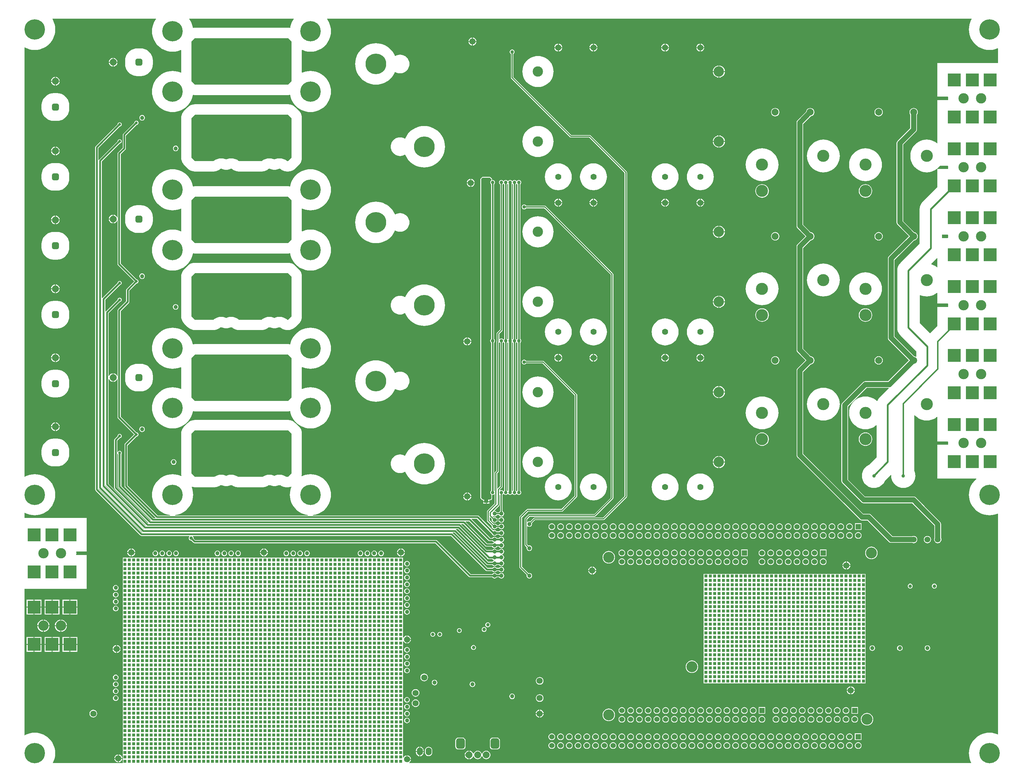
<source format=gbl>
G04*
G04 #@! TF.GenerationSoftware,Altium Limited,Altium Designer,20.0.13 (296)*
G04*
G04 Layer_Physical_Order=4*
G04 Layer_Color=16711680*
%FSLAX44Y44*%
%MOMM*%
G71*
G01*
G75*
%ADD18C,0.3000*%
%ADD83R,0.9000X0.9000*%
%ADD85C,0.5000*%
%ADD89C,0.4000*%
%ADD92C,1.5000*%
%ADD93C,0.8000*%
%ADD94O,1.7272X2.2860*%
%ADD95C,1.8000*%
%ADD96C,1.5300*%
%ADD97C,3.2000*%
%ADD98R,1.5300X1.5300*%
G04:AMPARAMS|DCode=99|XSize=2mm|YSize=2mm|CornerRadius=0.5mm|HoleSize=0mm|Usage=FLASHONLY|Rotation=180.000|XOffset=0mm|YOffset=0mm|HoleType=Round|Shape=RoundedRectangle|*
%AMROUNDEDRECTD99*
21,1,2.0000,1.0000,0,0,180.0*
21,1,1.0000,2.0000,0,0,180.0*
1,1,1.0000,-0.5000,0.5000*
1,1,1.0000,0.5000,0.5000*
1,1,1.0000,0.5000,-0.5000*
1,1,1.0000,-0.5000,-0.5000*
%
%ADD99ROUNDEDRECTD99*%
%ADD100C,2.0000*%
G04:AMPARAMS|DCode=101|XSize=2mm|YSize=2mm|CornerRadius=0.5mm|HoleSize=0mm|Usage=FLASHONLY|Rotation=90.000|XOffset=0mm|YOffset=0mm|HoleType=Round|Shape=RoundedRectangle|*
%AMROUNDEDRECTD101*
21,1,2.0000,1.0000,0,0,90.0*
21,1,1.0000,2.0000,0,0,90.0*
1,1,1.0000,0.5000,0.5000*
1,1,1.0000,0.5000,-0.5000*
1,1,1.0000,-0.5000,-0.5000*
1,1,1.0000,-0.5000,0.5000*
%
%ADD101ROUNDEDRECTD101*%
%ADD102C,3.0000*%
%ADD103C,5.9000*%
%ADD104C,3.5000*%
G04:AMPARAMS|DCode=105|XSize=2.5mm|YSize=3mm|CornerRadius=0.625mm|HoleSize=0mm|Usage=FLASHONLY|Rotation=0.000|XOffset=0mm|YOffset=0mm|HoleType=Round|Shape=RoundedRectangle|*
%AMROUNDEDRECTD105*
21,1,2.5000,1.7500,0,0,0.0*
21,1,1.2500,3.0000,0,0,0.0*
1,1,1.2500,0.6250,-0.8750*
1,1,1.2500,-0.6250,-0.8750*
1,1,1.2500,-0.6250,0.8750*
1,1,1.2500,0.6250,0.8750*
%
%ADD105ROUNDEDRECTD105*%
%ADD106R,3.8100X3.8100*%
%ADD107C,6.0000*%
%ADD108C,1.7780*%
%ADD109C,1.2000*%
%ADD110C,1.0000*%
%ADD111C,0.8000*%
%ADD112C,1.7000*%
%ADD113R,1.2700X0.6350*%
G36*
X1721396Y2421270D02*
X1721978Y2420142D01*
X1719541Y2416706D01*
X1716308Y2410857D01*
X1713750Y2404683D01*
X1711900Y2398261D01*
X1711393Y2395272D01*
X1710333Y2394572D01*
X1709707Y2394722D01*
X1705000Y2395093D01*
X1704999Y2395093D01*
X1435000Y2395093D01*
X1435000Y2395093D01*
X1430292Y2394722D01*
X1430001Y2394652D01*
X1428575Y2395461D01*
X1428100Y2398261D01*
X1426250Y2404683D01*
X1423692Y2410857D01*
X1420459Y2416706D01*
X1418022Y2420142D01*
X1418604Y2421270D01*
X1721396D01*
D02*
G37*
G36*
X1321396D02*
X1321978Y2420142D01*
X1319541Y2416706D01*
X1316308Y2410857D01*
X1313750Y2404683D01*
X1311900Y2398261D01*
X1310781Y2391672D01*
X1310406Y2385000D01*
X1310781Y2378328D01*
X1311900Y2371739D01*
X1313750Y2365317D01*
X1316308Y2359143D01*
X1319541Y2353294D01*
X1323408Y2347844D01*
X1327861Y2342861D01*
X1332844Y2338408D01*
X1338294Y2334541D01*
X1344143Y2331308D01*
X1350317Y2328750D01*
X1356739Y2326900D01*
X1363328Y2325781D01*
X1370000Y2325406D01*
X1376672Y2325781D01*
X1383261Y2326900D01*
X1389683Y2328750D01*
X1393851Y2330477D01*
X1394907Y2329772D01*
X1394907Y2265228D01*
X1393851Y2264523D01*
X1389683Y2266250D01*
X1383261Y2268100D01*
X1376672Y2269219D01*
X1370000Y2269594D01*
X1363328Y2269219D01*
X1356739Y2268100D01*
X1350317Y2266250D01*
X1344143Y2263692D01*
X1338294Y2260459D01*
X1332844Y2256592D01*
X1327861Y2252139D01*
X1323408Y2247156D01*
X1319541Y2241706D01*
X1316308Y2235857D01*
X1313750Y2229683D01*
X1311900Y2223261D01*
X1310781Y2216672D01*
X1310406Y2210000D01*
X1310781Y2203328D01*
X1311900Y2196739D01*
X1313750Y2190317D01*
X1316308Y2184143D01*
X1319541Y2178294D01*
X1323408Y2172844D01*
X1327861Y2167861D01*
X1332844Y2163408D01*
X1338294Y2159541D01*
X1344143Y2156308D01*
X1350317Y2153750D01*
X1356739Y2151900D01*
X1363328Y2150781D01*
X1370000Y2150406D01*
X1376672Y2150781D01*
X1383261Y2151900D01*
X1389683Y2153750D01*
X1395857Y2156308D01*
X1401706Y2159541D01*
X1407156Y2163408D01*
X1412139Y2167861D01*
X1416592Y2172844D01*
X1420459Y2178294D01*
X1423692Y2184143D01*
X1426250Y2190317D01*
X1428100Y2196739D01*
X1428607Y2199728D01*
X1429667Y2200428D01*
X1430293Y2200278D01*
X1435000Y2199907D01*
X1435000Y2199907D01*
X1705000D01*
X1705000Y2199907D01*
X1709708Y2200278D01*
X1709999Y2200348D01*
X1711425Y2199539D01*
X1711900Y2196739D01*
X1713750Y2190317D01*
X1716308Y2184143D01*
X1719541Y2178294D01*
X1723408Y2172844D01*
X1727861Y2167861D01*
X1732844Y2163408D01*
X1738294Y2159541D01*
X1744143Y2156308D01*
X1750317Y2153750D01*
X1756739Y2151900D01*
X1763328Y2150781D01*
X1770000Y2150406D01*
X1776672Y2150781D01*
X1783261Y2151900D01*
X1789683Y2153750D01*
X1795857Y2156308D01*
X1801706Y2159541D01*
X1807156Y2163408D01*
X1812139Y2167861D01*
X1816592Y2172844D01*
X1820459Y2178294D01*
X1823692Y2184143D01*
X1826250Y2190317D01*
X1828100Y2196739D01*
X1829219Y2203328D01*
X1829594Y2210000D01*
X1829219Y2216672D01*
X1828100Y2223261D01*
X1826250Y2229683D01*
X1823692Y2235857D01*
X1820459Y2241706D01*
X1816592Y2247156D01*
X1812139Y2252139D01*
X1807156Y2256592D01*
X1801706Y2260459D01*
X1795857Y2263692D01*
X1789683Y2266250D01*
X1783261Y2268100D01*
X1776672Y2269219D01*
X1770000Y2269594D01*
X1763328Y2269219D01*
X1756739Y2268100D01*
X1750317Y2266250D01*
X1746149Y2264523D01*
X1745093Y2265228D01*
X1745093Y2329772D01*
X1746149Y2330477D01*
X1750317Y2328750D01*
X1756739Y2326900D01*
X1763328Y2325781D01*
X1770000Y2325406D01*
X1776672Y2325781D01*
X1783261Y2326900D01*
X1789683Y2328750D01*
X1795857Y2331308D01*
X1801706Y2334541D01*
X1807156Y2338408D01*
X1812139Y2342861D01*
X1816592Y2347844D01*
X1820459Y2353294D01*
X1823692Y2359143D01*
X1826250Y2365317D01*
X1828100Y2371739D01*
X1829219Y2378328D01*
X1829594Y2385000D01*
X1829219Y2391672D01*
X1828100Y2398261D01*
X1826250Y2404683D01*
X1823692Y2410857D01*
X1820459Y2416706D01*
X1818022Y2420142D01*
X1818604Y2421270D01*
X3688050Y2421270D01*
X3688695Y2420176D01*
X3686308Y2415857D01*
X3683750Y2409683D01*
X3681900Y2403261D01*
X3680781Y2396672D01*
X3680406Y2390000D01*
X3680781Y2383328D01*
X3681900Y2376739D01*
X3683750Y2370317D01*
X3686308Y2364143D01*
X3689540Y2358294D01*
X3693408Y2352844D01*
X3697861Y2347861D01*
X3702844Y2343408D01*
X3708294Y2339541D01*
X3714143Y2336308D01*
X3720317Y2333750D01*
X3726739Y2331900D01*
X3733328Y2330781D01*
X3740000Y2330406D01*
X3746672Y2330781D01*
X3753261Y2331900D01*
X3759683Y2333750D01*
X3763944Y2335516D01*
X3765000Y2334810D01*
Y2293025D01*
X3588880D01*
Y2194925D01*
X3619297D01*
X3620165Y2193998D01*
X3619904Y2190000D01*
X3620165Y2186002D01*
X3619297Y2185075D01*
X3588880D01*
Y2086975D01*
Y2060724D01*
X3587723Y2060199D01*
X3587078Y2060765D01*
X3581901Y2064224D01*
X3576317Y2066978D01*
X3570420Y2068980D01*
X3564313Y2070195D01*
X3558100Y2070602D01*
X3551887Y2070195D01*
X3545780Y2068980D01*
X3539883Y2066978D01*
X3534299Y2064224D01*
X3529122Y2060765D01*
X3524440Y2056660D01*
X3520335Y2051978D01*
X3516876Y2046801D01*
X3514122Y2041216D01*
X3512120Y2035320D01*
X3510905Y2029213D01*
X3510498Y2023000D01*
X3510905Y2016787D01*
X3512120Y2010680D01*
X3514122Y2004783D01*
X3516876Y1999199D01*
X3520335Y1994022D01*
X3524440Y1989340D01*
X3529122Y1985235D01*
X3534299Y1981776D01*
X3539883Y1979022D01*
X3545780Y1977020D01*
X3551887Y1975805D01*
X3558100Y1975398D01*
X3564313Y1975805D01*
X3570420Y1977020D01*
X3576317Y1979022D01*
X3581901Y1981776D01*
X3587078Y1985235D01*
X3591760Y1989340D01*
X3595865Y1994022D01*
X3596469Y1994925D01*
X3619297D01*
X3620165Y1993998D01*
X3619904Y1990000D01*
X3620165Y1986002D01*
X3619297Y1985075D01*
X3588880D01*
Y1933079D01*
X3546948Y1891147D01*
X3543626Y1887257D01*
X3540953Y1882895D01*
X3538995Y1878169D01*
X3537801Y1873195D01*
X3537400Y1868095D01*
Y1768504D01*
X3481948Y1713052D01*
X3478626Y1709162D01*
X3475953Y1704800D01*
X3473995Y1700074D01*
X3472801Y1695100D01*
X3472400Y1690000D01*
Y1525000D01*
X3472801Y1519900D01*
X3473995Y1514926D01*
X3475953Y1510200D01*
X3478626Y1505838D01*
X3481948Y1501948D01*
X3527400Y1456496D01*
Y1440884D01*
X3526260Y1440322D01*
X3526052Y1440482D01*
X3523133Y1441691D01*
X3521667Y1441884D01*
X3464582Y1498969D01*
Y1721031D01*
X3521667Y1778116D01*
X3523133Y1778309D01*
X3526052Y1779518D01*
X3528558Y1781441D01*
X3530482Y1783948D01*
X3531691Y1786867D01*
X3532104Y1790000D01*
X3531691Y1793133D01*
X3530482Y1796052D01*
X3528558Y1798559D01*
X3526052Y1800482D01*
X3523133Y1801691D01*
X3521667Y1801884D01*
X3489582Y1833969D01*
Y2056031D01*
X3526776Y2093224D01*
X3528298Y2095209D01*
X3529255Y2097520D01*
X3529582Y2100000D01*
Y2142775D01*
X3530482Y2143948D01*
X3531691Y2146867D01*
X3532104Y2150000D01*
X3531691Y2153133D01*
X3530482Y2156052D01*
X3528558Y2158559D01*
X3526052Y2160482D01*
X3523133Y2161691D01*
X3520000Y2162103D01*
X3516867Y2161691D01*
X3513948Y2160482D01*
X3511442Y2158559D01*
X3509518Y2156052D01*
X3508309Y2153133D01*
X3507896Y2150000D01*
X3508309Y2146867D01*
X3509518Y2143948D01*
X3510418Y2142775D01*
Y2103969D01*
X3473224Y2066775D01*
X3471702Y2064791D01*
X3470745Y2062480D01*
X3470418Y2060000D01*
Y1830000D01*
X3470745Y1827520D01*
X3471702Y1825209D01*
X3473224Y1823224D01*
X3506449Y1790000D01*
X3448224Y1731776D01*
X3446702Y1729791D01*
X3445745Y1727480D01*
X3445418Y1725000D01*
Y1495000D01*
X3445745Y1492520D01*
X3446702Y1490209D01*
X3448224Y1488225D01*
X3506449Y1430000D01*
X3446031Y1369582D01*
X3380000D01*
X3377520Y1369256D01*
X3375209Y1368298D01*
X3373224Y1366775D01*
X3313224Y1306775D01*
X3311702Y1304791D01*
X3310745Y1302480D01*
X3310418Y1300000D01*
Y1080000D01*
X3310745Y1077520D01*
X3311702Y1075209D01*
X3313224Y1073224D01*
X3368224Y1018225D01*
X3370209Y1016702D01*
X3372520Y1015745D01*
X3375000Y1015418D01*
X3516031D01*
X3538224Y993224D01*
X3538224Y993224D01*
X3580418Y951031D01*
Y914305D01*
X3579770Y912741D01*
X3579409Y910000D01*
X3579770Y907259D01*
X3580828Y904705D01*
X3582511Y902511D01*
X3584705Y900828D01*
X3587259Y899770D01*
X3590000Y899409D01*
X3592741Y899770D01*
X3595295Y900828D01*
X3597489Y902511D01*
X3599172Y904705D01*
X3600230Y907259D01*
X3600591Y910000D01*
X3600230Y912741D01*
X3599582Y914305D01*
Y955000D01*
X3599255Y957480D01*
X3598298Y959791D01*
X3596776Y961776D01*
X3551776Y1006775D01*
X3551776Y1006776D01*
X3526776Y1031776D01*
X3524791Y1033298D01*
X3522480Y1034256D01*
X3520000Y1034582D01*
X3378969D01*
X3329582Y1083969D01*
Y1296031D01*
X3383969Y1350418D01*
X3447655D01*
X3448141Y1349245D01*
X3421948Y1323052D01*
X3418625Y1319162D01*
X3415953Y1314800D01*
X3414843Y1312121D01*
X3413337Y1311805D01*
X3409278Y1315365D01*
X3404101Y1318824D01*
X3398517Y1321578D01*
X3392620Y1323580D01*
X3386513Y1324795D01*
X3380300Y1325202D01*
X3374087Y1324795D01*
X3367980Y1323580D01*
X3362083Y1321578D01*
X3356499Y1318824D01*
X3351322Y1315365D01*
X3346640Y1311260D01*
X3342535Y1306578D01*
X3339076Y1301401D01*
X3336322Y1295816D01*
X3334320Y1289920D01*
X3333105Y1283813D01*
X3332698Y1277600D01*
X3333105Y1271387D01*
X3334320Y1265280D01*
X3336322Y1259383D01*
X3339076Y1253799D01*
X3342535Y1248622D01*
X3346640Y1243940D01*
X3351322Y1239835D01*
X3356499Y1236376D01*
X3362083Y1233622D01*
X3367980Y1231620D01*
X3374087Y1230405D01*
X3380300Y1229998D01*
X3386513Y1230405D01*
X3392620Y1231620D01*
X3398517Y1233622D01*
X3404101Y1236376D01*
X3409278Y1239835D01*
X3411243Y1241558D01*
X3412400Y1241034D01*
Y1148503D01*
X3390967Y1127071D01*
X3389061Y1126282D01*
X3384364Y1123403D01*
X3380175Y1119825D01*
X3376597Y1115636D01*
X3373718Y1110939D01*
X3371610Y1105849D01*
X3370324Y1100492D01*
X3369892Y1095000D01*
X3370324Y1089508D01*
X3371610Y1084151D01*
X3373718Y1079061D01*
X3376597Y1074364D01*
X3380175Y1070175D01*
X3384364Y1066597D01*
X3389061Y1063718D01*
X3394151Y1061610D01*
X3399508Y1060324D01*
X3405000Y1059892D01*
X3410492Y1060324D01*
X3415849Y1061610D01*
X3420939Y1063718D01*
X3425636Y1066597D01*
X3429825Y1070175D01*
X3433403Y1074364D01*
X3436282Y1079061D01*
X3437071Y1080967D01*
X3453918Y1097814D01*
X3455071Y1097282D01*
X3454892Y1095000D01*
X3455324Y1089508D01*
X3456610Y1084151D01*
X3458718Y1079061D01*
X3461597Y1074364D01*
X3465175Y1070175D01*
X3469364Y1066597D01*
X3474061Y1063718D01*
X3479151Y1061610D01*
X3484508Y1060324D01*
X3490000Y1059892D01*
X3495492Y1060324D01*
X3500849Y1061610D01*
X3505939Y1063718D01*
X3510636Y1066597D01*
X3514825Y1070175D01*
X3518403Y1074364D01*
X3521282Y1079061D01*
X3523390Y1084151D01*
X3524676Y1089508D01*
X3525108Y1095000D01*
X3524676Y1100492D01*
X3523390Y1105849D01*
X3522099Y1108966D01*
Y1270208D01*
X3523288Y1270655D01*
X3524440Y1269340D01*
X3529122Y1265235D01*
X3534299Y1261776D01*
X3539883Y1259022D01*
X3545780Y1257020D01*
X3551887Y1255805D01*
X3558100Y1255398D01*
X3564313Y1255805D01*
X3570420Y1257020D01*
X3576317Y1259022D01*
X3581901Y1261776D01*
X3587078Y1265235D01*
X3587723Y1265800D01*
X3588880Y1265276D01*
Y1194925D01*
X3619297D01*
X3620165Y1193998D01*
X3619904Y1190000D01*
X3620165Y1186002D01*
X3619297Y1185075D01*
X3588880D01*
Y1086975D01*
X3701366D01*
X3701851Y1085705D01*
X3697861Y1082139D01*
X3693408Y1077156D01*
X3689540Y1071706D01*
X3686308Y1065857D01*
X3683750Y1059683D01*
X3681900Y1053261D01*
X3680781Y1046672D01*
X3680406Y1040000D01*
X3680781Y1033328D01*
X3681900Y1026739D01*
X3683750Y1020317D01*
X3686308Y1014143D01*
X3689540Y1008294D01*
X3693408Y1002844D01*
X3697861Y997861D01*
X3702844Y993408D01*
X3708294Y989540D01*
X3714143Y986308D01*
X3720317Y983751D01*
X3726739Y981900D01*
X3733328Y980781D01*
X3740000Y980406D01*
X3746672Y980781D01*
X3753261Y981900D01*
X3759683Y983751D01*
X3763944Y985516D01*
X3765000Y984810D01*
X3765000Y345190D01*
X3763944Y344484D01*
X3759683Y346250D01*
X3753261Y348100D01*
X3746672Y349219D01*
X3740000Y349594D01*
X3733328Y349219D01*
X3726739Y348100D01*
X3720317Y346250D01*
X3714143Y343692D01*
X3708294Y340460D01*
X3702844Y336592D01*
X3697861Y332139D01*
X3693408Y327156D01*
X3689540Y321706D01*
X3686308Y315857D01*
X3683750Y309683D01*
X3681900Y303261D01*
X3680781Y296672D01*
X3680406Y290000D01*
X3680781Y283328D01*
X3681900Y276739D01*
X3683750Y270317D01*
X3686308Y264143D01*
X3687291Y262364D01*
X3686646Y261270D01*
X2056062Y261270D01*
X2055976Y262540D01*
X2058230Y264270D01*
X2060080Y266680D01*
X2061243Y269487D01*
X2061472Y271230D01*
X2050000D01*
Y272500D01*
X2048730D01*
Y283972D01*
X2046987Y283743D01*
X2044180Y282580D01*
X2041770Y280730D01*
X2039920Y278320D01*
X2039770Y277958D01*
X2038500Y278211D01*
Y285600D01*
Y298300D01*
Y311000D01*
Y323700D01*
Y336400D01*
Y349100D01*
Y361800D01*
Y374500D01*
Y387200D01*
Y399900D01*
Y412600D01*
Y425300D01*
Y438000D01*
Y450700D01*
Y463400D01*
Y476100D01*
Y488800D01*
Y501500D01*
Y514200D01*
Y526900D01*
Y539600D01*
Y552300D01*
Y565000D01*
Y577700D01*
Y590400D01*
Y603100D01*
Y614289D01*
X2039770Y614542D01*
X2039920Y614180D01*
X2041770Y611770D01*
X2044180Y609920D01*
X2046987Y608757D01*
X2048730Y608528D01*
Y620000D01*
Y631472D01*
X2046987Y631243D01*
X2044180Y630080D01*
X2041770Y628230D01*
X2039920Y625820D01*
X2039770Y625458D01*
X2038500Y625711D01*
Y641200D01*
Y653900D01*
Y666600D01*
Y679300D01*
Y692000D01*
Y704700D01*
Y717400D01*
Y730100D01*
Y742800D01*
Y755500D01*
Y768200D01*
Y780900D01*
Y793600D01*
Y806300D01*
Y819000D01*
Y831700D01*
Y844400D01*
Y857400D01*
X1225400D01*
Y844400D01*
Y831700D01*
Y819000D01*
Y806300D01*
Y793600D01*
Y780900D01*
Y768200D01*
Y755500D01*
Y742800D01*
Y730100D01*
Y717400D01*
Y704700D01*
Y692000D01*
Y679300D01*
Y666600D01*
Y653900D01*
Y641200D01*
Y628500D01*
Y615800D01*
Y603100D01*
Y590400D01*
Y577700D01*
Y565000D01*
Y552300D01*
Y539600D01*
Y526900D01*
Y514200D01*
Y501500D01*
Y488800D01*
Y476100D01*
Y463400D01*
Y450700D01*
Y438000D01*
Y425300D01*
Y412600D01*
Y399900D01*
Y387200D01*
Y374500D01*
Y361800D01*
Y349100D01*
Y336400D01*
Y323700D01*
Y311000D01*
Y298300D01*
Y285600D01*
Y272900D01*
Y261270D01*
X1023354D01*
X1022709Y262364D01*
X1023692Y264143D01*
X1026249Y270317D01*
X1028100Y276739D01*
X1029219Y283328D01*
X1029594Y290000D01*
X1029219Y296672D01*
X1028100Y303261D01*
X1026249Y309683D01*
X1023692Y315857D01*
X1020460Y321706D01*
X1016592Y327156D01*
X1012139Y332139D01*
X1007156Y336592D01*
X1001706Y340460D01*
X995857Y343692D01*
X989683Y346250D01*
X983261Y348100D01*
X976672Y349219D01*
X970000Y349594D01*
X963328Y349219D01*
X956739Y348100D01*
X950317Y346250D01*
X944143Y343692D01*
X941094Y342007D01*
X940000Y342652D01*
Y766975D01*
X1121120D01*
Y865075D01*
X1091503D01*
X1090635Y866002D01*
X1090897Y870000D01*
X1090635Y873998D01*
X1091503Y874925D01*
X1121120D01*
Y973025D01*
X940000D01*
Y987348D01*
X941094Y987993D01*
X944143Y986308D01*
X950317Y983751D01*
X956739Y981900D01*
X963328Y980781D01*
X970000Y980406D01*
X976672Y980781D01*
X983261Y981900D01*
X989683Y983751D01*
X995857Y986308D01*
X1001706Y989540D01*
X1007156Y993408D01*
X1012139Y997861D01*
X1016592Y1002844D01*
X1020460Y1008294D01*
X1023692Y1014143D01*
X1026249Y1020317D01*
X1028100Y1026739D01*
X1029219Y1033328D01*
X1029594Y1040000D01*
X1029219Y1046672D01*
X1028100Y1053261D01*
X1026249Y1059683D01*
X1023692Y1065857D01*
X1020460Y1071706D01*
X1016592Y1077156D01*
X1012139Y1082139D01*
X1007156Y1086592D01*
X1001706Y1090460D01*
X995857Y1093692D01*
X989683Y1096249D01*
X983261Y1098100D01*
X976672Y1099219D01*
X970000Y1099594D01*
X963328Y1099219D01*
X956739Y1098100D01*
X950317Y1096249D01*
X944143Y1093692D01*
X941094Y1092007D01*
X940000Y1092652D01*
Y2337348D01*
X941094Y2337993D01*
X944143Y2336308D01*
X950317Y2333750D01*
X956739Y2331900D01*
X963328Y2330781D01*
X970000Y2330406D01*
X976672Y2330781D01*
X983261Y2331900D01*
X989683Y2333750D01*
X995857Y2336308D01*
X1001706Y2339541D01*
X1007156Y2343408D01*
X1012139Y2347861D01*
X1016592Y2352844D01*
X1020460Y2358294D01*
X1023692Y2364143D01*
X1026249Y2370317D01*
X1028100Y2376739D01*
X1029219Y2383328D01*
X1029594Y2390000D01*
X1029219Y2396672D01*
X1028100Y2403261D01*
X1026249Y2409683D01*
X1023692Y2415857D01*
X1021305Y2420176D01*
X1021950Y2421270D01*
X1321396D01*
D02*
G37*
G36*
X1705000Y2365000D02*
X1715000Y2355000D01*
X1715000Y2240000D01*
X1705000Y2230000D01*
X1435000D01*
X1425000Y2240000D01*
X1425000Y2355000D01*
X1435000Y2365000D01*
X1705000Y2365000D01*
D02*
G37*
G36*
X3620165Y1793998D02*
X3619904Y1790000D01*
X3620165Y1786002D01*
X3619297Y1785075D01*
X3602600D01*
Y1794925D01*
X3619297D01*
X3620165Y1793998D01*
D02*
G37*
G36*
X3588880Y1726117D02*
Y1700724D01*
X3587723Y1700199D01*
X3587078Y1700765D01*
X3581901Y1704225D01*
X3576317Y1706978D01*
X3571510Y1708610D01*
X3571170Y1710066D01*
X3587707Y1726603D01*
X3588880Y1726117D01*
D02*
G37*
G36*
Y1625276D02*
Y1594925D01*
X3619297D01*
X3620165Y1593998D01*
X3619904Y1590000D01*
X3620165Y1586002D01*
X3619297Y1585075D01*
X3588880D01*
Y1529275D01*
X3567855Y1508249D01*
X3537600Y1538504D01*
Y1618945D01*
X3538679Y1619616D01*
X3539883Y1619022D01*
X3545780Y1617020D01*
X3551887Y1615805D01*
X3558100Y1615398D01*
X3564313Y1615805D01*
X3570420Y1617020D01*
X3576317Y1619022D01*
X3581901Y1621776D01*
X3587078Y1625235D01*
X3587723Y1625800D01*
X3588880Y1625276D01*
D02*
G37*
%LPC*%
G36*
X2241270Y2366472D02*
Y2356270D01*
X2251472D01*
X2251243Y2358013D01*
X2250080Y2360820D01*
X2248230Y2363230D01*
X2245820Y2365080D01*
X2243013Y2366243D01*
X2241270Y2366472D01*
D02*
G37*
G36*
X2238730D02*
X2236987Y2366243D01*
X2234180Y2365080D01*
X2231770Y2363230D01*
X2229920Y2360820D01*
X2228757Y2358013D01*
X2228528Y2356270D01*
X2238730D01*
Y2366472D01*
D02*
G37*
G36*
X2251472Y2353730D02*
X2241270D01*
Y2343528D01*
X2243013Y2343757D01*
X2245820Y2344920D01*
X2248230Y2346770D01*
X2250080Y2349180D01*
X2251243Y2351987D01*
X2251472Y2353730D01*
D02*
G37*
G36*
X2238730D02*
X2228528D01*
X2228757Y2351987D01*
X2229920Y2349180D01*
X2231770Y2346770D01*
X2234180Y2344920D01*
X2236987Y2343757D01*
X2238730Y2343528D01*
Y2353730D01*
D02*
G37*
G36*
X2800270Y2348861D02*
Y2338770D01*
X2810361D01*
X2810136Y2340484D01*
X2808984Y2343264D01*
X2807152Y2345652D01*
X2804764Y2347484D01*
X2801984Y2348636D01*
X2800270Y2348861D01*
D02*
G37*
G36*
X2592270D02*
Y2338770D01*
X2602361D01*
X2602136Y2340484D01*
X2600984Y2343264D01*
X2599152Y2345652D01*
X2596764Y2347484D01*
X2593984Y2348636D01*
X2592270Y2348861D01*
D02*
G37*
G36*
X2797730D02*
X2796016Y2348636D01*
X2793236Y2347484D01*
X2790848Y2345652D01*
X2789016Y2343264D01*
X2787864Y2340484D01*
X2787639Y2338770D01*
X2797730D01*
Y2348861D01*
D02*
G37*
G36*
X2589730D02*
X2588016Y2348636D01*
X2585236Y2347484D01*
X2582848Y2345652D01*
X2581016Y2343264D01*
X2579864Y2340484D01*
X2579639Y2338770D01*
X2589730D01*
Y2348861D01*
D02*
G37*
G36*
X2902270D02*
Y2338770D01*
X2912361D01*
X2912136Y2340484D01*
X2910984Y2343264D01*
X2909152Y2345652D01*
X2906764Y2347484D01*
X2903984Y2348636D01*
X2902270Y2348861D01*
D02*
G37*
G36*
X2490270D02*
Y2338770D01*
X2500361D01*
X2500136Y2340484D01*
X2498984Y2343264D01*
X2497152Y2345652D01*
X2494764Y2347484D01*
X2491984Y2348636D01*
X2490270Y2348861D01*
D02*
G37*
G36*
X2899730Y2348861D02*
X2898016Y2348636D01*
X2895236Y2347484D01*
X2892848Y2345652D01*
X2891016Y2343264D01*
X2889864Y2340484D01*
X2889639Y2338770D01*
X2899730D01*
Y2348861D01*
D02*
G37*
G36*
X2487730D02*
X2486016Y2348636D01*
X2483236Y2347484D01*
X2480848Y2345652D01*
X2479016Y2343264D01*
X2477864Y2340484D01*
X2477639Y2338770D01*
X2487730D01*
Y2348861D01*
D02*
G37*
G36*
X2912361Y2336230D02*
X2902270D01*
Y2326139D01*
X2903984Y2326364D01*
X2906764Y2327516D01*
X2909152Y2329348D01*
X2910984Y2331736D01*
X2912136Y2334516D01*
X2912361Y2336230D01*
D02*
G37*
G36*
X2500361D02*
X2490270D01*
Y2326139D01*
X2491984Y2326364D01*
X2494764Y2327516D01*
X2497152Y2329348D01*
X2498984Y2331736D01*
X2500136Y2334516D01*
X2500361Y2336230D01*
D02*
G37*
G36*
X2797730Y2336230D02*
X2787639D01*
X2787864Y2334516D01*
X2789016Y2331736D01*
X2790848Y2329348D01*
X2793236Y2327516D01*
X2796016Y2326364D01*
X2797730Y2326139D01*
Y2336230D01*
D02*
G37*
G36*
X2589730D02*
X2579639D01*
X2579864Y2334516D01*
X2581016Y2331736D01*
X2582848Y2329348D01*
X2585236Y2327516D01*
X2588016Y2326364D01*
X2589730Y2326139D01*
Y2336230D01*
D02*
G37*
G36*
X2810361D02*
X2800270D01*
Y2326139D01*
X2801984Y2326364D01*
X2804764Y2327516D01*
X2807152Y2329348D01*
X2808984Y2331736D01*
X2810136Y2334516D01*
X2810361Y2336230D01*
D02*
G37*
G36*
X2602361D02*
X2592270D01*
Y2326139D01*
X2593984Y2326364D01*
X2596764Y2327516D01*
X2599152Y2329348D01*
X2600984Y2331736D01*
X2602136Y2334516D01*
X2602361Y2336230D01*
D02*
G37*
G36*
X2899730Y2336230D02*
X2889639D01*
X2889864Y2334516D01*
X2891016Y2331736D01*
X2892848Y2329348D01*
X2895236Y2327516D01*
X2898016Y2326364D01*
X2899730Y2326139D01*
Y2336230D01*
D02*
G37*
G36*
X2487730D02*
X2477639D01*
X2477864Y2334516D01*
X2479016Y2331736D01*
X2480848Y2329348D01*
X2483236Y2327516D01*
X2486016Y2326364D01*
X2487730Y2326139D01*
Y2336230D01*
D02*
G37*
G36*
X1198770Y2307481D02*
Y2296270D01*
X1209981D01*
X1209717Y2298274D01*
X1208454Y2301324D01*
X1206444Y2303944D01*
X1203824Y2305954D01*
X1200774Y2307217D01*
X1198770Y2307481D01*
D02*
G37*
G36*
X1196230Y2307481D02*
X1194226Y2307217D01*
X1191176Y2305954D01*
X1188556Y2303944D01*
X1186546Y2301324D01*
X1185283Y2298274D01*
X1185019Y2296270D01*
X1196230D01*
Y2307481D01*
D02*
G37*
G36*
Y2293730D02*
X1185019D01*
X1185283Y2291726D01*
X1186546Y2288676D01*
X1188556Y2286056D01*
X1191176Y2284046D01*
X1194226Y2282783D01*
X1196230Y2282519D01*
Y2293730D01*
D02*
G37*
G36*
X1209981D02*
X1198770D01*
Y2282519D01*
X1200774Y2282783D01*
X1203824Y2284046D01*
X1206444Y2286056D01*
X1208454Y2288676D01*
X1209717Y2291726D01*
X1209981Y2293730D01*
D02*
G37*
G36*
X2956270Y2285500D02*
Y2269270D01*
X2972500D01*
X2972286Y2271438D01*
X2971283Y2274745D01*
X2969655Y2277792D01*
X2967463Y2280463D01*
X2964792Y2282655D01*
X2961745Y2284283D01*
X2958438Y2285286D01*
X2956270Y2285500D01*
D02*
G37*
G36*
X2953730D02*
X2951562Y2285286D01*
X2948255Y2284283D01*
X2945208Y2282655D01*
X2942537Y2280463D01*
X2940345Y2277792D01*
X2938717Y2274745D01*
X2937714Y2271438D01*
X2937500Y2269270D01*
X2953730D01*
Y2285500D01*
D02*
G37*
G36*
X1960000Y2350094D02*
X1953271Y2349717D01*
X1946628Y2348588D01*
X1940152Y2346722D01*
X1933926Y2344143D01*
X1928028Y2340883D01*
X1922532Y2336984D01*
X1917507Y2332493D01*
X1913016Y2327468D01*
X1909117Y2321972D01*
X1905857Y2316074D01*
X1903278Y2309848D01*
X1901412Y2303372D01*
X1900283Y2296729D01*
X1899906Y2290000D01*
X1900283Y2283271D01*
X1901412Y2276628D01*
X1903278Y2270152D01*
X1905857Y2263926D01*
X1909117Y2258028D01*
X1913016Y2252532D01*
X1917507Y2247507D01*
X1922532Y2243016D01*
X1928028Y2239117D01*
X1933926Y2235857D01*
X1940152Y2233278D01*
X1946628Y2231412D01*
X1953271Y2230283D01*
X1960000Y2229906D01*
X1966729Y2230283D01*
X1973372Y2231412D01*
X1979848Y2233278D01*
X1986074Y2235857D01*
X1991972Y2239117D01*
X1997468Y2243016D01*
X2002493Y2247507D01*
X2006984Y2252532D01*
X2010883Y2258028D01*
X2014143Y2263926D01*
X2015132Y2266312D01*
X2016340Y2266705D01*
X2017704Y2265868D01*
X2021631Y2264242D01*
X2025763Y2263250D01*
X2030000Y2262917D01*
X2034237Y2263250D01*
X2038369Y2264242D01*
X2042296Y2265868D01*
X2045919Y2268089D01*
X2049151Y2270849D01*
X2051911Y2274081D01*
X2054132Y2277704D01*
X2055758Y2281631D01*
X2056750Y2285763D01*
X2057083Y2290000D01*
X2056750Y2294237D01*
X2055758Y2298369D01*
X2054132Y2302296D01*
X2051911Y2305919D01*
X2049151Y2309151D01*
X2045919Y2311911D01*
X2042296Y2314132D01*
X2038369Y2315758D01*
X2034237Y2316750D01*
X2030000Y2317083D01*
X2025763Y2316750D01*
X2021631Y2315758D01*
X2017704Y2314132D01*
X2016340Y2313295D01*
X2015132Y2313688D01*
X2014143Y2316074D01*
X2010883Y2321972D01*
X2006984Y2327468D01*
X2002493Y2332493D01*
X1997468Y2336984D01*
X1991972Y2340883D01*
X1986074Y2344143D01*
X1979848Y2346722D01*
X1973372Y2348588D01*
X1966729Y2349717D01*
X1960000Y2350094D01*
D02*
G37*
G36*
X1277500Y2335108D02*
X1267500D01*
X1262008Y2334676D01*
X1256651Y2333390D01*
X1251561Y2331282D01*
X1246864Y2328403D01*
X1242675Y2324825D01*
X1239097Y2320636D01*
X1236218Y2315939D01*
X1234110Y2310849D01*
X1232824Y2305492D01*
X1232392Y2300000D01*
Y2290000D01*
X1232824Y2284508D01*
X1234110Y2279151D01*
X1236218Y2274061D01*
X1239097Y2269364D01*
X1242675Y2265175D01*
X1246864Y2261597D01*
X1251561Y2258718D01*
X1256651Y2256610D01*
X1262008Y2255324D01*
X1267500Y2254892D01*
X1277500D01*
X1282992Y2255324D01*
X1288349Y2256610D01*
X1293439Y2258718D01*
X1298136Y2261597D01*
X1302325Y2265175D01*
X1305903Y2269364D01*
X1308782Y2274061D01*
X1310890Y2279151D01*
X1312176Y2284508D01*
X1312608Y2290000D01*
Y2300000D01*
X1312176Y2305492D01*
X1310890Y2310849D01*
X1308782Y2315939D01*
X1305903Y2320636D01*
X1302325Y2324825D01*
X1298136Y2328403D01*
X1293439Y2331282D01*
X1288349Y2333390D01*
X1282992Y2334676D01*
X1277500Y2335108D01*
D02*
G37*
G36*
X2972500Y2266730D02*
X2956270D01*
Y2250500D01*
X2958438Y2250714D01*
X2961745Y2251717D01*
X2964792Y2253345D01*
X2967463Y2255537D01*
X2969655Y2258208D01*
X2971283Y2261255D01*
X2972286Y2264562D01*
X2972500Y2266730D01*
D02*
G37*
G36*
X2953730D02*
X2937500D01*
X2937714Y2264562D01*
X2938717Y2261255D01*
X2940345Y2258208D01*
X2942537Y2255537D01*
X2945208Y2253345D01*
X2948255Y2251717D01*
X2951562Y2250714D01*
X2953730Y2250500D01*
Y2266730D01*
D02*
G37*
G36*
X1031270Y2252481D02*
Y2241270D01*
X1042481D01*
X1042217Y2243274D01*
X1040954Y2246324D01*
X1038944Y2248944D01*
X1036324Y2250954D01*
X1033274Y2252217D01*
X1031270Y2252481D01*
D02*
G37*
G36*
X1028730D02*
X1026726Y2252217D01*
X1023676Y2250954D01*
X1021056Y2248944D01*
X1019046Y2246324D01*
X1017783Y2243274D01*
X1017519Y2241270D01*
X1028730D01*
Y2252481D01*
D02*
G37*
G36*
Y2238730D02*
X1017519D01*
X1017783Y2236726D01*
X1019046Y2233676D01*
X1021056Y2231056D01*
X1023676Y2229046D01*
X1026726Y2227783D01*
X1028730Y2227519D01*
Y2238730D01*
D02*
G37*
G36*
X1042481D02*
X1031270D01*
Y2227519D01*
X1033274Y2227783D01*
X1036324Y2229046D01*
X1038944Y2231056D01*
X1040954Y2233676D01*
X1042217Y2236726D01*
X1042481Y2238730D01*
D02*
G37*
G36*
X2430000Y2313096D02*
X2424114Y2312711D01*
X2418328Y2311560D01*
X2412742Y2309664D01*
X2407452Y2307055D01*
X2402547Y2303777D01*
X2398112Y2299888D01*
X2394223Y2295453D01*
X2390945Y2290548D01*
X2388336Y2285258D01*
X2386440Y2279672D01*
X2385289Y2273886D01*
X2384904Y2268000D01*
X2385289Y2262114D01*
X2386440Y2256328D01*
X2388336Y2250742D01*
X2390945Y2245452D01*
X2394223Y2240547D01*
X2398112Y2236112D01*
X2402547Y2232222D01*
X2407452Y2228945D01*
X2412742Y2226336D01*
X2418328Y2224440D01*
X2424114Y2223289D01*
X2430000Y2222903D01*
X2435886Y2223289D01*
X2441672Y2224440D01*
X2447258Y2226336D01*
X2452548Y2228945D01*
X2457453Y2232222D01*
X2461888Y2236112D01*
X2465777Y2240547D01*
X2469055Y2245452D01*
X2471664Y2250742D01*
X2473560Y2256328D01*
X2474711Y2262114D01*
X2475096Y2268000D01*
X2474711Y2273886D01*
X2473560Y2279672D01*
X2471664Y2285258D01*
X2469055Y2290548D01*
X2465777Y2295453D01*
X2461888Y2299888D01*
X2457453Y2303777D01*
X2452548Y2307055D01*
X2447258Y2309664D01*
X2441672Y2311560D01*
X2435886Y2312711D01*
X2430000Y2313096D01*
D02*
G37*
G36*
X3418400Y2162103D02*
X3415267Y2161691D01*
X3412348Y2160482D01*
X3409842Y2158559D01*
X3407918Y2156052D01*
X3406709Y2153133D01*
X3406296Y2150000D01*
X3406709Y2146867D01*
X3407918Y2143948D01*
X3409842Y2141441D01*
X3412348Y2139518D01*
X3415267Y2138309D01*
X3418400Y2137896D01*
X3421533Y2138309D01*
X3424452Y2139518D01*
X3426959Y2141441D01*
X3428882Y2143948D01*
X3430091Y2146867D01*
X3430504Y2150000D01*
X3430091Y2153133D01*
X3428882Y2156052D01*
X3426959Y2158559D01*
X3424452Y2160482D01*
X3421533Y2161691D01*
X3418400Y2162103D01*
D02*
G37*
G36*
X3118400D02*
X3115267Y2161691D01*
X3112348Y2160482D01*
X3109842Y2158559D01*
X3107918Y2156052D01*
X3106709Y2153133D01*
X3106296Y2150000D01*
X3106709Y2146867D01*
X3107918Y2143948D01*
X3109842Y2141441D01*
X3112348Y2139518D01*
X3115267Y2138309D01*
X3118400Y2137896D01*
X3121533Y2138309D01*
X3124452Y2139518D01*
X3126959Y2141441D01*
X3128882Y2143948D01*
X3130091Y2146867D01*
X3130504Y2150000D01*
X3130091Y2153133D01*
X3128882Y2156052D01*
X3126959Y2158559D01*
X3124452Y2160482D01*
X3121533Y2161691D01*
X3118400Y2162103D01*
D02*
G37*
G36*
X1281675Y2141894D02*
X1279587Y2141619D01*
X1277641Y2140813D01*
X1275970Y2139530D01*
X1274687Y2137859D01*
X1273881Y2135913D01*
X1273606Y2133825D01*
X1273881Y2131736D01*
X1274687Y2129790D01*
X1275970Y2128119D01*
X1277641Y2126837D01*
X1279587Y2126031D01*
X1281675Y2125756D01*
X1283764Y2126031D01*
X1285710Y2126837D01*
X1287381Y2128119D01*
X1288663Y2129790D01*
X1289469Y2131736D01*
X1289744Y2133825D01*
X1289469Y2135913D01*
X1288663Y2137859D01*
X1287381Y2139530D01*
X1285710Y2140813D01*
X1283764Y2141619D01*
X1281675Y2141894D01*
D02*
G37*
G36*
X1035000Y2205108D02*
X1025000D01*
X1019508Y2204676D01*
X1014151Y2203390D01*
X1009061Y2201282D01*
X1004364Y2198403D01*
X1000175Y2194825D01*
X996597Y2190636D01*
X993718Y2185939D01*
X991610Y2180849D01*
X990324Y2175492D01*
X989892Y2170000D01*
Y2160000D01*
X990324Y2154508D01*
X991610Y2149151D01*
X993718Y2144061D01*
X996597Y2139364D01*
X1000175Y2135175D01*
X1004364Y2131597D01*
X1009061Y2128718D01*
X1014151Y2126610D01*
X1019508Y2125324D01*
X1025000Y2124892D01*
X1035000D01*
X1040492Y2125324D01*
X1045849Y2126610D01*
X1050939Y2128718D01*
X1055636Y2131597D01*
X1059825Y2135175D01*
X1063403Y2139364D01*
X1066282Y2144061D01*
X1068390Y2149151D01*
X1069676Y2154508D01*
X1070108Y2160000D01*
Y2170000D01*
X1069676Y2175492D01*
X1068390Y2180849D01*
X1066282Y2185939D01*
X1063403Y2190636D01*
X1059825Y2194825D01*
X1055636Y2198403D01*
X1050939Y2201282D01*
X1045849Y2203390D01*
X1040492Y2204676D01*
X1035000Y2205108D01*
D02*
G37*
G36*
X2100000Y2110094D02*
X2093272Y2109717D01*
X2086628Y2108588D01*
X2080152Y2106722D01*
X2073926Y2104143D01*
X2068028Y2100883D01*
X2062532Y2096984D01*
X2057507Y2092493D01*
X2053016Y2087468D01*
X2049117Y2081972D01*
X2045857Y2076074D01*
X2044868Y2073688D01*
X2043660Y2073295D01*
X2042296Y2074132D01*
X2038369Y2075758D01*
X2034237Y2076750D01*
X2030000Y2077083D01*
X2025763Y2076750D01*
X2021631Y2075758D01*
X2017704Y2074132D01*
X2014081Y2071911D01*
X2010849Y2069151D01*
X2008089Y2065919D01*
X2005868Y2062296D01*
X2004242Y2058369D01*
X2003250Y2054237D01*
X2002917Y2050000D01*
X2003250Y2045763D01*
X2004242Y2041631D01*
X2005868Y2037704D01*
X2008089Y2034081D01*
X2010849Y2030849D01*
X2014081Y2028089D01*
X2017704Y2025868D01*
X2021631Y2024242D01*
X2025763Y2023250D01*
X2030000Y2022917D01*
X2034237Y2023250D01*
X2038369Y2024242D01*
X2042296Y2025868D01*
X2043660Y2026705D01*
X2044868Y2026312D01*
X2045857Y2023926D01*
X2049117Y2018028D01*
X2053016Y2012532D01*
X2057507Y2007507D01*
X2062532Y2003016D01*
X2068028Y1999117D01*
X2073926Y1995857D01*
X2080152Y1993278D01*
X2086628Y1991412D01*
X2093272Y1990283D01*
X2100000Y1989906D01*
X2106729Y1990283D01*
X2113372Y1991412D01*
X2119848Y1993278D01*
X2126074Y1995857D01*
X2131972Y1999117D01*
X2137468Y2003016D01*
X2142493Y2007507D01*
X2146984Y2012532D01*
X2150883Y2018028D01*
X2154143Y2023926D01*
X2156722Y2030152D01*
X2158588Y2036628D01*
X2159717Y2043272D01*
X2160094Y2050000D01*
X2159717Y2056729D01*
X2158588Y2063372D01*
X2156722Y2069848D01*
X2154143Y2076074D01*
X2150883Y2081972D01*
X2146984Y2087468D01*
X2142493Y2092493D01*
X2137468Y2096984D01*
X2131972Y2100883D01*
X2126074Y2104143D01*
X2119848Y2106722D01*
X2113372Y2108588D01*
X2106729Y2109717D01*
X2100000Y2110094D01*
D02*
G37*
G36*
X2956270Y2082500D02*
Y2066270D01*
X2972500D01*
X2972286Y2068439D01*
X2971283Y2071745D01*
X2969655Y2074792D01*
X2967463Y2077463D01*
X2964792Y2079655D01*
X2961745Y2081283D01*
X2958438Y2082286D01*
X2956270Y2082500D01*
D02*
G37*
G36*
X2953730D02*
X2951562Y2082286D01*
X2948255Y2081283D01*
X2945208Y2079655D01*
X2942537Y2077463D01*
X2940345Y2074792D01*
X2938717Y2071745D01*
X2937714Y2068439D01*
X2937500Y2066270D01*
X2953730D01*
Y2082500D01*
D02*
G37*
G36*
X2972500Y2063730D02*
X2956270D01*
Y2047500D01*
X2958438Y2047714D01*
X2961745Y2048717D01*
X2964792Y2050345D01*
X2967463Y2052537D01*
X2969655Y2055208D01*
X2971283Y2058255D01*
X2972286Y2061562D01*
X2972500Y2063730D01*
D02*
G37*
G36*
X2953730D02*
X2937500D01*
X2937714Y2061562D01*
X2938717Y2058255D01*
X2940345Y2055208D01*
X2942537Y2052537D01*
X2945208Y2050345D01*
X2948255Y2048717D01*
X2951562Y2047714D01*
X2953730Y2047500D01*
Y2063730D01*
D02*
G37*
G36*
X1031270Y2049981D02*
Y2038770D01*
X1042481D01*
X1042217Y2040774D01*
X1040954Y2043824D01*
X1038944Y2046444D01*
X1036324Y2048454D01*
X1033274Y2049717D01*
X1031270Y2049981D01*
D02*
G37*
G36*
X1028730D02*
X1026726Y2049717D01*
X1023676Y2048454D01*
X1021056Y2046444D01*
X1019046Y2043824D01*
X1017783Y2040774D01*
X1017519Y2038770D01*
X1028730D01*
Y2049981D01*
D02*
G37*
G36*
X1379000Y2053069D02*
X1376912Y2052794D01*
X1374966Y2051988D01*
X1373294Y2050706D01*
X1372012Y2049034D01*
X1371206Y2047088D01*
X1370931Y2045000D01*
X1371206Y2042912D01*
X1372012Y2040966D01*
X1373294Y2039294D01*
X1374966Y2038012D01*
X1376912Y2037206D01*
X1379000Y2036931D01*
X1381088Y2037206D01*
X1383035Y2038012D01*
X1384706Y2039294D01*
X1385988Y2040966D01*
X1386794Y2042912D01*
X1387069Y2045000D01*
X1386794Y2047088D01*
X1385988Y2049034D01*
X1384706Y2050706D01*
X1383035Y2051988D01*
X1381088Y2052794D01*
X1379000Y2053069D01*
D02*
G37*
G36*
X1042481Y2036230D02*
X1031270D01*
Y2025019D01*
X1033274Y2025283D01*
X1036324Y2026546D01*
X1038944Y2028556D01*
X1040954Y2031176D01*
X1042217Y2034226D01*
X1042481Y2036230D01*
D02*
G37*
G36*
X1028730D02*
X1017519D01*
X1017783Y2034226D01*
X1019046Y2031176D01*
X1021056Y2028556D01*
X1023676Y2026546D01*
X1026726Y2025283D01*
X1028730Y2025019D01*
Y2036230D01*
D02*
G37*
G36*
X2430000Y2110096D02*
X2424114Y2109711D01*
X2418328Y2108560D01*
X2412742Y2106664D01*
X2407452Y2104055D01*
X2402547Y2100777D01*
X2398112Y2096888D01*
X2394223Y2092453D01*
X2390945Y2087548D01*
X2388336Y2082258D01*
X2386440Y2076672D01*
X2385289Y2070886D01*
X2384904Y2065000D01*
X2385289Y2059114D01*
X2386440Y2053328D01*
X2388336Y2047742D01*
X2390945Y2042452D01*
X2394223Y2037547D01*
X2398112Y2033112D01*
X2402547Y2029223D01*
X2407452Y2025945D01*
X2412742Y2023336D01*
X2418328Y2021440D01*
X2424114Y2020289D01*
X2430000Y2019904D01*
X2435886Y2020289D01*
X2441672Y2021440D01*
X2447258Y2023336D01*
X2452548Y2025945D01*
X2457453Y2029223D01*
X2461888Y2033112D01*
X2465777Y2037547D01*
X2469055Y2042452D01*
X2471664Y2047742D01*
X2473560Y2053328D01*
X2474711Y2059114D01*
X2475096Y2065000D01*
X2474711Y2070886D01*
X2473560Y2076672D01*
X2471664Y2082258D01*
X2469055Y2087548D01*
X2465777Y2092453D01*
X2461888Y2096888D01*
X2457453Y2100777D01*
X2452548Y2104055D01*
X2447258Y2106664D01*
X2441672Y2108560D01*
X2435886Y2109711D01*
X2430000Y2110096D01*
D02*
G37*
G36*
X1435000Y2173093D02*
X1430292Y2172722D01*
X1425701Y2171620D01*
X1421338Y2169813D01*
X1417312Y2167346D01*
X1413721Y2164279D01*
X1413721Y2164279D01*
X1403721Y2154279D01*
X1400654Y2150688D01*
X1398187Y2146662D01*
X1396380Y2142299D01*
X1395278Y2137708D01*
X1395107Y2135539D01*
X1394907Y2133000D01*
X1394907Y2133000D01*
X1394907Y2018000D01*
X1394907Y2018000D01*
X1395278Y2013292D01*
X1396380Y2008701D01*
X1398187Y2004338D01*
X1400654Y2000312D01*
X1403721Y1996721D01*
X1403721Y1996721D01*
X1413721Y1986721D01*
X1413721Y1986721D01*
X1417312Y1983654D01*
X1419699Y1982192D01*
X1421338Y1981187D01*
X1425701Y1979380D01*
X1430293Y1978278D01*
X1435000Y1977907D01*
X1435000Y1977907D01*
X1488352D01*
X1489531Y1978000D01*
X1490713D01*
X1491881Y1978185D01*
X1493060Y1978278D01*
X1494209Y1978554D01*
X1495377Y1978739D01*
X1496502Y1979104D01*
X1497651Y1979380D01*
X1498744Y1979833D01*
X1499868Y1980198D01*
X1500922Y1980735D01*
X1502014Y1981187D01*
X1503022Y1981805D01*
X1504076Y1982342D01*
X1505032Y1983037D01*
X1506040Y1983654D01*
X1506939Y1984422D01*
X1507092Y1984534D01*
X1508310Y1985280D01*
X1509169Y1985636D01*
X1510073Y1985853D01*
X1511000Y1985925D01*
X1511927Y1985853D01*
X1512831Y1985636D01*
X1513984Y1985158D01*
X1513984Y1985158D01*
X1516343Y1984391D01*
X1518475Y1983699D01*
X1523139Y1982960D01*
X1527861Y1982960D01*
X1532525Y1983699D01*
X1534685Y1984400D01*
X1537016Y1985158D01*
X1537016Y1985158D01*
X1538169Y1985636D01*
X1539073Y1985853D01*
X1540000Y1985925D01*
X1540927Y1985853D01*
X1541831Y1985636D01*
X1542690Y1985280D01*
X1543908Y1984534D01*
X1544061Y1984422D01*
X1544960Y1983654D01*
X1545968Y1983037D01*
X1546924Y1982342D01*
X1547978Y1981805D01*
X1548986Y1981187D01*
X1550078Y1980735D01*
X1551132Y1980198D01*
X1552256Y1979833D01*
X1553349Y1979380D01*
X1554498Y1979104D01*
X1555623Y1978739D01*
X1556791Y1978554D01*
X1557940Y1978278D01*
X1559119Y1978185D01*
X1560287Y1978000D01*
X1561469D01*
X1562648Y1977907D01*
X1628352D01*
X1629531Y1978000D01*
X1630713D01*
X1631881Y1978185D01*
X1633060Y1978278D01*
X1634209Y1978554D01*
X1635377Y1978739D01*
X1636502Y1979104D01*
X1637651Y1979380D01*
X1638744Y1979833D01*
X1639868Y1980198D01*
X1640922Y1980735D01*
X1642014Y1981187D01*
X1643022Y1981805D01*
X1644076Y1982342D01*
X1645032Y1983037D01*
X1646040Y1983654D01*
X1646939Y1984422D01*
X1647092Y1984534D01*
X1648310Y1985280D01*
X1649169Y1985636D01*
X1650073Y1985853D01*
X1651000Y1985925D01*
X1651927Y1985853D01*
X1652831Y1985636D01*
X1653984Y1985158D01*
X1653984Y1985158D01*
X1656343Y1984391D01*
X1658475Y1983699D01*
X1663139Y1982960D01*
X1667861Y1982960D01*
X1672525Y1983699D01*
X1674685Y1984400D01*
X1677016Y1985158D01*
X1677016Y1985158D01*
X1678169Y1985636D01*
X1679073Y1985853D01*
X1680000Y1985925D01*
X1680927Y1985853D01*
X1681831Y1985636D01*
X1682690Y1985280D01*
X1683908Y1984534D01*
X1684061Y1984422D01*
X1684960Y1983654D01*
X1685968Y1983037D01*
X1686924Y1982342D01*
X1687978Y1981805D01*
X1688986Y1981187D01*
X1690078Y1980735D01*
X1691132Y1980198D01*
X1692256Y1979833D01*
X1693349Y1979380D01*
X1694498Y1979104D01*
X1695623Y1978739D01*
X1696791Y1978554D01*
X1697940Y1978278D01*
X1699119Y1978185D01*
X1700287Y1978000D01*
X1701469D01*
X1702648Y1977907D01*
X1705000D01*
X1705000Y1977907D01*
X1709708Y1978278D01*
X1714299Y1979380D01*
X1718662Y1981187D01*
X1722688Y1983654D01*
X1726279Y1986721D01*
X1726279Y1986721D01*
X1736279Y1996721D01*
X1739346Y2000312D01*
X1741813Y2004338D01*
X1743620Y2008701D01*
X1744722Y2013292D01*
X1744893Y2015461D01*
X1745093Y2018000D01*
X1745093Y2018000D01*
X1745093Y2133000D01*
X1745093Y2133000D01*
X1744853Y2136051D01*
X1744722Y2137708D01*
X1744722Y2137708D01*
X1743620Y2142299D01*
X1741813Y2146662D01*
X1739345Y2150688D01*
X1737690Y2152626D01*
X1736279Y2154279D01*
X1736279Y2154279D01*
X1726279Y2164279D01*
X1726279Y2164279D01*
X1722688Y2167345D01*
X1722688Y2167346D01*
X1720997Y2168382D01*
X1718662Y2169813D01*
X1714299Y2171620D01*
X1711851Y2172207D01*
X1709707Y2172722D01*
X1705000Y2173093D01*
X1704999Y2173093D01*
X1435000Y2173093D01*
X1435000Y2173093D01*
D02*
G37*
G36*
X3258100Y2070602D02*
X3251887Y2070195D01*
X3245780Y2068980D01*
X3239883Y2066978D01*
X3234299Y2064224D01*
X3229122Y2060765D01*
X3224440Y2056660D01*
X3220335Y2051978D01*
X3216876Y2046801D01*
X3214122Y2041216D01*
X3212120Y2035320D01*
X3210905Y2029213D01*
X3210498Y2023000D01*
X3210905Y2016787D01*
X3212120Y2010680D01*
X3214122Y2004783D01*
X3216876Y1999199D01*
X3220335Y1994022D01*
X3224440Y1989340D01*
X3229122Y1985235D01*
X3234299Y1981776D01*
X3239883Y1979022D01*
X3245780Y1977020D01*
X3251887Y1975805D01*
X3258100Y1975398D01*
X3264313Y1975805D01*
X3270420Y1977020D01*
X3276317Y1979022D01*
X3281901Y1981776D01*
X3287078Y1985235D01*
X3291760Y1989340D01*
X3295865Y1994022D01*
X3299325Y1999199D01*
X3302079Y2004783D01*
X3304080Y2010680D01*
X3305295Y2016787D01*
X3305702Y2023000D01*
X3305295Y2029213D01*
X3304080Y2035320D01*
X3302079Y2041216D01*
X3299325Y2046801D01*
X3295865Y2051978D01*
X3291760Y2056660D01*
X3287078Y2060765D01*
X3281901Y2064224D01*
X3276317Y2066978D01*
X3270420Y2068980D01*
X3264313Y2070195D01*
X3258100Y2070602D01*
D02*
G37*
G36*
X3380300Y2045202D02*
X3374087Y2044795D01*
X3367980Y2043580D01*
X3362083Y2041578D01*
X3356499Y2038824D01*
X3351322Y2035365D01*
X3346640Y2031260D01*
X3342535Y2026578D01*
X3339076Y2021401D01*
X3336322Y2015816D01*
X3334320Y2009920D01*
X3333105Y2003813D01*
X3332698Y1997600D01*
X3333105Y1991387D01*
X3334320Y1985280D01*
X3336322Y1979384D01*
X3339076Y1973799D01*
X3342535Y1968622D01*
X3346640Y1963940D01*
X3351322Y1959835D01*
X3356499Y1956375D01*
X3362083Y1953622D01*
X3367980Y1951620D01*
X3374087Y1950405D01*
X3380300Y1949998D01*
X3386513Y1950405D01*
X3392620Y1951620D01*
X3398517Y1953622D01*
X3404101Y1956375D01*
X3409278Y1959835D01*
X3413960Y1963940D01*
X3418065Y1968622D01*
X3421524Y1973799D01*
X3424278Y1979384D01*
X3426280Y1985280D01*
X3427495Y1991387D01*
X3427902Y1997600D01*
X3427495Y2003813D01*
X3426280Y2009920D01*
X3424278Y2015816D01*
X3421524Y2021401D01*
X3418065Y2026578D01*
X3413960Y2031260D01*
X3409278Y2035365D01*
X3404101Y2038824D01*
X3398517Y2041578D01*
X3392620Y2043580D01*
X3386513Y2044795D01*
X3380300Y2045202D01*
D02*
G37*
G36*
X3080300D02*
X3074087Y2044795D01*
X3067980Y2043580D01*
X3062083Y2041578D01*
X3056499Y2038824D01*
X3051322Y2035365D01*
X3046640Y2031260D01*
X3042535Y2026578D01*
X3039076Y2021401D01*
X3036322Y2015816D01*
X3034320Y2009920D01*
X3033105Y2003813D01*
X3032698Y1997600D01*
X3033105Y1991387D01*
X3034320Y1985280D01*
X3036322Y1979384D01*
X3039076Y1973799D01*
X3042535Y1968622D01*
X3046640Y1963940D01*
X3051322Y1959835D01*
X3056499Y1956375D01*
X3062083Y1953622D01*
X3067980Y1951620D01*
X3074087Y1950405D01*
X3080300Y1949998D01*
X3086513Y1950405D01*
X3092620Y1951620D01*
X3098517Y1953622D01*
X3104101Y1956375D01*
X3109278Y1959835D01*
X3113960Y1963940D01*
X3118065Y1968622D01*
X3121524Y1973799D01*
X3124278Y1979384D01*
X3126280Y1985280D01*
X3127495Y1991387D01*
X3127902Y1997600D01*
X3127495Y2003813D01*
X3126280Y2009920D01*
X3124278Y2015816D01*
X3121524Y2021401D01*
X3118065Y2026578D01*
X3113960Y2031260D01*
X3109278Y2035365D01*
X3104101Y2038824D01*
X3098517Y2041578D01*
X3092620Y2043580D01*
X3086513Y2044795D01*
X3080300Y2045202D01*
D02*
G37*
G36*
X2236270Y1956472D02*
Y1946270D01*
X2246472D01*
X2246243Y1948013D01*
X2245080Y1950820D01*
X2243230Y1953230D01*
X2240820Y1955080D01*
X2238013Y1956243D01*
X2236270Y1956472D01*
D02*
G37*
G36*
X2233730D02*
X2231987Y1956243D01*
X2229180Y1955080D01*
X2226770Y1953230D01*
X2224920Y1950820D01*
X2223757Y1948013D01*
X2223528Y1946270D01*
X2233730D01*
Y1956472D01*
D02*
G37*
G36*
X1770000Y1984594D02*
X1763328Y1984219D01*
X1756739Y1983100D01*
X1750317Y1981250D01*
X1744143Y1978692D01*
X1738294Y1975459D01*
X1732844Y1971592D01*
X1727861Y1967139D01*
X1723408Y1962156D01*
X1719541Y1956706D01*
X1716308Y1950857D01*
X1713750Y1944683D01*
X1711900Y1938261D01*
X1711393Y1935272D01*
X1710333Y1934572D01*
X1709707Y1934722D01*
X1705000Y1935093D01*
X1704999Y1935093D01*
X1435000Y1935093D01*
X1435000Y1935093D01*
X1430292Y1934722D01*
X1430001Y1934652D01*
X1428575Y1935461D01*
X1428100Y1938261D01*
X1426250Y1944683D01*
X1423692Y1950857D01*
X1420459Y1956706D01*
X1416592Y1962156D01*
X1412139Y1967139D01*
X1407156Y1971592D01*
X1401706Y1975459D01*
X1395857Y1978692D01*
X1389683Y1981250D01*
X1383261Y1983100D01*
X1376672Y1984219D01*
X1370000Y1984594D01*
X1363328Y1984219D01*
X1356739Y1983100D01*
X1350317Y1981250D01*
X1344143Y1978692D01*
X1338294Y1975459D01*
X1332844Y1971592D01*
X1327861Y1967139D01*
X1323408Y1962156D01*
X1319541Y1956706D01*
X1316308Y1950857D01*
X1313750Y1944683D01*
X1311900Y1938261D01*
X1310781Y1931672D01*
X1310406Y1925000D01*
X1310781Y1918328D01*
X1311900Y1911739D01*
X1313750Y1905317D01*
X1316308Y1899143D01*
X1319541Y1893294D01*
X1323408Y1887844D01*
X1327861Y1882861D01*
X1332844Y1878408D01*
X1338294Y1874541D01*
X1344143Y1871308D01*
X1350317Y1868750D01*
X1356739Y1866900D01*
X1363328Y1865781D01*
X1370000Y1865406D01*
X1376672Y1865781D01*
X1383261Y1866900D01*
X1389683Y1868750D01*
X1393851Y1870477D01*
X1394907Y1869772D01*
X1394907Y1805228D01*
X1393851Y1804523D01*
X1389683Y1806250D01*
X1383261Y1808100D01*
X1376672Y1809219D01*
X1370000Y1809594D01*
X1363328Y1809219D01*
X1356739Y1808100D01*
X1350317Y1806250D01*
X1344143Y1803692D01*
X1338294Y1800459D01*
X1332844Y1796592D01*
X1327861Y1792139D01*
X1323408Y1787156D01*
X1319541Y1781706D01*
X1316308Y1775857D01*
X1313750Y1769683D01*
X1311900Y1763261D01*
X1310781Y1756672D01*
X1310406Y1750000D01*
X1310781Y1743328D01*
X1311900Y1736739D01*
X1313750Y1730317D01*
X1316308Y1724143D01*
X1319541Y1718294D01*
X1323408Y1712844D01*
X1327861Y1707861D01*
X1332844Y1703408D01*
X1338294Y1699541D01*
X1344143Y1696308D01*
X1350317Y1693750D01*
X1356739Y1691900D01*
X1363328Y1690781D01*
X1370000Y1690406D01*
X1376672Y1690781D01*
X1383261Y1691900D01*
X1389683Y1693750D01*
X1395857Y1696308D01*
X1401706Y1699541D01*
X1407156Y1703408D01*
X1412139Y1707861D01*
X1416592Y1712844D01*
X1420459Y1718294D01*
X1423692Y1724143D01*
X1426250Y1730317D01*
X1428100Y1736739D01*
X1428607Y1739728D01*
X1429667Y1740428D01*
X1430293Y1740278D01*
X1435000Y1739907D01*
X1435000Y1739907D01*
X1705000D01*
X1705000Y1739907D01*
X1709708Y1740278D01*
X1709999Y1740348D01*
X1711425Y1739539D01*
X1711900Y1736739D01*
X1713750Y1730317D01*
X1716308Y1724143D01*
X1719541Y1718294D01*
X1723408Y1712844D01*
X1727861Y1707861D01*
X1732844Y1703408D01*
X1738294Y1699541D01*
X1744143Y1696308D01*
X1750317Y1693750D01*
X1756739Y1691900D01*
X1763328Y1690781D01*
X1770000Y1690406D01*
X1776672Y1690781D01*
X1783261Y1691900D01*
X1789683Y1693750D01*
X1795857Y1696308D01*
X1801706Y1699541D01*
X1807156Y1703408D01*
X1812139Y1707861D01*
X1816592Y1712844D01*
X1820459Y1718294D01*
X1823692Y1724143D01*
X1826250Y1730317D01*
X1828100Y1736739D01*
X1829219Y1743328D01*
X1829594Y1750000D01*
X1829219Y1756672D01*
X1828100Y1763261D01*
X1826250Y1769683D01*
X1823692Y1775857D01*
X1820459Y1781706D01*
X1816592Y1787156D01*
X1812139Y1792139D01*
X1807156Y1796592D01*
X1801706Y1800459D01*
X1795857Y1803692D01*
X1789683Y1806250D01*
X1783261Y1808100D01*
X1776672Y1809219D01*
X1770000Y1809594D01*
X1763328Y1809219D01*
X1756739Y1808100D01*
X1750317Y1806250D01*
X1746149Y1804523D01*
X1745093Y1805228D01*
X1745093Y1869772D01*
X1746149Y1870477D01*
X1750317Y1868750D01*
X1756739Y1866900D01*
X1763328Y1865781D01*
X1770000Y1865406D01*
X1776672Y1865781D01*
X1783261Y1866900D01*
X1789683Y1868750D01*
X1795857Y1871308D01*
X1801706Y1874541D01*
X1807156Y1878408D01*
X1812139Y1882861D01*
X1816592Y1887844D01*
X1820459Y1893294D01*
X1823692Y1899143D01*
X1826250Y1905317D01*
X1828100Y1911739D01*
X1829219Y1918328D01*
X1829594Y1925000D01*
X1829219Y1931672D01*
X1828100Y1938261D01*
X1826250Y1944683D01*
X1823692Y1950857D01*
X1820459Y1956706D01*
X1816592Y1962156D01*
X1812139Y1967139D01*
X1807156Y1971592D01*
X1801706Y1975459D01*
X1795857Y1978692D01*
X1789683Y1981250D01*
X1783261Y1983100D01*
X1776672Y1984219D01*
X1770000Y1984594D01*
D02*
G37*
G36*
X2246472Y1943730D02*
X2236270D01*
Y1933528D01*
X2238013Y1933757D01*
X2240820Y1934920D01*
X2243230Y1936770D01*
X2245080Y1939180D01*
X2246243Y1941987D01*
X2246472Y1943730D01*
D02*
G37*
G36*
X2233730D02*
X2223528D01*
X2223757Y1941987D01*
X2224920Y1939180D01*
X2226770Y1936770D01*
X2229180Y1934920D01*
X2231987Y1933757D01*
X2233730Y1933528D01*
Y1943730D01*
D02*
G37*
G36*
X2901000Y2001510D02*
X2894897Y2001030D01*
X2888945Y1999601D01*
X2883290Y1997258D01*
X2878070Y1994060D01*
X2873416Y1990084D01*
X2869440Y1985430D01*
X2866241Y1980210D01*
X2863899Y1974555D01*
X2862470Y1968602D01*
X2861990Y1962500D01*
X2862470Y1956397D01*
X2863899Y1950445D01*
X2866241Y1944790D01*
X2869440Y1939570D01*
X2873416Y1934916D01*
X2878070Y1930940D01*
X2883290Y1927742D01*
X2888945Y1925399D01*
X2894897Y1923970D01*
X2901000Y1923490D01*
X2907102Y1923970D01*
X2913055Y1925399D01*
X2918710Y1927742D01*
X2923930Y1930940D01*
X2928584Y1934916D01*
X2932560Y1939570D01*
X2935758Y1944790D01*
X2938101Y1950445D01*
X2939530Y1956397D01*
X2940010Y1962500D01*
X2939530Y1968602D01*
X2938101Y1974555D01*
X2935758Y1980210D01*
X2932560Y1985430D01*
X2928584Y1990084D01*
X2923930Y1994060D01*
X2918710Y1997258D01*
X2913055Y1999601D01*
X2907102Y2001030D01*
X2901000Y2001510D01*
D02*
G37*
G36*
X2799000D02*
X2792897Y2001030D01*
X2786945Y1999601D01*
X2781290Y1997258D01*
X2776070Y1994060D01*
X2771416Y1990084D01*
X2767440Y1985430D01*
X2764242Y1980210D01*
X2761899Y1974555D01*
X2760470Y1968602D01*
X2759990Y1962500D01*
X2760470Y1956397D01*
X2761899Y1950445D01*
X2764242Y1944790D01*
X2767440Y1939570D01*
X2771416Y1934916D01*
X2776070Y1930940D01*
X2781290Y1927742D01*
X2786945Y1925399D01*
X2792897Y1923970D01*
X2799000Y1923490D01*
X2805103Y1923970D01*
X2811055Y1925399D01*
X2816710Y1927742D01*
X2821930Y1930940D01*
X2826584Y1934916D01*
X2830560Y1939570D01*
X2833759Y1944790D01*
X2836101Y1950445D01*
X2837530Y1956397D01*
X2838010Y1962500D01*
X2837530Y1968602D01*
X2836101Y1974555D01*
X2833759Y1980210D01*
X2830560Y1985430D01*
X2826584Y1990084D01*
X2821930Y1994060D01*
X2816710Y1997258D01*
X2811055Y1999601D01*
X2805103Y2001030D01*
X2799000Y2001510D01*
D02*
G37*
G36*
X2591000D02*
X2584897Y2001030D01*
X2578945Y1999601D01*
X2573290Y1997258D01*
X2568070Y1994060D01*
X2563416Y1990084D01*
X2559440Y1985430D01*
X2556242Y1980210D01*
X2553899Y1974555D01*
X2552470Y1968602D01*
X2551990Y1962500D01*
X2552470Y1956397D01*
X2553899Y1950445D01*
X2556242Y1944790D01*
X2559440Y1939570D01*
X2563416Y1934916D01*
X2568070Y1930940D01*
X2573290Y1927742D01*
X2578945Y1925399D01*
X2584897Y1923970D01*
X2591000Y1923490D01*
X2597103Y1923970D01*
X2603055Y1925399D01*
X2608710Y1927742D01*
X2613930Y1930940D01*
X2618584Y1934916D01*
X2622560Y1939570D01*
X2625758Y1944790D01*
X2628101Y1950445D01*
X2629530Y1956397D01*
X2630010Y1962500D01*
X2629530Y1968602D01*
X2628101Y1974555D01*
X2625758Y1980210D01*
X2622560Y1985430D01*
X2618584Y1990084D01*
X2613930Y1994060D01*
X2608710Y1997258D01*
X2603055Y1999601D01*
X2597103Y2001030D01*
X2591000Y2001510D01*
D02*
G37*
G36*
X2489000D02*
X2482897Y2001030D01*
X2476945Y1999601D01*
X2471290Y1997258D01*
X2466070Y1994060D01*
X2461416Y1990084D01*
X2457440Y1985430D01*
X2454242Y1980210D01*
X2451899Y1974555D01*
X2450470Y1968602D01*
X2449990Y1962500D01*
X2450470Y1956397D01*
X2451899Y1950445D01*
X2454242Y1944790D01*
X2457440Y1939570D01*
X2461416Y1934916D01*
X2466070Y1930940D01*
X2471290Y1927742D01*
X2476945Y1925399D01*
X2482897Y1923970D01*
X2489000Y1923490D01*
X2495103Y1923970D01*
X2501055Y1925399D01*
X2506710Y1927742D01*
X2511930Y1930940D01*
X2516584Y1934916D01*
X2520560Y1939570D01*
X2523758Y1944790D01*
X2526101Y1950445D01*
X2527530Y1956397D01*
X2528010Y1962500D01*
X2527530Y1968602D01*
X2526101Y1974555D01*
X2523758Y1980210D01*
X2520560Y1985430D01*
X2516584Y1990084D01*
X2511930Y1994060D01*
X2506710Y1997258D01*
X2501055Y1999601D01*
X2495103Y2001030D01*
X2489000Y2001510D01*
D02*
G37*
G36*
X1035000Y2002608D02*
X1025000D01*
X1019508Y2002176D01*
X1014151Y2000890D01*
X1009061Y1998782D01*
X1004364Y1995903D01*
X1000175Y1992325D01*
X996597Y1988136D01*
X993718Y1983439D01*
X991610Y1978349D01*
X990324Y1972992D01*
X989892Y1967500D01*
Y1957500D01*
X990324Y1952008D01*
X991610Y1946651D01*
X993718Y1941561D01*
X996597Y1936864D01*
X1000175Y1932675D01*
X1004364Y1929097D01*
X1009061Y1926218D01*
X1014151Y1924110D01*
X1019508Y1922824D01*
X1025000Y1922392D01*
X1035000D01*
X1040492Y1922824D01*
X1045849Y1924110D01*
X1050939Y1926218D01*
X1055636Y1929097D01*
X1059825Y1932675D01*
X1063403Y1936864D01*
X1066282Y1941561D01*
X1068390Y1946651D01*
X1069676Y1952008D01*
X1070108Y1957500D01*
Y1967500D01*
X1069676Y1972992D01*
X1068390Y1978349D01*
X1066282Y1983439D01*
X1063403Y1988136D01*
X1059825Y1992325D01*
X1055636Y1995903D01*
X1050939Y1998782D01*
X1045849Y2000890D01*
X1040492Y2002176D01*
X1035000Y2002608D01*
D02*
G37*
G36*
X3380300Y1940994D02*
X3376477Y1940618D01*
X3372802Y1939503D01*
X3369414Y1937692D01*
X3366445Y1935255D01*
X3364008Y1932286D01*
X3362197Y1928898D01*
X3361082Y1925223D01*
X3360706Y1921400D01*
X3361082Y1917577D01*
X3362197Y1913902D01*
X3364008Y1910514D01*
X3366445Y1907545D01*
X3369414Y1905108D01*
X3372802Y1903297D01*
X3376477Y1902182D01*
X3380300Y1901806D01*
X3384123Y1902182D01*
X3387798Y1903297D01*
X3391186Y1905108D01*
X3394155Y1907545D01*
X3396592Y1910514D01*
X3398403Y1913902D01*
X3399518Y1917577D01*
X3399894Y1921400D01*
X3399518Y1925223D01*
X3398403Y1928898D01*
X3396592Y1932286D01*
X3394155Y1935255D01*
X3391186Y1937692D01*
X3387798Y1939503D01*
X3384123Y1940618D01*
X3380300Y1940994D01*
D02*
G37*
G36*
X3080300D02*
X3076477Y1940618D01*
X3072802Y1939503D01*
X3069414Y1937692D01*
X3066445Y1935255D01*
X3064008Y1932286D01*
X3062197Y1928898D01*
X3061082Y1925223D01*
X3060706Y1921400D01*
X3061082Y1917577D01*
X3062197Y1913902D01*
X3064008Y1910514D01*
X3066445Y1907545D01*
X3069414Y1905108D01*
X3072802Y1903297D01*
X3076477Y1902182D01*
X3080300Y1901806D01*
X3084123Y1902182D01*
X3087798Y1903297D01*
X3091186Y1905108D01*
X3094155Y1907545D01*
X3096592Y1910514D01*
X3098403Y1913902D01*
X3099518Y1917577D01*
X3099894Y1921400D01*
X3099518Y1925223D01*
X3098403Y1928898D01*
X3096592Y1932286D01*
X3094155Y1935255D01*
X3091186Y1937692D01*
X3087798Y1939503D01*
X3084123Y1940618D01*
X3080300Y1940994D01*
D02*
G37*
G36*
X2800270Y1898862D02*
Y1888770D01*
X2810361D01*
X2810136Y1890484D01*
X2808984Y1893264D01*
X2807152Y1895652D01*
X2804764Y1897484D01*
X2801984Y1898636D01*
X2800270Y1898862D01*
D02*
G37*
G36*
X2592270D02*
Y1888770D01*
X2602361D01*
X2602136Y1890484D01*
X2600984Y1893264D01*
X2599152Y1895652D01*
X2596764Y1897484D01*
X2593984Y1898636D01*
X2592270Y1898862D01*
D02*
G37*
G36*
X2797730Y1898861D02*
X2796016Y1898636D01*
X2793236Y1897484D01*
X2790848Y1895652D01*
X2789016Y1893264D01*
X2787864Y1890484D01*
X2787639Y1888770D01*
X2797730D01*
Y1898861D01*
D02*
G37*
G36*
X2589730D02*
X2588016Y1898636D01*
X2585236Y1897484D01*
X2582848Y1895652D01*
X2581016Y1893264D01*
X2579864Y1890484D01*
X2579639Y1888770D01*
X2589730D01*
Y1898861D01*
D02*
G37*
G36*
X2902270D02*
Y1888770D01*
X2912361D01*
X2912136Y1890484D01*
X2910984Y1893264D01*
X2909152Y1895652D01*
X2906764Y1897484D01*
X2903984Y1898636D01*
X2902270Y1898861D01*
D02*
G37*
G36*
X2490270D02*
Y1888770D01*
X2500361D01*
X2500136Y1890484D01*
X2498984Y1893264D01*
X2497152Y1895652D01*
X2494764Y1897484D01*
X2491984Y1898636D01*
X2490270Y1898861D01*
D02*
G37*
G36*
X2899730Y1898862D02*
X2898016Y1898636D01*
X2895236Y1897484D01*
X2892848Y1895652D01*
X2891016Y1893264D01*
X2889864Y1890484D01*
X2889638Y1888770D01*
X2899730D01*
Y1898862D01*
D02*
G37*
G36*
X2487730D02*
X2486016Y1898636D01*
X2483236Y1897484D01*
X2480848Y1895652D01*
X2479016Y1893264D01*
X2477864Y1890484D01*
X2477639Y1888770D01*
X2487730D01*
Y1898862D01*
D02*
G37*
G36*
X2912361Y1886230D02*
X2902270D01*
Y1876139D01*
X2903984Y1876364D01*
X2906764Y1877516D01*
X2909152Y1879348D01*
X2910984Y1881736D01*
X2912136Y1884516D01*
X2912361Y1886230D01*
D02*
G37*
G36*
X2500361D02*
X2490270D01*
Y1876139D01*
X2491984Y1876364D01*
X2494764Y1877516D01*
X2497152Y1879348D01*
X2498984Y1881736D01*
X2500136Y1884516D01*
X2500361Y1886230D01*
D02*
G37*
G36*
X2797730Y1886230D02*
X2787639D01*
X2787864Y1884516D01*
X2789016Y1881736D01*
X2790848Y1879348D01*
X2793236Y1877516D01*
X2796016Y1876364D01*
X2797730Y1876139D01*
Y1886230D01*
D02*
G37*
G36*
X2589730D02*
X2579639D01*
X2579864Y1884516D01*
X2581016Y1881736D01*
X2582848Y1879348D01*
X2585236Y1877516D01*
X2588016Y1876364D01*
X2589730Y1876139D01*
Y1886230D01*
D02*
G37*
G36*
X2810361D02*
X2800270D01*
Y1876139D01*
X2801984Y1876364D01*
X2804764Y1877516D01*
X2807152Y1879348D01*
X2808984Y1881736D01*
X2810136Y1884516D01*
X2810361Y1886230D01*
D02*
G37*
G36*
X2602361D02*
X2592270D01*
Y1876139D01*
X2593984Y1876364D01*
X2596764Y1877516D01*
X2599152Y1879348D01*
X2600984Y1881736D01*
X2602136Y1884516D01*
X2602361Y1886230D01*
D02*
G37*
G36*
X2899730Y1886230D02*
X2889639D01*
X2889864Y1884516D01*
X2891016Y1881736D01*
X2892848Y1879348D01*
X2895236Y1877516D01*
X2898016Y1876364D01*
X2899730Y1876139D01*
Y1886230D01*
D02*
G37*
G36*
X2487730D02*
X2477639D01*
X2477864Y1884516D01*
X2479016Y1881736D01*
X2480848Y1879348D01*
X2483236Y1877516D01*
X2486016Y1876364D01*
X2487730Y1876139D01*
Y1886230D01*
D02*
G37*
G36*
X1265000Y2125117D02*
X1262659Y2124652D01*
X1260674Y2123326D01*
X1259348Y2121341D01*
X1258975Y2119463D01*
X1226756Y2087244D01*
X1225761Y2085756D01*
X1225412Y2084000D01*
Y2046900D01*
X1211756Y2033244D01*
X1210761Y2031756D01*
X1210412Y2030000D01*
Y1844915D01*
X1209142Y1844663D01*
X1208454Y1846324D01*
X1206444Y1848944D01*
X1203824Y1850954D01*
X1200774Y1852217D01*
X1198770Y1852481D01*
Y1840000D01*
Y1827519D01*
X1200774Y1827783D01*
X1203824Y1829046D01*
X1206444Y1831056D01*
X1208454Y1833676D01*
X1209142Y1835337D01*
X1210412Y1835085D01*
Y1709000D01*
X1210761Y1707244D01*
X1211756Y1705756D01*
X1258511Y1659000D01*
X1236756Y1637244D01*
X1235761Y1635756D01*
X1235412Y1634000D01*
Y1601900D01*
X1211756Y1578244D01*
X1210761Y1576756D01*
X1210412Y1575000D01*
Y1384915D01*
X1209142Y1384663D01*
X1208454Y1386324D01*
X1206444Y1388944D01*
X1203824Y1390954D01*
X1200774Y1392217D01*
X1198770Y1392481D01*
Y1380000D01*
Y1367519D01*
X1200774Y1367783D01*
X1203824Y1369046D01*
X1206444Y1371056D01*
X1208454Y1373676D01*
X1209142Y1375337D01*
X1210412Y1375085D01*
Y1265000D01*
X1210761Y1263244D01*
X1211756Y1261756D01*
X1258511Y1215000D01*
X1231756Y1188244D01*
X1230761Y1186756D01*
X1230412Y1185000D01*
Y1065000D01*
X1230761Y1063244D01*
X1231756Y1061756D01*
X1320290Y973222D01*
X1319804Y972048D01*
X1314440D01*
X1221088Y1065400D01*
Y1157567D01*
X1222152Y1159159D01*
X1222618Y1161500D01*
X1222152Y1163841D01*
X1220826Y1165826D01*
X1218841Y1167152D01*
X1216500Y1167618D01*
X1214159Y1167152D01*
X1212174Y1165826D01*
X1210848Y1163841D01*
X1209588Y1164016D01*
Y1197100D01*
X1216963Y1204475D01*
X1218841Y1204848D01*
X1220826Y1206174D01*
X1222152Y1208159D01*
X1222618Y1210500D01*
X1222152Y1212841D01*
X1220826Y1214826D01*
X1218841Y1216152D01*
X1216500Y1216618D01*
X1214159Y1216152D01*
X1212174Y1214826D01*
X1210848Y1212841D01*
X1210475Y1210963D01*
X1201756Y1202244D01*
X1200761Y1200756D01*
X1200412Y1199000D01*
Y1060000D01*
X1200761Y1058244D01*
X1201756Y1056756D01*
X1299412Y959099D01*
X1298994Y957721D01*
X1298805Y957683D01*
X1184588Y1071900D01*
Y1375085D01*
X1185858Y1375337D01*
X1186546Y1373676D01*
X1188556Y1371056D01*
X1191176Y1369046D01*
X1194226Y1367783D01*
X1196230Y1367519D01*
Y1380000D01*
Y1392481D01*
X1194226Y1392217D01*
X1191176Y1390954D01*
X1188556Y1388944D01*
X1186546Y1386324D01*
X1185858Y1384663D01*
X1184588Y1384915D01*
Y1567100D01*
X1216963Y1599475D01*
X1218841Y1599848D01*
X1220826Y1601174D01*
X1222152Y1603159D01*
X1222617Y1605500D01*
X1222152Y1607841D01*
X1220826Y1609826D01*
X1218841Y1611152D01*
X1216500Y1611618D01*
X1214159Y1611152D01*
X1212174Y1609826D01*
X1210848Y1607841D01*
X1210475Y1605963D01*
X1176756Y1572244D01*
X1176535Y1571914D01*
X1174833Y1571652D01*
X1174588Y1571848D01*
Y1606100D01*
X1216963Y1648475D01*
X1218841Y1648848D01*
X1220826Y1650174D01*
X1222152Y1652159D01*
X1222617Y1654500D01*
X1222152Y1656841D01*
X1220826Y1658826D01*
X1218841Y1660152D01*
X1216500Y1660618D01*
X1214159Y1660152D01*
X1212174Y1658826D01*
X1210848Y1656841D01*
X1210475Y1654963D01*
X1166756Y1611244D01*
X1166535Y1610914D01*
X1164833Y1610652D01*
X1164588Y1610848D01*
Y2007099D01*
X1216963Y2059475D01*
X1218841Y2059848D01*
X1220826Y2061174D01*
X1222152Y2063159D01*
X1222618Y2065500D01*
X1222152Y2067841D01*
X1220826Y2069826D01*
X1218841Y2071152D01*
X1216500Y2071618D01*
X1214159Y2071152D01*
X1212174Y2069826D01*
X1210848Y2067841D01*
X1210475Y2065963D01*
X1156756Y2012244D01*
X1156535Y2011914D01*
X1154833Y2011652D01*
X1154588Y2011849D01*
Y2046100D01*
X1216963Y2108475D01*
X1218841Y2108848D01*
X1220826Y2110174D01*
X1222152Y2112159D01*
X1222618Y2114500D01*
X1222152Y2116841D01*
X1220826Y2118826D01*
X1218841Y2120152D01*
X1216500Y2120618D01*
X1214159Y2120152D01*
X1212174Y2118826D01*
X1210848Y2116841D01*
X1210475Y2114963D01*
X1146756Y2051244D01*
X1145761Y2049756D01*
X1145412Y2048000D01*
Y1055000D01*
X1145761Y1053244D01*
X1146756Y1051756D01*
X1276756Y921756D01*
X1278244Y920761D01*
X1280000Y920412D01*
X1418771D01*
X1419202Y919142D01*
X1419008Y918992D01*
X1417885Y917530D01*
X1417180Y915827D01*
X1416940Y914000D01*
X1417180Y912173D01*
X1417885Y910470D01*
X1419008Y909008D01*
X1420470Y907886D01*
X1422173Y907180D01*
X1424000Y906940D01*
X1424505Y907006D01*
X1430756Y900756D01*
X1432244Y899761D01*
X1434000Y899412D01*
X2132099D01*
X2229756Y801756D01*
X2231244Y800761D01*
X2233000Y800412D01*
X2297437D01*
X2298294Y799294D01*
X2299966Y798012D01*
X2301912Y797206D01*
X2304000Y796931D01*
X2306088Y797206D01*
X2308035Y798012D01*
X2309706Y799294D01*
X2310563Y800412D01*
X2317437D01*
X2318294Y799294D01*
X2319966Y798012D01*
X2321912Y797206D01*
X2324000Y796931D01*
X2326088Y797206D01*
X2328035Y798012D01*
X2329706Y799294D01*
X2330988Y800965D01*
X2331794Y802912D01*
X2332069Y805000D01*
X2331794Y807088D01*
X2330988Y809035D01*
X2329706Y810706D01*
X2328035Y811988D01*
X2326088Y812794D01*
X2324000Y813069D01*
X2321912Y812794D01*
X2319966Y811988D01*
X2318294Y810706D01*
X2317437Y809588D01*
X2310563D01*
X2309706Y810706D01*
X2308035Y811988D01*
X2306088Y812794D01*
X2304000Y813069D01*
X2301912Y812794D01*
X2299966Y811988D01*
X2298294Y810706D01*
X2297437Y809588D01*
X2234901D01*
X2137244Y907244D01*
X2135756Y908239D01*
X2134000Y908588D01*
X1435901D01*
X1430994Y913495D01*
X1431060Y914000D01*
X1430820Y915827D01*
X1430114Y917530D01*
X1428992Y918992D01*
X1428798Y919142D01*
X1429229Y920412D01*
X2178100D01*
X2278756Y819756D01*
X2280244Y818761D01*
X2282000Y818412D01*
X2297437D01*
X2298294Y817294D01*
X2299966Y816012D01*
X2301912Y815206D01*
X2304000Y814931D01*
X2306088Y815206D01*
X2308035Y816012D01*
X2309706Y817294D01*
X2310563Y818412D01*
X2317437D01*
X2318294Y817294D01*
X2319966Y816012D01*
X2321912Y815206D01*
X2324000Y814931D01*
X2326088Y815206D01*
X2328035Y816012D01*
X2329706Y817294D01*
X2330988Y818966D01*
X2331794Y820912D01*
X2332069Y823000D01*
X2331794Y825088D01*
X2330988Y827035D01*
X2329706Y828706D01*
X2328035Y829988D01*
X2326088Y830794D01*
X2324000Y831069D01*
X2321912Y830794D01*
X2319966Y829988D01*
X2318294Y828706D01*
X2317437Y827588D01*
X2310563D01*
X2309706Y828706D01*
X2308035Y829988D01*
X2306088Y830794D01*
X2304000Y831069D01*
X2301912Y830794D01*
X2299966Y829988D01*
X2298294Y828706D01*
X2297437Y827588D01*
X2283900D01*
X2183244Y928244D01*
X2183244Y928244D01*
X2182914Y928465D01*
X2182652Y930167D01*
X2182848Y930412D01*
X2188100D01*
X2280756Y837756D01*
X2282244Y836761D01*
X2284000Y836412D01*
X2297437D01*
X2298294Y835294D01*
X2299966Y834012D01*
X2301912Y833206D01*
X2304000Y832931D01*
X2306088Y833206D01*
X2308035Y834012D01*
X2309706Y835294D01*
X2310563Y836412D01*
X2317437D01*
X2318294Y835294D01*
X2319966Y834012D01*
X2321912Y833206D01*
X2324000Y832931D01*
X2326088Y833206D01*
X2328035Y834012D01*
X2329706Y835294D01*
X2330988Y836965D01*
X2331794Y838912D01*
X2332069Y841000D01*
X2331794Y843088D01*
X2330988Y845034D01*
X2329706Y846706D01*
X2328035Y847988D01*
X2326088Y848794D01*
X2325591Y848859D01*
Y850141D01*
X2326088Y850206D01*
X2328035Y851012D01*
X2329706Y852294D01*
X2330988Y853966D01*
X2331794Y855912D01*
X2332069Y858000D01*
X2331794Y860088D01*
X2330988Y862035D01*
X2329706Y863706D01*
X2328035Y864988D01*
X2326088Y865794D01*
X2325591Y865860D01*
Y867141D01*
X2326088Y867206D01*
X2328035Y868012D01*
X2329706Y869294D01*
X2330988Y870965D01*
X2331794Y872912D01*
X2332069Y875000D01*
X2331794Y877088D01*
X2330988Y879035D01*
X2329706Y880706D01*
X2328035Y881988D01*
X2326088Y882794D01*
X2324000Y883069D01*
X2321912Y882794D01*
X2319966Y881988D01*
X2318294Y880706D01*
X2317437Y879588D01*
X2310563D01*
X2309706Y880706D01*
X2308035Y881988D01*
X2306088Y882794D01*
X2304000Y883069D01*
X2301912Y882794D01*
X2299966Y881988D01*
X2298294Y880706D01*
X2297437Y879588D01*
X2281900D01*
X2207330Y954158D01*
X2207816Y955332D01*
X2213179D01*
X2277756Y890756D01*
X2279244Y889761D01*
X2281000Y889412D01*
X2296827D01*
X2297012Y888966D01*
X2298294Y887294D01*
X2299966Y886012D01*
X2301912Y885206D01*
X2304000Y884931D01*
X2306088Y885206D01*
X2308035Y886012D01*
X2309706Y887294D01*
X2310988Y888966D01*
X2311173Y889412D01*
X2316827D01*
X2317012Y888966D01*
X2318294Y887294D01*
X2319966Y886012D01*
X2321912Y885206D01*
X2324000Y884931D01*
X2326088Y885206D01*
X2328035Y886012D01*
X2329706Y887294D01*
X2330988Y888966D01*
X2331794Y890912D01*
X2332069Y893000D01*
X2331794Y895088D01*
X2330988Y897035D01*
X2329706Y898706D01*
X2328035Y899988D01*
X2326088Y900794D01*
X2325591Y900860D01*
Y902141D01*
X2326088Y902206D01*
X2328035Y903012D01*
X2329706Y904294D01*
X2330988Y905965D01*
X2331794Y907912D01*
X2332069Y910000D01*
X2331794Y912088D01*
X2330988Y914035D01*
X2329706Y915706D01*
X2328035Y916988D01*
X2326088Y917794D01*
X2324000Y918069D01*
X2321912Y917794D01*
X2319966Y916988D01*
X2318294Y915706D01*
X2317437Y914588D01*
X2310563D01*
X2309706Y915706D01*
X2308035Y916988D01*
X2306088Y917794D01*
X2304000Y918069D01*
X2301912Y917794D01*
X2299966Y916988D01*
X2298294Y915706D01*
X2297437Y914588D01*
X2291900D01*
X2237250Y969239D01*
X2237736Y970412D01*
X2253100D01*
X2296146Y927365D01*
X2296206Y926912D01*
X2297012Y924966D01*
X2298294Y923294D01*
X2299966Y922012D01*
X2301912Y921206D01*
X2304000Y920931D01*
X2306088Y921206D01*
X2308035Y922012D01*
X2309706Y923294D01*
X2310563Y924412D01*
X2317437D01*
X2318294Y923294D01*
X2319966Y922012D01*
X2321912Y921206D01*
X2324000Y920931D01*
X2326088Y921206D01*
X2328035Y922012D01*
X2329706Y923294D01*
X2330988Y924966D01*
X2331794Y926912D01*
X2332069Y929000D01*
X2331794Y931088D01*
X2330988Y933035D01*
X2329706Y934706D01*
X2328035Y935988D01*
X2326088Y936794D01*
X2324000Y937069D01*
X2321912Y936794D01*
X2319966Y935988D01*
X2318294Y934706D01*
X2317437Y933588D01*
X2310563D01*
X2309706Y934706D01*
X2308035Y935988D01*
X2306088Y936794D01*
X2304000Y937069D01*
X2301912Y936794D01*
X2300344Y936145D01*
X2258244Y978244D01*
X2256756Y979239D01*
X2255000Y979588D01*
X1777234D01*
X1777127Y980858D01*
X1783261Y981900D01*
X1789682Y983751D01*
X1795857Y986308D01*
X1801706Y989540D01*
X1807156Y993408D01*
X1812139Y997861D01*
X1816592Y1002844D01*
X1820459Y1008294D01*
X1823692Y1014143D01*
X1826250Y1020317D01*
X1828100Y1026739D01*
X1829219Y1033328D01*
X1829594Y1040000D01*
X1829219Y1046672D01*
X1828100Y1053261D01*
X1826250Y1059683D01*
X1823692Y1065857D01*
X1820459Y1071706D01*
X1816592Y1077156D01*
X1812139Y1082139D01*
X1807156Y1086592D01*
X1801706Y1090460D01*
X1795857Y1093692D01*
X1789682Y1096249D01*
X1783261Y1098100D01*
X1776672Y1099219D01*
X1770000Y1099594D01*
X1763328Y1099219D01*
X1756739Y1098100D01*
X1750317Y1096249D01*
X1745277Y1094162D01*
X1744193Y1095087D01*
X1744722Y1097292D01*
X1744893Y1099461D01*
X1745093Y1102000D01*
X1745093Y1102000D01*
X1745093Y1217000D01*
X1745093Y1217000D01*
X1744853Y1220051D01*
X1744722Y1221708D01*
X1744722Y1221708D01*
X1743620Y1226300D01*
X1741813Y1230662D01*
X1739345Y1234688D01*
X1737690Y1236626D01*
X1736279Y1238279D01*
X1736279Y1238279D01*
X1726279Y1248279D01*
X1726279Y1248279D01*
X1722688Y1251346D01*
X1722688Y1251346D01*
X1720996Y1252382D01*
X1718662Y1253813D01*
X1714299Y1255620D01*
X1711851Y1256208D01*
X1709707Y1256722D01*
X1705000Y1257093D01*
X1704999Y1257093D01*
X1435000Y1257093D01*
X1435000Y1257093D01*
X1430292Y1256722D01*
X1425701Y1255620D01*
X1421338Y1253813D01*
X1417312Y1251346D01*
X1413721Y1248279D01*
X1413721Y1248279D01*
X1403721Y1238279D01*
X1400654Y1234688D01*
X1398187Y1230662D01*
X1396380Y1226299D01*
X1395278Y1221708D01*
X1395107Y1219539D01*
X1394907Y1217000D01*
X1394907Y1217000D01*
X1394907Y1102000D01*
X1394907Y1102000D01*
X1395278Y1097292D01*
X1395807Y1095087D01*
X1395259Y1094444D01*
X1394723Y1094162D01*
X1389683Y1096249D01*
X1383261Y1098100D01*
X1376672Y1099219D01*
X1370000Y1099594D01*
X1363328Y1099219D01*
X1356739Y1098100D01*
X1350317Y1096249D01*
X1344143Y1093692D01*
X1338294Y1090460D01*
X1332844Y1086592D01*
X1327861Y1082139D01*
X1323408Y1077156D01*
X1319541Y1071706D01*
X1316308Y1065857D01*
X1313750Y1059683D01*
X1311900Y1053261D01*
X1310781Y1046672D01*
X1310406Y1040000D01*
X1310781Y1033328D01*
X1311900Y1026739D01*
X1313750Y1020317D01*
X1316308Y1014143D01*
X1319541Y1008294D01*
X1323408Y1002844D01*
X1327861Y997861D01*
X1332844Y993408D01*
X1338294Y989540D01*
X1344143Y986308D01*
X1350317Y983751D01*
X1356739Y981900D01*
X1362873Y980858D01*
X1362766Y979588D01*
X1326900D01*
X1239588Y1066900D01*
Y1183100D01*
X1265463Y1208975D01*
X1267341Y1209348D01*
X1269326Y1210674D01*
X1270652Y1212659D01*
X1271117Y1215000D01*
X1270652Y1217341D01*
X1269326Y1219326D01*
X1267341Y1220652D01*
X1265463Y1221025D01*
X1219588Y1266900D01*
Y1573100D01*
X1243244Y1596756D01*
X1244239Y1598244D01*
X1244588Y1600000D01*
Y1632099D01*
X1265463Y1652975D01*
X1267341Y1653348D01*
X1269326Y1654674D01*
X1270652Y1656659D01*
X1271117Y1659000D01*
X1270652Y1661341D01*
X1269326Y1663326D01*
X1267341Y1664652D01*
X1265463Y1665025D01*
X1219588Y1710901D01*
Y2028100D01*
X1233244Y2041756D01*
X1234239Y2043244D01*
X1234588Y2045000D01*
Y2082099D01*
X1265463Y2112975D01*
X1267341Y2113348D01*
X1269326Y2114674D01*
X1270652Y2116659D01*
X1271117Y2119000D01*
X1270652Y2121341D01*
X1269326Y2123326D01*
X1267341Y2124652D01*
X1265000Y2125117D01*
D02*
G37*
G36*
X1196230Y1852481D02*
X1194226Y1852217D01*
X1191176Y1850954D01*
X1188556Y1848944D01*
X1186546Y1846324D01*
X1185283Y1843274D01*
X1185019Y1841270D01*
X1196230D01*
Y1852481D01*
D02*
G37*
G36*
X1031270Y1849981D02*
Y1838770D01*
X1042481D01*
X1042217Y1840774D01*
X1040954Y1843824D01*
X1038944Y1846444D01*
X1036324Y1848454D01*
X1033274Y1849717D01*
X1031270Y1849981D01*
D02*
G37*
G36*
X1028730D02*
X1026726Y1849717D01*
X1023676Y1848454D01*
X1021056Y1846444D01*
X1019046Y1843824D01*
X1017783Y1840774D01*
X1017519Y1838770D01*
X1028730D01*
Y1849981D01*
D02*
G37*
G36*
X1196230Y1838730D02*
X1185019D01*
X1185283Y1836726D01*
X1186546Y1833676D01*
X1188556Y1831056D01*
X1191176Y1829046D01*
X1194226Y1827783D01*
X1196230Y1827519D01*
Y1838730D01*
D02*
G37*
G36*
X1042481Y1836230D02*
X1031270D01*
Y1825019D01*
X1033274Y1825283D01*
X1036324Y1826546D01*
X1038944Y1828556D01*
X1040954Y1831176D01*
X1042217Y1834226D01*
X1042481Y1836230D01*
D02*
G37*
G36*
X1028730D02*
X1017519D01*
X1017783Y1834226D01*
X1019046Y1831176D01*
X1021056Y1828556D01*
X1023676Y1826546D01*
X1026726Y1825283D01*
X1028730Y1825019D01*
Y1836230D01*
D02*
G37*
G36*
X2956270Y1820500D02*
Y1804270D01*
X2972500D01*
X2972286Y1806438D01*
X2971283Y1809745D01*
X2969655Y1812792D01*
X2967463Y1815463D01*
X2964792Y1817655D01*
X2961745Y1819283D01*
X2958438Y1820286D01*
X2956270Y1820500D01*
D02*
G37*
G36*
X2953730D02*
X2951562Y1820286D01*
X2948255Y1819283D01*
X2945208Y1817655D01*
X2942537Y1815463D01*
X2940345Y1812792D01*
X2938717Y1809745D01*
X2937714Y1806438D01*
X2937500Y1804270D01*
X2953730D01*
Y1820500D01*
D02*
G37*
G36*
X1960000Y1890094D02*
X1953271Y1889717D01*
X1946628Y1888588D01*
X1940152Y1886722D01*
X1933926Y1884143D01*
X1928028Y1880883D01*
X1922532Y1876984D01*
X1917507Y1872493D01*
X1913016Y1867468D01*
X1909117Y1861972D01*
X1905857Y1856074D01*
X1903278Y1849848D01*
X1901412Y1843372D01*
X1900283Y1836729D01*
X1899906Y1830000D01*
X1900283Y1823271D01*
X1901412Y1816628D01*
X1903278Y1810152D01*
X1905857Y1803926D01*
X1909117Y1798028D01*
X1913016Y1792532D01*
X1917507Y1787507D01*
X1922532Y1783016D01*
X1928028Y1779117D01*
X1933926Y1775857D01*
X1940152Y1773278D01*
X1946628Y1771412D01*
X1953271Y1770283D01*
X1960000Y1769906D01*
X1966729Y1770283D01*
X1973372Y1771412D01*
X1979848Y1773278D01*
X1986074Y1775857D01*
X1991972Y1779117D01*
X1997468Y1783016D01*
X2002493Y1787507D01*
X2006984Y1792532D01*
X2010883Y1798028D01*
X2014143Y1803926D01*
X2015132Y1806312D01*
X2016340Y1806705D01*
X2017704Y1805868D01*
X2021631Y1804242D01*
X2025763Y1803250D01*
X2030000Y1802917D01*
X2034237Y1803250D01*
X2038369Y1804242D01*
X2042296Y1805868D01*
X2045919Y1808089D01*
X2049151Y1810849D01*
X2051911Y1814081D01*
X2054132Y1817704D01*
X2055758Y1821631D01*
X2056750Y1825763D01*
X2057083Y1830000D01*
X2056750Y1834237D01*
X2055758Y1838369D01*
X2054132Y1842296D01*
X2051911Y1845919D01*
X2049151Y1849151D01*
X2045919Y1851911D01*
X2042296Y1854132D01*
X2038369Y1855758D01*
X2034237Y1856750D01*
X2030000Y1857083D01*
X2025763Y1856750D01*
X2021631Y1855758D01*
X2017704Y1854132D01*
X2016340Y1853295D01*
X2015132Y1853688D01*
X2014143Y1856074D01*
X2010883Y1861972D01*
X2006984Y1867468D01*
X2002493Y1872493D01*
X1997468Y1876984D01*
X1991972Y1880883D01*
X1986074Y1884143D01*
X1979848Y1886722D01*
X1973372Y1888588D01*
X1966729Y1889717D01*
X1960000Y1890094D01*
D02*
G37*
G36*
X1277500Y1880108D02*
X1267500D01*
X1262008Y1879676D01*
X1256651Y1878390D01*
X1251561Y1876282D01*
X1246864Y1873403D01*
X1242675Y1869825D01*
X1239097Y1865636D01*
X1236218Y1860939D01*
X1234110Y1855849D01*
X1232824Y1850492D01*
X1232392Y1845000D01*
Y1835000D01*
X1232824Y1829508D01*
X1234110Y1824151D01*
X1236218Y1819061D01*
X1239097Y1814364D01*
X1242675Y1810175D01*
X1246864Y1806597D01*
X1251561Y1803718D01*
X1256651Y1801610D01*
X1262008Y1800324D01*
X1267500Y1799892D01*
X1277500D01*
X1282992Y1800324D01*
X1288349Y1801610D01*
X1293439Y1803718D01*
X1298136Y1806597D01*
X1302325Y1810175D01*
X1305903Y1814364D01*
X1308782Y1819061D01*
X1310890Y1824151D01*
X1312176Y1829508D01*
X1312608Y1835000D01*
Y1845000D01*
X1312176Y1850492D01*
X1310890Y1855849D01*
X1308782Y1860939D01*
X1305903Y1865636D01*
X1302325Y1869825D01*
X1298136Y1873403D01*
X1293439Y1876282D01*
X1288349Y1878390D01*
X1282992Y1879676D01*
X1277500Y1880108D01*
D02*
G37*
G36*
X2972500Y1801730D02*
X2956270D01*
Y1785500D01*
X2958438Y1785714D01*
X2961745Y1786717D01*
X2964792Y1788345D01*
X2967463Y1790537D01*
X2969655Y1793208D01*
X2971283Y1796255D01*
X2972286Y1799562D01*
X2972500Y1801730D01*
D02*
G37*
G36*
X2953730D02*
X2937500D01*
X2937714Y1799562D01*
X2938717Y1796255D01*
X2940345Y1793208D01*
X2942537Y1790537D01*
X2945208Y1788345D01*
X2948255Y1786717D01*
X2951562Y1785714D01*
X2953730Y1785500D01*
Y1801730D01*
D02*
G37*
G36*
X3418400Y1802104D02*
X3415267Y1801691D01*
X3412348Y1800482D01*
X3409842Y1798559D01*
X3407918Y1796052D01*
X3406709Y1793133D01*
X3406296Y1790000D01*
X3406709Y1786867D01*
X3407918Y1783948D01*
X3409842Y1781441D01*
X3412348Y1779518D01*
X3415267Y1778309D01*
X3418400Y1777896D01*
X3421533Y1778309D01*
X3424452Y1779518D01*
X3426959Y1781441D01*
X3428882Y1783948D01*
X3430091Y1786867D01*
X3430504Y1790000D01*
X3430091Y1793133D01*
X3428882Y1796052D01*
X3426959Y1798559D01*
X3424452Y1800482D01*
X3421533Y1801691D01*
X3418400Y1802104D01*
D02*
G37*
G36*
X3118400D02*
X3115267Y1801691D01*
X3112348Y1800482D01*
X3109842Y1798559D01*
X3107918Y1796052D01*
X3106709Y1793133D01*
X3106296Y1790000D01*
X3106709Y1786867D01*
X3107918Y1783948D01*
X3109842Y1781441D01*
X3112348Y1779518D01*
X3115267Y1778309D01*
X3118400Y1777896D01*
X3121533Y1778309D01*
X3124452Y1779518D01*
X3126959Y1781441D01*
X3128882Y1783948D01*
X3130091Y1786867D01*
X3130504Y1790000D01*
X3130091Y1793133D01*
X3128882Y1796052D01*
X3126959Y1798559D01*
X3124452Y1800482D01*
X3121533Y1801691D01*
X3118400Y1802104D01*
D02*
G37*
G36*
X2430000Y1848096D02*
X2424114Y1847711D01*
X2418328Y1846560D01*
X2412742Y1844664D01*
X2407452Y1842055D01*
X2402547Y1838777D01*
X2398112Y1834888D01*
X2394223Y1830453D01*
X2390945Y1825548D01*
X2388336Y1820258D01*
X2386440Y1814672D01*
X2385289Y1808886D01*
X2384904Y1803000D01*
X2385289Y1797114D01*
X2386440Y1791328D01*
X2388336Y1785742D01*
X2390945Y1780452D01*
X2394223Y1775547D01*
X2398112Y1771112D01*
X2402547Y1767222D01*
X2407452Y1763945D01*
X2412742Y1761336D01*
X2418328Y1759440D01*
X2424114Y1758289D01*
X2430000Y1757903D01*
X2435886Y1758289D01*
X2441672Y1759440D01*
X2447258Y1761336D01*
X2452548Y1763945D01*
X2457453Y1767222D01*
X2461888Y1771112D01*
X2465777Y1775547D01*
X2469055Y1780452D01*
X2471664Y1785742D01*
X2473560Y1791328D01*
X2474711Y1797114D01*
X2475096Y1803000D01*
X2474711Y1808886D01*
X2473560Y1814672D01*
X2471664Y1820258D01*
X2469055Y1825548D01*
X2465777Y1830453D01*
X2461888Y1834888D01*
X2457453Y1838777D01*
X2452548Y1842055D01*
X2447258Y1844664D01*
X2441672Y1846560D01*
X2435886Y1847711D01*
X2430000Y1848096D01*
D02*
G37*
G36*
X1035000Y1802608D02*
X1025000D01*
X1019508Y1802176D01*
X1014151Y1800890D01*
X1009061Y1798782D01*
X1004364Y1795903D01*
X1000175Y1792325D01*
X996597Y1788136D01*
X993718Y1783439D01*
X991610Y1778349D01*
X990324Y1772992D01*
X989892Y1767500D01*
Y1757500D01*
X990324Y1752008D01*
X991610Y1746651D01*
X993718Y1741561D01*
X996597Y1736864D01*
X1000175Y1732675D01*
X1004364Y1729097D01*
X1009061Y1726218D01*
X1014151Y1724110D01*
X1019508Y1722824D01*
X1025000Y1722392D01*
X1035000D01*
X1040492Y1722824D01*
X1045849Y1724110D01*
X1050939Y1726218D01*
X1055636Y1729097D01*
X1059825Y1732675D01*
X1063403Y1736864D01*
X1066282Y1741561D01*
X1068390Y1746651D01*
X1069676Y1752008D01*
X1070108Y1757500D01*
Y1767500D01*
X1069676Y1772992D01*
X1068390Y1778349D01*
X1066282Y1783439D01*
X1063403Y1788136D01*
X1059825Y1792325D01*
X1055636Y1795903D01*
X1050939Y1798782D01*
X1045849Y1800890D01*
X1040492Y1802176D01*
X1035000Y1802608D01*
D02*
G37*
G36*
X1281500Y1682069D02*
X1279412Y1681794D01*
X1277466Y1680988D01*
X1275794Y1679706D01*
X1274512Y1678035D01*
X1273706Y1676088D01*
X1273431Y1674000D01*
X1273706Y1671912D01*
X1274512Y1669966D01*
X1275794Y1668294D01*
X1277466Y1667012D01*
X1279412Y1666206D01*
X1281500Y1665931D01*
X1283588Y1666206D01*
X1285535Y1667012D01*
X1287206Y1668294D01*
X1288488Y1669966D01*
X1289294Y1671912D01*
X1289569Y1674000D01*
X1289294Y1676088D01*
X1288488Y1678035D01*
X1287206Y1679706D01*
X1285535Y1680988D01*
X1283588Y1681794D01*
X1281500Y1682069D01*
D02*
G37*
G36*
X1031270Y1649981D02*
Y1638770D01*
X1042481D01*
X1042217Y1640774D01*
X1040954Y1643824D01*
X1038944Y1646444D01*
X1036324Y1648454D01*
X1033274Y1649717D01*
X1031270Y1649981D01*
D02*
G37*
G36*
X1028730D02*
X1026726Y1649717D01*
X1023676Y1648454D01*
X1021056Y1646444D01*
X1019046Y1643824D01*
X1017783Y1640774D01*
X1017519Y1638770D01*
X1028730D01*
Y1649981D01*
D02*
G37*
G36*
X1042481Y1636230D02*
X1031270D01*
Y1625019D01*
X1033274Y1625283D01*
X1036324Y1626546D01*
X1038944Y1628556D01*
X1040954Y1631176D01*
X1042217Y1634226D01*
X1042481Y1636230D01*
D02*
G37*
G36*
X1028730D02*
X1017519D01*
X1017783Y1634226D01*
X1019046Y1631176D01*
X1021056Y1628556D01*
X1023676Y1626546D01*
X1026726Y1625283D01*
X1028730Y1625019D01*
Y1636230D01*
D02*
G37*
G36*
X3258100Y1710602D02*
X3251887Y1710195D01*
X3245780Y1708980D01*
X3239883Y1706978D01*
X3234299Y1704225D01*
X3229122Y1700765D01*
X3224440Y1696660D01*
X3220335Y1691978D01*
X3216876Y1686801D01*
X3214122Y1681216D01*
X3212120Y1675320D01*
X3210905Y1669213D01*
X3210498Y1663000D01*
X3210905Y1656787D01*
X3212120Y1650680D01*
X3214122Y1644783D01*
X3216876Y1639199D01*
X3220335Y1634022D01*
X3224440Y1629340D01*
X3229122Y1625235D01*
X3234299Y1621776D01*
X3239883Y1619022D01*
X3245780Y1617020D01*
X3251887Y1615805D01*
X3258100Y1615398D01*
X3264313Y1615805D01*
X3270420Y1617020D01*
X3276317Y1619022D01*
X3281901Y1621776D01*
X3287078Y1625235D01*
X3291760Y1629340D01*
X3295865Y1634022D01*
X3299325Y1639199D01*
X3302079Y1644783D01*
X3304080Y1650680D01*
X3305295Y1656787D01*
X3305702Y1663000D01*
X3305295Y1669213D01*
X3304080Y1675320D01*
X3302079Y1681216D01*
X3299325Y1686801D01*
X3295865Y1691978D01*
X3291760Y1696660D01*
X3287078Y1700765D01*
X3281901Y1704225D01*
X3276317Y1706978D01*
X3270420Y1708980D01*
X3264313Y1710195D01*
X3258100Y1710602D01*
D02*
G37*
G36*
X2100000Y1650094D02*
X2093272Y1649717D01*
X2086628Y1648588D01*
X2080152Y1646722D01*
X2073926Y1644143D01*
X2068028Y1640883D01*
X2062532Y1636984D01*
X2057507Y1632493D01*
X2053016Y1627468D01*
X2049117Y1621972D01*
X2045857Y1616074D01*
X2044868Y1613688D01*
X2043660Y1613295D01*
X2042296Y1614132D01*
X2038369Y1615758D01*
X2034237Y1616750D01*
X2030000Y1617083D01*
X2025763Y1616750D01*
X2021631Y1615758D01*
X2017704Y1614132D01*
X2014081Y1611911D01*
X2010849Y1609151D01*
X2008089Y1605919D01*
X2005868Y1602296D01*
X2004242Y1598369D01*
X2003250Y1594237D01*
X2002917Y1590000D01*
X2003250Y1585763D01*
X2004242Y1581631D01*
X2005868Y1577704D01*
X2008089Y1574081D01*
X2010849Y1570849D01*
X2014081Y1568089D01*
X2017704Y1565868D01*
X2021631Y1564242D01*
X2025763Y1563250D01*
X2030000Y1562917D01*
X2034237Y1563250D01*
X2038369Y1564242D01*
X2042296Y1565868D01*
X2043660Y1566705D01*
X2044868Y1566312D01*
X2045857Y1563926D01*
X2049117Y1558028D01*
X2053016Y1552532D01*
X2057507Y1547507D01*
X2062532Y1543016D01*
X2068028Y1539117D01*
X2073926Y1535857D01*
X2080152Y1533278D01*
X2086628Y1531412D01*
X2093272Y1530283D01*
X2100000Y1529906D01*
X2106729Y1530283D01*
X2113372Y1531412D01*
X2119848Y1533278D01*
X2126074Y1535857D01*
X2131972Y1539117D01*
X2137468Y1543016D01*
X2142493Y1547507D01*
X2146984Y1552532D01*
X2150883Y1558028D01*
X2154143Y1563926D01*
X2156722Y1570152D01*
X2158588Y1576628D01*
X2159717Y1583272D01*
X2160094Y1590000D01*
X2159717Y1596729D01*
X2158588Y1603372D01*
X2156722Y1609848D01*
X2154143Y1616074D01*
X2150883Y1621972D01*
X2146984Y1627468D01*
X2142493Y1632493D01*
X2137468Y1636984D01*
X2131972Y1640883D01*
X2126074Y1644143D01*
X2119848Y1646722D01*
X2113372Y1648588D01*
X2106729Y1649717D01*
X2100000Y1650094D01*
D02*
G37*
G36*
X2956270Y1617500D02*
Y1601270D01*
X2972500D01*
X2972286Y1603438D01*
X2971283Y1606745D01*
X2969655Y1609792D01*
X2967463Y1612463D01*
X2964792Y1614655D01*
X2961745Y1616283D01*
X2958438Y1617286D01*
X2956270Y1617500D01*
D02*
G37*
G36*
X2953730D02*
X2951562Y1617286D01*
X2948255Y1616283D01*
X2945208Y1614655D01*
X2942537Y1612463D01*
X2940345Y1609792D01*
X2938717Y1606745D01*
X2937714Y1603438D01*
X2937500Y1601270D01*
X2953730D01*
Y1617500D01*
D02*
G37*
G36*
X3380300Y1685202D02*
X3374087Y1684795D01*
X3367980Y1683580D01*
X3362083Y1681578D01*
X3356499Y1678824D01*
X3351322Y1675365D01*
X3346640Y1671260D01*
X3342535Y1666578D01*
X3339076Y1661401D01*
X3336322Y1655816D01*
X3334320Y1649920D01*
X3333105Y1643813D01*
X3332698Y1637600D01*
X3333105Y1631387D01*
X3334320Y1625280D01*
X3336322Y1619384D01*
X3339076Y1613799D01*
X3342535Y1608622D01*
X3346640Y1603940D01*
X3351322Y1599835D01*
X3356499Y1596375D01*
X3362083Y1593622D01*
X3367980Y1591620D01*
X3374087Y1590405D01*
X3380300Y1589998D01*
X3386513Y1590405D01*
X3392620Y1591620D01*
X3398517Y1593622D01*
X3404101Y1596375D01*
X3409278Y1599835D01*
X3413960Y1603940D01*
X3418065Y1608622D01*
X3421524Y1613799D01*
X3424278Y1619384D01*
X3426280Y1625280D01*
X3427495Y1631387D01*
X3427902Y1637600D01*
X3427495Y1643813D01*
X3426280Y1649920D01*
X3424278Y1655816D01*
X3421524Y1661401D01*
X3418065Y1666578D01*
X3413960Y1671260D01*
X3409278Y1675365D01*
X3404101Y1678824D01*
X3398517Y1681578D01*
X3392620Y1683580D01*
X3386513Y1684795D01*
X3380300Y1685202D01*
D02*
G37*
G36*
X3080300D02*
X3074087Y1684795D01*
X3067980Y1683580D01*
X3062083Y1681578D01*
X3056499Y1678824D01*
X3051322Y1675365D01*
X3046640Y1671260D01*
X3042535Y1666578D01*
X3039076Y1661401D01*
X3036322Y1655816D01*
X3034320Y1649920D01*
X3033105Y1643813D01*
X3032698Y1637600D01*
X3033105Y1631387D01*
X3034320Y1625280D01*
X3036322Y1619384D01*
X3039076Y1613799D01*
X3042535Y1608622D01*
X3046640Y1603940D01*
X3051322Y1599835D01*
X3056499Y1596375D01*
X3062083Y1593622D01*
X3067980Y1591620D01*
X3074087Y1590405D01*
X3080300Y1589998D01*
X3086513Y1590405D01*
X3092620Y1591620D01*
X3098517Y1593622D01*
X3104101Y1596375D01*
X3109278Y1599835D01*
X3113960Y1603940D01*
X3118065Y1608622D01*
X3121524Y1613799D01*
X3124278Y1619384D01*
X3126280Y1625280D01*
X3127495Y1631387D01*
X3127902Y1637600D01*
X3127495Y1643813D01*
X3126280Y1649920D01*
X3124278Y1655816D01*
X3121524Y1661401D01*
X3118065Y1666578D01*
X3113960Y1671260D01*
X3109278Y1675365D01*
X3104101Y1678824D01*
X3098517Y1681578D01*
X3092620Y1683580D01*
X3086513Y1684795D01*
X3080300Y1685202D01*
D02*
G37*
G36*
X2972500Y1598730D02*
X2956270D01*
Y1582500D01*
X2958438Y1582714D01*
X2961745Y1583717D01*
X2964792Y1585345D01*
X2967463Y1587537D01*
X2969655Y1590208D01*
X2971283Y1593255D01*
X2972286Y1596562D01*
X2972500Y1598730D01*
D02*
G37*
G36*
X2953730D02*
X2937500D01*
X2937714Y1596562D01*
X2938717Y1593255D01*
X2940345Y1590208D01*
X2942537Y1587537D01*
X2945208Y1585345D01*
X2948255Y1583717D01*
X2951562Y1582714D01*
X2953730Y1582500D01*
Y1598730D01*
D02*
G37*
G36*
X1378840Y1593069D02*
X1376752Y1592794D01*
X1374805Y1591988D01*
X1373134Y1590706D01*
X1371852Y1589034D01*
X1371046Y1587088D01*
X1370771Y1585000D01*
X1371046Y1582912D01*
X1371852Y1580966D01*
X1373134Y1579294D01*
X1374805Y1578012D01*
X1376752Y1577206D01*
X1378840Y1576931D01*
X1380928Y1577206D01*
X1382874Y1578012D01*
X1384546Y1579294D01*
X1385828Y1580966D01*
X1386634Y1582912D01*
X1386909Y1585000D01*
X1386634Y1587088D01*
X1385828Y1589034D01*
X1384546Y1590706D01*
X1382874Y1591988D01*
X1380928Y1592794D01*
X1378840Y1593069D01*
D02*
G37*
G36*
X2430000Y1645096D02*
X2424114Y1644711D01*
X2418328Y1643560D01*
X2412742Y1641664D01*
X2407452Y1639055D01*
X2402547Y1635777D01*
X2398112Y1631888D01*
X2394223Y1627453D01*
X2390945Y1622548D01*
X2388336Y1617258D01*
X2386440Y1611672D01*
X2385289Y1605886D01*
X2384904Y1600000D01*
X2385289Y1594114D01*
X2386440Y1588328D01*
X2388336Y1582742D01*
X2390945Y1577452D01*
X2394223Y1572547D01*
X2398112Y1568112D01*
X2402547Y1564223D01*
X2407452Y1560945D01*
X2412742Y1558336D01*
X2418328Y1556440D01*
X2424114Y1555289D01*
X2430000Y1554904D01*
X2435886Y1555289D01*
X2441672Y1556440D01*
X2447258Y1558336D01*
X2452548Y1560945D01*
X2457453Y1564223D01*
X2461888Y1568112D01*
X2465777Y1572547D01*
X2469055Y1577452D01*
X2471664Y1582742D01*
X2473560Y1588328D01*
X2474711Y1594114D01*
X2475096Y1600000D01*
X2474711Y1605886D01*
X2473560Y1611672D01*
X2471664Y1617258D01*
X2469055Y1622548D01*
X2465777Y1627453D01*
X2461888Y1631888D01*
X2457453Y1635777D01*
X2452548Y1639055D01*
X2447258Y1641664D01*
X2441672Y1643560D01*
X2435886Y1644711D01*
X2430000Y1645096D01*
D02*
G37*
G36*
X3380300Y1580994D02*
X3376477Y1580618D01*
X3372802Y1579503D01*
X3369414Y1577692D01*
X3366445Y1575255D01*
X3364008Y1572286D01*
X3362197Y1568898D01*
X3361082Y1565223D01*
X3360706Y1561400D01*
X3361082Y1557577D01*
X3362197Y1553902D01*
X3364008Y1550514D01*
X3366445Y1547545D01*
X3369414Y1545108D01*
X3372802Y1543297D01*
X3376477Y1542182D01*
X3380300Y1541806D01*
X3384123Y1542182D01*
X3387798Y1543297D01*
X3391186Y1545108D01*
X3394155Y1547545D01*
X3396592Y1550514D01*
X3398403Y1553902D01*
X3399518Y1557577D01*
X3399894Y1561400D01*
X3399518Y1565223D01*
X3398403Y1568898D01*
X3396592Y1572286D01*
X3394155Y1575255D01*
X3391186Y1577692D01*
X3387798Y1579503D01*
X3384123Y1580618D01*
X3380300Y1580994D01*
D02*
G37*
G36*
X3080300D02*
X3076477Y1580618D01*
X3072802Y1579503D01*
X3069414Y1577692D01*
X3066445Y1575255D01*
X3064008Y1572286D01*
X3062197Y1568898D01*
X3061082Y1565223D01*
X3060706Y1561400D01*
X3061082Y1557577D01*
X3062197Y1553902D01*
X3064008Y1550514D01*
X3066445Y1547545D01*
X3069414Y1545108D01*
X3072802Y1543297D01*
X3076477Y1542182D01*
X3080300Y1541806D01*
X3084123Y1542182D01*
X3087798Y1543297D01*
X3091186Y1545108D01*
X3094155Y1547545D01*
X3096592Y1550514D01*
X3098403Y1553902D01*
X3099518Y1557577D01*
X3099894Y1561400D01*
X3099518Y1565223D01*
X3098403Y1568898D01*
X3096592Y1572286D01*
X3094155Y1575255D01*
X3091186Y1577692D01*
X3087798Y1579503D01*
X3084123Y1580618D01*
X3080300Y1580994D01*
D02*
G37*
G36*
X1035000Y1602608D02*
X1025000D01*
X1019508Y1602176D01*
X1014151Y1600890D01*
X1009061Y1598782D01*
X1004364Y1595903D01*
X1000175Y1592325D01*
X996597Y1588136D01*
X993718Y1583439D01*
X991610Y1578349D01*
X990324Y1572992D01*
X989892Y1567500D01*
Y1557500D01*
X990324Y1552008D01*
X991610Y1546651D01*
X993718Y1541561D01*
X996597Y1536864D01*
X1000175Y1532675D01*
X1004364Y1529097D01*
X1009061Y1526218D01*
X1014151Y1524110D01*
X1019508Y1522824D01*
X1025000Y1522392D01*
X1035000D01*
X1040492Y1522824D01*
X1045849Y1524110D01*
X1050939Y1526218D01*
X1055636Y1529097D01*
X1059825Y1532675D01*
X1063403Y1536864D01*
X1066282Y1541561D01*
X1068390Y1546651D01*
X1069676Y1552008D01*
X1070108Y1557500D01*
Y1567500D01*
X1069676Y1572992D01*
X1068390Y1578349D01*
X1066282Y1583439D01*
X1063403Y1588136D01*
X1059825Y1592325D01*
X1055636Y1595903D01*
X1050939Y1598782D01*
X1045849Y1600890D01*
X1040492Y1602176D01*
X1035000Y1602608D01*
D02*
G37*
G36*
X1435000Y1713093D02*
X1430292Y1712722D01*
X1425701Y1711620D01*
X1421338Y1709813D01*
X1417312Y1707346D01*
X1413721Y1704279D01*
X1413721Y1704279D01*
X1403721Y1694279D01*
X1400654Y1690688D01*
X1398187Y1686662D01*
X1396380Y1682299D01*
X1395278Y1677708D01*
X1395107Y1675539D01*
X1394907Y1673000D01*
X1394907Y1673000D01*
X1394907Y1558000D01*
X1394907Y1558000D01*
X1395278Y1553292D01*
X1396380Y1548701D01*
X1398187Y1544338D01*
X1400654Y1540312D01*
X1403721Y1536721D01*
X1403721Y1536721D01*
X1413721Y1526721D01*
X1413721Y1526721D01*
X1417312Y1523654D01*
X1419699Y1522192D01*
X1421338Y1521187D01*
X1425701Y1519380D01*
X1430293Y1518278D01*
X1435000Y1517907D01*
X1435000Y1517907D01*
X1488352D01*
X1489531Y1518000D01*
X1490713D01*
X1491881Y1518185D01*
X1493060Y1518278D01*
X1494209Y1518554D01*
X1495377Y1518739D01*
X1496502Y1519104D01*
X1497651Y1519380D01*
X1498744Y1519833D01*
X1499868Y1520198D01*
X1500922Y1520735D01*
X1502014Y1521187D01*
X1503022Y1521805D01*
X1504076Y1522342D01*
X1505032Y1523037D01*
X1506040Y1523654D01*
X1506939Y1524422D01*
X1507092Y1524534D01*
X1508310Y1525280D01*
X1509169Y1525636D01*
X1510073Y1525853D01*
X1511000Y1525925D01*
X1511927Y1525853D01*
X1512831Y1525636D01*
X1513984Y1525158D01*
X1513984Y1525158D01*
X1516343Y1524391D01*
X1518475Y1523699D01*
X1523139Y1522960D01*
X1527861Y1522960D01*
X1532525Y1523699D01*
X1534685Y1524400D01*
X1537016Y1525158D01*
X1537016Y1525158D01*
X1538169Y1525636D01*
X1539073Y1525853D01*
X1540000Y1525925D01*
X1540927Y1525853D01*
X1541831Y1525636D01*
X1542690Y1525280D01*
X1543908Y1524534D01*
X1544061Y1524422D01*
X1544960Y1523654D01*
X1545968Y1523037D01*
X1546924Y1522342D01*
X1547978Y1521805D01*
X1548986Y1521187D01*
X1550078Y1520735D01*
X1551132Y1520198D01*
X1552256Y1519833D01*
X1553349Y1519380D01*
X1554498Y1519104D01*
X1555623Y1518739D01*
X1556791Y1518554D01*
X1557940Y1518278D01*
X1559119Y1518185D01*
X1560287Y1518000D01*
X1561469D01*
X1562648Y1517907D01*
X1628352D01*
X1629531Y1518000D01*
X1630713D01*
X1631881Y1518185D01*
X1633060Y1518278D01*
X1634209Y1518554D01*
X1635377Y1518739D01*
X1636502Y1519104D01*
X1637651Y1519380D01*
X1638744Y1519833D01*
X1639868Y1520198D01*
X1640922Y1520735D01*
X1642014Y1521187D01*
X1643022Y1521805D01*
X1644076Y1522342D01*
X1645032Y1523037D01*
X1646040Y1523654D01*
X1646939Y1524422D01*
X1647092Y1524534D01*
X1648310Y1525280D01*
X1649169Y1525636D01*
X1650073Y1525853D01*
X1651000Y1525925D01*
X1651927Y1525853D01*
X1652831Y1525636D01*
X1653984Y1525158D01*
X1653984Y1525158D01*
X1656343Y1524391D01*
X1658475Y1523699D01*
X1663139Y1522960D01*
X1667861Y1522960D01*
X1672525Y1523699D01*
X1674685Y1524400D01*
X1677016Y1525158D01*
X1677016Y1525158D01*
X1678169Y1525636D01*
X1679073Y1525853D01*
X1680000Y1525925D01*
X1680927Y1525853D01*
X1681831Y1525636D01*
X1682690Y1525280D01*
X1683908Y1524534D01*
X1684061Y1524422D01*
X1684960Y1523654D01*
X1685968Y1523037D01*
X1686924Y1522342D01*
X1687978Y1521805D01*
X1688986Y1521187D01*
X1690078Y1520735D01*
X1691132Y1520198D01*
X1692256Y1519833D01*
X1693349Y1519380D01*
X1694498Y1519104D01*
X1695623Y1518739D01*
X1696791Y1518554D01*
X1697940Y1518278D01*
X1699119Y1518185D01*
X1700287Y1518000D01*
X1701469D01*
X1702648Y1517907D01*
X1705000D01*
X1705000Y1517907D01*
X1709708Y1518278D01*
X1714299Y1519380D01*
X1718662Y1521187D01*
X1722688Y1523654D01*
X1726279Y1526721D01*
X1726279Y1526721D01*
X1736279Y1536721D01*
X1739346Y1540312D01*
X1741813Y1544338D01*
X1743620Y1548701D01*
X1744722Y1553292D01*
X1744893Y1555461D01*
X1745093Y1558000D01*
X1745093Y1558000D01*
X1745093Y1673000D01*
X1745093Y1673000D01*
X1744853Y1676051D01*
X1744722Y1677708D01*
X1744722Y1677708D01*
X1743620Y1682299D01*
X1741813Y1686662D01*
X1739345Y1690688D01*
X1737690Y1692626D01*
X1736279Y1694279D01*
X1736279Y1694279D01*
X1726279Y1704279D01*
X1726279Y1704279D01*
X1722688Y1707345D01*
X1722688Y1707346D01*
X1720997Y1708382D01*
X1718662Y1709813D01*
X1714299Y1711620D01*
X1711851Y1712207D01*
X1709707Y1712722D01*
X1705000Y1713093D01*
X1704999Y1713093D01*
X1435000Y1713093D01*
X1435000Y1713093D01*
D02*
G37*
G36*
X2226270Y1496472D02*
Y1486270D01*
X2236472D01*
X2236243Y1488013D01*
X2235080Y1490820D01*
X2233230Y1493230D01*
X2230820Y1495080D01*
X2228013Y1496243D01*
X2226270Y1496472D01*
D02*
G37*
G36*
X2223730D02*
X2221987Y1496243D01*
X2219180Y1495080D01*
X2216770Y1493230D01*
X2214920Y1490820D01*
X2213757Y1488013D01*
X2213528Y1486270D01*
X2223730D01*
Y1496472D01*
D02*
G37*
G36*
X1770000Y1524594D02*
X1763328Y1524219D01*
X1756739Y1523100D01*
X1750317Y1521250D01*
X1744143Y1518692D01*
X1738294Y1515459D01*
X1732844Y1511592D01*
X1727861Y1507139D01*
X1723408Y1502156D01*
X1719541Y1496706D01*
X1716308Y1490857D01*
X1713750Y1484683D01*
X1711900Y1478261D01*
X1711719Y1477193D01*
X1710659Y1476494D01*
X1709707Y1476722D01*
X1705000Y1477093D01*
X1704999Y1477093D01*
X1435000Y1477093D01*
X1435000Y1477093D01*
X1430292Y1476722D01*
X1429675Y1476574D01*
X1428273Y1477242D01*
X1428100Y1478261D01*
X1426250Y1484683D01*
X1423692Y1490857D01*
X1420459Y1496706D01*
X1416592Y1502156D01*
X1412139Y1507139D01*
X1407156Y1511592D01*
X1401706Y1515459D01*
X1395857Y1518692D01*
X1389683Y1521250D01*
X1383261Y1523100D01*
X1376672Y1524219D01*
X1370000Y1524594D01*
X1363328Y1524219D01*
X1356739Y1523100D01*
X1350317Y1521250D01*
X1344143Y1518692D01*
X1338294Y1515459D01*
X1332844Y1511592D01*
X1327861Y1507139D01*
X1323408Y1502156D01*
X1319541Y1496706D01*
X1316308Y1490857D01*
X1313750Y1484683D01*
X1311900Y1478261D01*
X1310781Y1471672D01*
X1310406Y1465000D01*
X1310781Y1458328D01*
X1311900Y1451739D01*
X1313750Y1445318D01*
X1316308Y1439143D01*
X1319541Y1433294D01*
X1323408Y1427844D01*
X1327861Y1422861D01*
X1332844Y1418408D01*
X1338294Y1414541D01*
X1344143Y1411308D01*
X1350317Y1408750D01*
X1356739Y1406900D01*
X1363328Y1405781D01*
X1370000Y1405406D01*
X1376672Y1405781D01*
X1383261Y1406900D01*
X1389683Y1408750D01*
X1393851Y1410477D01*
X1394907Y1409772D01*
X1394907Y1347228D01*
X1393851Y1346523D01*
X1389682Y1348250D01*
X1383261Y1350100D01*
X1376672Y1351219D01*
X1370000Y1351594D01*
X1363328Y1351219D01*
X1356739Y1350100D01*
X1350317Y1348250D01*
X1344143Y1345692D01*
X1338294Y1342460D01*
X1332844Y1338592D01*
X1327861Y1334139D01*
X1323408Y1329156D01*
X1319541Y1323706D01*
X1316308Y1317857D01*
X1313750Y1311683D01*
X1311900Y1305261D01*
X1310781Y1298672D01*
X1310406Y1292000D01*
X1310781Y1285328D01*
X1311900Y1278739D01*
X1313750Y1272318D01*
X1316308Y1266143D01*
X1319541Y1260294D01*
X1323408Y1254844D01*
X1327861Y1249861D01*
X1332844Y1245408D01*
X1338294Y1241541D01*
X1344143Y1238308D01*
X1350317Y1235751D01*
X1356739Y1233900D01*
X1363328Y1232781D01*
X1370000Y1232406D01*
X1376672Y1232781D01*
X1383261Y1233900D01*
X1389682Y1235751D01*
X1395857Y1238308D01*
X1401706Y1241541D01*
X1407156Y1245408D01*
X1412139Y1249861D01*
X1416592Y1254844D01*
X1420459Y1260294D01*
X1423692Y1266143D01*
X1426250Y1272318D01*
X1428100Y1278739D01*
X1428607Y1281728D01*
X1429667Y1282428D01*
X1430293Y1282278D01*
X1435000Y1281907D01*
X1435000Y1281907D01*
X1705000D01*
X1705000Y1281907D01*
X1709707Y1282278D01*
X1709999Y1282348D01*
X1711425Y1281539D01*
X1711900Y1278739D01*
X1713750Y1272318D01*
X1716308Y1266143D01*
X1719541Y1260294D01*
X1723408Y1254844D01*
X1727861Y1249861D01*
X1732844Y1245408D01*
X1738294Y1241541D01*
X1744143Y1238308D01*
X1750317Y1235751D01*
X1756739Y1233900D01*
X1763328Y1232781D01*
X1770000Y1232406D01*
X1776672Y1232781D01*
X1783261Y1233900D01*
X1789682Y1235751D01*
X1795857Y1238308D01*
X1801706Y1241541D01*
X1807156Y1245408D01*
X1812139Y1249861D01*
X1816592Y1254844D01*
X1820459Y1260294D01*
X1823692Y1266143D01*
X1826250Y1272318D01*
X1828100Y1278739D01*
X1829219Y1285328D01*
X1829594Y1292000D01*
X1829219Y1298672D01*
X1828100Y1305261D01*
X1826250Y1311683D01*
X1823692Y1317857D01*
X1820459Y1323706D01*
X1816592Y1329156D01*
X1812139Y1334139D01*
X1807156Y1338592D01*
X1801706Y1342460D01*
X1795857Y1345692D01*
X1789682Y1348250D01*
X1783261Y1350100D01*
X1776672Y1351219D01*
X1770000Y1351594D01*
X1763328Y1351219D01*
X1756739Y1350100D01*
X1750317Y1348250D01*
X1746149Y1346523D01*
X1745093Y1347228D01*
X1745093Y1409772D01*
X1746149Y1410477D01*
X1750317Y1408750D01*
X1756739Y1406900D01*
X1763328Y1405781D01*
X1770000Y1405406D01*
X1776672Y1405781D01*
X1783261Y1406900D01*
X1789683Y1408750D01*
X1795857Y1411308D01*
X1801706Y1414541D01*
X1807156Y1418408D01*
X1812139Y1422861D01*
X1816592Y1427844D01*
X1820459Y1433294D01*
X1823692Y1439143D01*
X1826250Y1445318D01*
X1828100Y1451739D01*
X1829219Y1458328D01*
X1829594Y1465000D01*
X1829219Y1471672D01*
X1828100Y1478261D01*
X1826250Y1484683D01*
X1823692Y1490857D01*
X1820459Y1496706D01*
X1816592Y1502156D01*
X1812139Y1507139D01*
X1807156Y1511592D01*
X1801706Y1515459D01*
X1795857Y1518692D01*
X1789683Y1521250D01*
X1783261Y1523100D01*
X1776672Y1524219D01*
X1770000Y1524594D01*
D02*
G37*
G36*
X2236472Y1483730D02*
X2226270D01*
Y1473528D01*
X2228013Y1473757D01*
X2230820Y1474920D01*
X2233230Y1476770D01*
X2235080Y1479180D01*
X2236243Y1481987D01*
X2236472Y1483730D01*
D02*
G37*
G36*
X2223730D02*
X2213528D01*
X2213757Y1481987D01*
X2214920Y1479180D01*
X2216770Y1476770D01*
X2219180Y1474920D01*
X2221987Y1473757D01*
X2223730Y1473528D01*
Y1483730D01*
D02*
G37*
G36*
X2901000Y1551510D02*
X2894897Y1551030D01*
X2888945Y1549601D01*
X2883290Y1547258D01*
X2878070Y1544060D01*
X2873416Y1540084D01*
X2869440Y1535430D01*
X2866241Y1530210D01*
X2863899Y1524555D01*
X2862470Y1518603D01*
X2861990Y1512500D01*
X2862470Y1506397D01*
X2863899Y1500445D01*
X2866241Y1494790D01*
X2869440Y1489570D01*
X2873416Y1484916D01*
X2878070Y1480940D01*
X2883290Y1477742D01*
X2888945Y1475399D01*
X2894897Y1473970D01*
X2901000Y1473490D01*
X2907102Y1473970D01*
X2913055Y1475399D01*
X2918710Y1477742D01*
X2923930Y1480940D01*
X2928584Y1484916D01*
X2932560Y1489570D01*
X2935758Y1494790D01*
X2938101Y1500445D01*
X2939530Y1506397D01*
X2940010Y1512500D01*
X2939530Y1518603D01*
X2938101Y1524555D01*
X2935758Y1530210D01*
X2932560Y1535430D01*
X2928584Y1540084D01*
X2923930Y1544060D01*
X2918710Y1547258D01*
X2913055Y1549601D01*
X2907102Y1551030D01*
X2901000Y1551510D01*
D02*
G37*
G36*
X2799000D02*
X2792897Y1551030D01*
X2786945Y1549601D01*
X2781290Y1547258D01*
X2776070Y1544060D01*
X2771416Y1540084D01*
X2767440Y1535430D01*
X2764242Y1530210D01*
X2761899Y1524555D01*
X2760470Y1518603D01*
X2759990Y1512500D01*
X2760470Y1506397D01*
X2761899Y1500445D01*
X2764242Y1494790D01*
X2767440Y1489570D01*
X2771416Y1484916D01*
X2776070Y1480940D01*
X2781290Y1477742D01*
X2786945Y1475399D01*
X2792897Y1473970D01*
X2799000Y1473490D01*
X2805103Y1473970D01*
X2811055Y1475399D01*
X2816710Y1477742D01*
X2821930Y1480940D01*
X2826584Y1484916D01*
X2830560Y1489570D01*
X2833759Y1494790D01*
X2836101Y1500445D01*
X2837530Y1506397D01*
X2838010Y1512500D01*
X2837530Y1518603D01*
X2836101Y1524555D01*
X2833759Y1530210D01*
X2830560Y1535430D01*
X2826584Y1540084D01*
X2821930Y1544060D01*
X2816710Y1547258D01*
X2811055Y1549601D01*
X2805103Y1551030D01*
X2799000Y1551510D01*
D02*
G37*
G36*
X2591000D02*
X2584897Y1551030D01*
X2578945Y1549601D01*
X2573290Y1547258D01*
X2568070Y1544060D01*
X2563416Y1540084D01*
X2559440Y1535430D01*
X2556242Y1530210D01*
X2553899Y1524555D01*
X2552470Y1518603D01*
X2551990Y1512500D01*
X2552470Y1506397D01*
X2553899Y1500445D01*
X2556242Y1494790D01*
X2559440Y1489570D01*
X2563416Y1484916D01*
X2568070Y1480940D01*
X2573290Y1477742D01*
X2578945Y1475399D01*
X2584897Y1473970D01*
X2591000Y1473490D01*
X2597103Y1473970D01*
X2603055Y1475399D01*
X2608710Y1477742D01*
X2613930Y1480940D01*
X2618584Y1484916D01*
X2622560Y1489570D01*
X2625758Y1494790D01*
X2628101Y1500445D01*
X2629530Y1506397D01*
X2630010Y1512500D01*
X2629530Y1518603D01*
X2628101Y1524555D01*
X2625758Y1530210D01*
X2622560Y1535430D01*
X2618584Y1540084D01*
X2613930Y1544060D01*
X2608710Y1547258D01*
X2603055Y1549601D01*
X2597103Y1551030D01*
X2591000Y1551510D01*
D02*
G37*
G36*
X2489000D02*
X2482897Y1551030D01*
X2476945Y1549601D01*
X2471290Y1547258D01*
X2466070Y1544060D01*
X2461416Y1540084D01*
X2457440Y1535430D01*
X2454242Y1530210D01*
X2451899Y1524555D01*
X2450470Y1518603D01*
X2449990Y1512500D01*
X2450470Y1506397D01*
X2451899Y1500445D01*
X2454242Y1494790D01*
X2457440Y1489570D01*
X2461416Y1484916D01*
X2466070Y1480940D01*
X2471290Y1477742D01*
X2476945Y1475399D01*
X2482897Y1473970D01*
X2489000Y1473490D01*
X2495103Y1473970D01*
X2501055Y1475399D01*
X2506710Y1477742D01*
X2511930Y1480940D01*
X2516584Y1484916D01*
X2520560Y1489570D01*
X2523758Y1494790D01*
X2526101Y1500445D01*
X2527530Y1506397D01*
X2528010Y1512500D01*
X2527530Y1518603D01*
X2526101Y1524555D01*
X2523758Y1530210D01*
X2520560Y1535430D01*
X2516584Y1540084D01*
X2511930Y1544060D01*
X2506710Y1547258D01*
X2501055Y1549601D01*
X2495103Y1551030D01*
X2489000Y1551510D01*
D02*
G37*
G36*
X2800270Y1448861D02*
Y1438770D01*
X2810361D01*
X2810136Y1440484D01*
X2808984Y1443264D01*
X2807152Y1445652D01*
X2804764Y1447484D01*
X2801984Y1448636D01*
X2800270Y1448861D01*
D02*
G37*
G36*
X2592270D02*
Y1438770D01*
X2602361D01*
X2602136Y1440484D01*
X2600984Y1443264D01*
X2599152Y1445652D01*
X2596764Y1447484D01*
X2593984Y1448636D01*
X2592270Y1448861D01*
D02*
G37*
G36*
X2797730Y1448861D02*
X2796016Y1448636D01*
X2793236Y1447484D01*
X2790848Y1445652D01*
X2789016Y1443264D01*
X2787864Y1440484D01*
X2787639Y1438770D01*
X2797730D01*
Y1448861D01*
D02*
G37*
G36*
X2589730D02*
X2588016Y1448636D01*
X2585236Y1447484D01*
X2582848Y1445652D01*
X2581016Y1443264D01*
X2579864Y1440484D01*
X2579639Y1438770D01*
X2589730D01*
Y1448861D01*
D02*
G37*
G36*
X1031270Y1449981D02*
Y1438770D01*
X1042481D01*
X1042217Y1440774D01*
X1040954Y1443824D01*
X1038944Y1446444D01*
X1036324Y1448454D01*
X1033274Y1449717D01*
X1031270Y1449981D01*
D02*
G37*
G36*
X1028730D02*
X1026726Y1449717D01*
X1023676Y1448454D01*
X1021056Y1446444D01*
X1019046Y1443824D01*
X1017783Y1440774D01*
X1017519Y1438770D01*
X1028730D01*
Y1449981D01*
D02*
G37*
G36*
X2902270Y1448861D02*
Y1438770D01*
X2912361D01*
X2912136Y1440484D01*
X2910984Y1443264D01*
X2909152Y1445652D01*
X2906764Y1447484D01*
X2903984Y1448636D01*
X2902270Y1448861D01*
D02*
G37*
G36*
X2490270D02*
Y1438770D01*
X2500361D01*
X2500136Y1440484D01*
X2498984Y1443264D01*
X2497152Y1445652D01*
X2494764Y1447484D01*
X2491984Y1448636D01*
X2490270Y1448861D01*
D02*
G37*
G36*
X2899730Y1448861D02*
X2898016Y1448636D01*
X2895236Y1447484D01*
X2892848Y1445652D01*
X2891016Y1443264D01*
X2889864Y1440484D01*
X2889638Y1438770D01*
X2899730D01*
Y1448861D01*
D02*
G37*
G36*
X2487730D02*
X2486016Y1448636D01*
X2483236Y1447484D01*
X2480848Y1445652D01*
X2479016Y1443264D01*
X2477864Y1440484D01*
X2477639Y1438770D01*
X2487730D01*
Y1448861D01*
D02*
G37*
G36*
X2912361Y1436230D02*
X2902270D01*
Y1426139D01*
X2903984Y1426364D01*
X2906764Y1427516D01*
X2909152Y1429348D01*
X2910984Y1431736D01*
X2912136Y1434516D01*
X2912361Y1436230D01*
D02*
G37*
G36*
X2500361D02*
X2490270D01*
Y1426139D01*
X2491984Y1426364D01*
X2494764Y1427516D01*
X2497152Y1429348D01*
X2498984Y1431736D01*
X2500136Y1434516D01*
X2500361Y1436230D01*
D02*
G37*
G36*
X2797730Y1436230D02*
X2787639D01*
X2787864Y1434516D01*
X2789016Y1431736D01*
X2790848Y1429348D01*
X2793236Y1427516D01*
X2796016Y1426364D01*
X2797730Y1426139D01*
Y1436230D01*
D02*
G37*
G36*
X2589730D02*
X2579639D01*
X2579864Y1434516D01*
X2581016Y1431736D01*
X2582848Y1429348D01*
X2585236Y1427516D01*
X2588016Y1426364D01*
X2589730Y1426139D01*
Y1436230D01*
D02*
G37*
G36*
X2810361D02*
X2800270D01*
Y1426138D01*
X2801984Y1426364D01*
X2804764Y1427516D01*
X2807152Y1429348D01*
X2808984Y1431736D01*
X2810136Y1434516D01*
X2810361Y1436230D01*
D02*
G37*
G36*
X2602361D02*
X2592270D01*
Y1426138D01*
X2593984Y1426364D01*
X2596764Y1427516D01*
X2599152Y1429348D01*
X2600984Y1431736D01*
X2602136Y1434516D01*
X2602361Y1436230D01*
D02*
G37*
G36*
X2899730Y1436230D02*
X2889639D01*
X2889864Y1434516D01*
X2891016Y1431736D01*
X2892848Y1429348D01*
X2895236Y1427516D01*
X2898016Y1426364D01*
X2899730Y1426138D01*
Y1436230D01*
D02*
G37*
G36*
X2487730D02*
X2477639D01*
X2477864Y1434516D01*
X2479016Y1431736D01*
X2480848Y1429348D01*
X2483236Y1427516D01*
X2486016Y1426364D01*
X2487730Y1426138D01*
Y1436230D01*
D02*
G37*
G36*
X1028730Y1436230D02*
X1017519D01*
X1017783Y1434226D01*
X1019046Y1431176D01*
X1021056Y1428556D01*
X1023676Y1426546D01*
X1026726Y1425283D01*
X1028730Y1425019D01*
Y1436230D01*
D02*
G37*
G36*
X1042481D02*
X1031270D01*
Y1425019D01*
X1033274Y1425283D01*
X1036324Y1426546D01*
X1038944Y1428556D01*
X1040954Y1431176D01*
X1042217Y1434226D01*
X1042481Y1436230D01*
D02*
G37*
G36*
X3418400Y1442104D02*
X3415267Y1441691D01*
X3412348Y1440482D01*
X3409842Y1438559D01*
X3407918Y1436052D01*
X3406709Y1433133D01*
X3406296Y1430000D01*
X3406709Y1426867D01*
X3407918Y1423948D01*
X3409842Y1421441D01*
X3412348Y1419518D01*
X3415267Y1418309D01*
X3418400Y1417897D01*
X3421533Y1418309D01*
X3424452Y1419518D01*
X3426959Y1421441D01*
X3428882Y1423948D01*
X3430091Y1426867D01*
X3430504Y1430000D01*
X3430091Y1433133D01*
X3428882Y1436052D01*
X3426959Y1438559D01*
X3424452Y1440482D01*
X3421533Y1441691D01*
X3418400Y1442104D01*
D02*
G37*
G36*
X3118400D02*
X3115267Y1441691D01*
X3112348Y1440482D01*
X3109842Y1438559D01*
X3107918Y1436052D01*
X3106709Y1433133D01*
X3106296Y1430000D01*
X3106709Y1426867D01*
X3107918Y1423948D01*
X3109842Y1421441D01*
X3112348Y1419518D01*
X3115267Y1418309D01*
X3118400Y1417897D01*
X3121533Y1418309D01*
X3124452Y1419518D01*
X3126959Y1421441D01*
X3128882Y1423948D01*
X3130091Y1426867D01*
X3130504Y1430000D01*
X3130091Y1433133D01*
X3128882Y1436052D01*
X3126959Y1438559D01*
X3124452Y1440482D01*
X3121533Y1441691D01*
X3118400Y1442104D01*
D02*
G37*
G36*
X1960000Y1430094D02*
X1953271Y1429717D01*
X1946628Y1428588D01*
X1940152Y1426722D01*
X1933926Y1424143D01*
X1928028Y1420883D01*
X1922532Y1416984D01*
X1917507Y1412493D01*
X1913016Y1407468D01*
X1909117Y1401972D01*
X1905857Y1396074D01*
X1903278Y1389848D01*
X1901412Y1383372D01*
X1900283Y1376728D01*
X1899906Y1370000D01*
X1900283Y1363271D01*
X1901412Y1356628D01*
X1903278Y1350152D01*
X1905857Y1343926D01*
X1909117Y1338028D01*
X1913016Y1332532D01*
X1917507Y1327507D01*
X1922532Y1323016D01*
X1928028Y1319117D01*
X1933926Y1315857D01*
X1940152Y1313278D01*
X1946628Y1311412D01*
X1953271Y1310283D01*
X1960000Y1309906D01*
X1966729Y1310283D01*
X1973372Y1311412D01*
X1979848Y1313278D01*
X1986074Y1315857D01*
X1991972Y1319117D01*
X1997468Y1323016D01*
X2002493Y1327507D01*
X2006984Y1332532D01*
X2010883Y1338028D01*
X2014143Y1343926D01*
X2015132Y1346312D01*
X2016340Y1346705D01*
X2017704Y1345868D01*
X2021631Y1344242D01*
X2025763Y1343250D01*
X2030000Y1342917D01*
X2034237Y1343250D01*
X2038369Y1344242D01*
X2042296Y1345868D01*
X2045919Y1348089D01*
X2049151Y1350849D01*
X2051911Y1354081D01*
X2054132Y1357704D01*
X2055758Y1361631D01*
X2056750Y1365763D01*
X2057083Y1370000D01*
X2056750Y1374237D01*
X2055758Y1378369D01*
X2054132Y1382296D01*
X2051911Y1385919D01*
X2049151Y1389151D01*
X2045919Y1391911D01*
X2042296Y1394132D01*
X2038369Y1395758D01*
X2034237Y1396750D01*
X2030000Y1397083D01*
X2025763Y1396750D01*
X2021631Y1395758D01*
X2017704Y1394132D01*
X2016340Y1393295D01*
X2015132Y1393688D01*
X2014143Y1396074D01*
X2010883Y1401972D01*
X2006984Y1407468D01*
X2002493Y1412493D01*
X1997468Y1416984D01*
X1991972Y1420883D01*
X1986074Y1424143D01*
X1979848Y1426722D01*
X1973372Y1428588D01*
X1966729Y1429717D01*
X1960000Y1430094D01*
D02*
G37*
G36*
X1277500Y1420108D02*
X1267500D01*
X1262008Y1419676D01*
X1256651Y1418390D01*
X1251561Y1416282D01*
X1246864Y1413403D01*
X1242675Y1409825D01*
X1239097Y1405636D01*
X1236218Y1400939D01*
X1234110Y1395849D01*
X1232824Y1390492D01*
X1232392Y1385000D01*
Y1375000D01*
X1232824Y1369508D01*
X1234110Y1364151D01*
X1236218Y1359061D01*
X1239097Y1354364D01*
X1242675Y1350175D01*
X1246864Y1346597D01*
X1251561Y1343718D01*
X1256651Y1341610D01*
X1262008Y1340324D01*
X1267500Y1339892D01*
X1277500D01*
X1282992Y1340324D01*
X1288349Y1341610D01*
X1293439Y1343718D01*
X1298136Y1346597D01*
X1302325Y1350175D01*
X1305903Y1354364D01*
X1308782Y1359061D01*
X1310890Y1364151D01*
X1312176Y1369508D01*
X1312608Y1375000D01*
Y1385000D01*
X1312176Y1390492D01*
X1310890Y1395849D01*
X1308782Y1400939D01*
X1305903Y1405636D01*
X1302325Y1409825D01*
X1298136Y1413403D01*
X1293439Y1416282D01*
X1288349Y1418390D01*
X1282992Y1419676D01*
X1277500Y1420108D01*
D02*
G37*
G36*
X2956270Y1355500D02*
Y1339270D01*
X2972500D01*
X2972286Y1341438D01*
X2971283Y1344745D01*
X2969655Y1347792D01*
X2967463Y1350463D01*
X2964792Y1352655D01*
X2961745Y1354283D01*
X2958438Y1355286D01*
X2956270Y1355500D01*
D02*
G37*
G36*
X2953730D02*
X2951562Y1355286D01*
X2948255Y1354283D01*
X2945208Y1352655D01*
X2942537Y1350463D01*
X2940345Y1347792D01*
X2938717Y1344745D01*
X2937714Y1341438D01*
X2937500Y1339270D01*
X2953730D01*
Y1355500D01*
D02*
G37*
G36*
X1035000Y1402608D02*
X1025000D01*
X1019508Y1402176D01*
X1014151Y1400890D01*
X1009061Y1398782D01*
X1004364Y1395903D01*
X1000175Y1392325D01*
X996597Y1388136D01*
X993718Y1383439D01*
X991610Y1378349D01*
X990324Y1372992D01*
X989892Y1367500D01*
Y1357500D01*
X990324Y1352008D01*
X991610Y1346651D01*
X993718Y1341561D01*
X996597Y1336864D01*
X1000175Y1332675D01*
X1004364Y1329097D01*
X1009061Y1326218D01*
X1014151Y1324110D01*
X1019508Y1322824D01*
X1025000Y1322392D01*
X1035000D01*
X1040492Y1322824D01*
X1045849Y1324110D01*
X1050939Y1326218D01*
X1055636Y1329097D01*
X1059825Y1332675D01*
X1063403Y1336864D01*
X1066282Y1341561D01*
X1068390Y1346651D01*
X1069676Y1352008D01*
X1070108Y1357500D01*
Y1367500D01*
X1069676Y1372992D01*
X1068390Y1378349D01*
X1066282Y1383439D01*
X1063403Y1388136D01*
X1059825Y1392325D01*
X1055636Y1395903D01*
X1050939Y1398782D01*
X1045849Y1400890D01*
X1040492Y1402176D01*
X1035000Y1402608D01*
D02*
G37*
G36*
X2972500Y1336730D02*
X2956270D01*
Y1320500D01*
X2958438Y1320714D01*
X2961745Y1321717D01*
X2964792Y1323345D01*
X2967463Y1325537D01*
X2969655Y1328208D01*
X2971283Y1331255D01*
X2972286Y1334561D01*
X2972500Y1336730D01*
D02*
G37*
G36*
X2953730D02*
X2937500D01*
X2937714Y1334561D01*
X2938717Y1331255D01*
X2940345Y1328208D01*
X2942537Y1325537D01*
X2945208Y1323345D01*
X2948255Y1321717D01*
X2951562Y1320714D01*
X2953730Y1320500D01*
Y1336730D01*
D02*
G37*
G36*
X2430000Y1383096D02*
X2424114Y1382711D01*
X2418328Y1381560D01*
X2412742Y1379664D01*
X2407452Y1377055D01*
X2402547Y1373777D01*
X2398112Y1369888D01*
X2394223Y1365453D01*
X2390945Y1360548D01*
X2388336Y1355258D01*
X2386440Y1349672D01*
X2385289Y1343886D01*
X2384904Y1338000D01*
X2385289Y1332114D01*
X2386440Y1326328D01*
X2388336Y1320742D01*
X2390945Y1315452D01*
X2394223Y1310547D01*
X2398112Y1306112D01*
X2402547Y1302222D01*
X2407452Y1298945D01*
X2412742Y1296336D01*
X2418328Y1294440D01*
X2424114Y1293289D01*
X2430000Y1292903D01*
X2435886Y1293289D01*
X2441672Y1294440D01*
X2447258Y1296336D01*
X2452548Y1298945D01*
X2457453Y1302222D01*
X2461888Y1306112D01*
X2465777Y1310547D01*
X2469055Y1315452D01*
X2471664Y1320742D01*
X2473560Y1326328D01*
X2474711Y1332114D01*
X2475096Y1338000D01*
X2474711Y1343886D01*
X2473560Y1349672D01*
X2471664Y1355258D01*
X2469055Y1360548D01*
X2465777Y1365453D01*
X2461888Y1369888D01*
X2457453Y1373777D01*
X2452548Y1377055D01*
X2447258Y1379664D01*
X2441672Y1381560D01*
X2435886Y1382711D01*
X2430000Y1383096D01*
D02*
G37*
G36*
X3258100Y1350602D02*
X3251887Y1350195D01*
X3245780Y1348980D01*
X3239883Y1346978D01*
X3234299Y1344225D01*
X3229122Y1340765D01*
X3224440Y1336660D01*
X3220335Y1331978D01*
X3216876Y1326801D01*
X3214122Y1321216D01*
X3212120Y1315320D01*
X3210905Y1309213D01*
X3210498Y1303000D01*
X3210905Y1296787D01*
X3212120Y1290680D01*
X3214122Y1284783D01*
X3216876Y1279199D01*
X3220335Y1274022D01*
X3224440Y1269340D01*
X3229122Y1265235D01*
X3234299Y1261776D01*
X3239883Y1259022D01*
X3245780Y1257020D01*
X3251887Y1255805D01*
X3258100Y1255398D01*
X3264313Y1255805D01*
X3270420Y1257020D01*
X3276317Y1259022D01*
X3281901Y1261776D01*
X3287078Y1265235D01*
X3291760Y1269340D01*
X3295865Y1274022D01*
X3299325Y1279199D01*
X3302079Y1284783D01*
X3304080Y1290680D01*
X3305295Y1296787D01*
X3305702Y1303000D01*
X3305295Y1309213D01*
X3304080Y1315320D01*
X3302079Y1321216D01*
X3299325Y1326801D01*
X3295865Y1331978D01*
X3291760Y1336660D01*
X3287078Y1340765D01*
X3281901Y1344225D01*
X3276317Y1346978D01*
X3270420Y1348980D01*
X3264313Y1350195D01*
X3258100Y1350602D01*
D02*
G37*
G36*
X1031270Y1249981D02*
Y1238770D01*
X1042481D01*
X1042217Y1240774D01*
X1040954Y1243824D01*
X1038944Y1246444D01*
X1036324Y1248454D01*
X1033274Y1249717D01*
X1031270Y1249981D01*
D02*
G37*
G36*
X1028730D02*
X1026726Y1249717D01*
X1023676Y1248454D01*
X1021056Y1246444D01*
X1019046Y1243824D01*
X1017783Y1240774D01*
X1017519Y1238770D01*
X1028730D01*
Y1249981D01*
D02*
G37*
G36*
X3080300Y1325202D02*
X3074087Y1324795D01*
X3067980Y1323580D01*
X3062083Y1321578D01*
X3056499Y1318824D01*
X3051322Y1315365D01*
X3046640Y1311260D01*
X3042535Y1306578D01*
X3039076Y1301401D01*
X3036322Y1295816D01*
X3034320Y1289920D01*
X3033105Y1283813D01*
X3032698Y1277600D01*
X3033105Y1271387D01*
X3034320Y1265280D01*
X3036322Y1259383D01*
X3039076Y1253799D01*
X3042535Y1248622D01*
X3046640Y1243940D01*
X3051322Y1239835D01*
X3056499Y1236376D01*
X3062083Y1233622D01*
X3067980Y1231620D01*
X3074087Y1230405D01*
X3080300Y1229998D01*
X3086513Y1230405D01*
X3092620Y1231620D01*
X3098517Y1233622D01*
X3104101Y1236376D01*
X3109278Y1239835D01*
X3113960Y1243940D01*
X3118065Y1248622D01*
X3121524Y1253799D01*
X3124278Y1259383D01*
X3126280Y1265280D01*
X3127495Y1271387D01*
X3127902Y1277600D01*
X3127495Y1283813D01*
X3126280Y1289920D01*
X3124278Y1295816D01*
X3121524Y1301401D01*
X3118065Y1306578D01*
X3113960Y1311260D01*
X3109278Y1315365D01*
X3104101Y1318824D01*
X3098517Y1321578D01*
X3092620Y1323580D01*
X3086513Y1324795D01*
X3080300Y1325202D01*
D02*
G37*
G36*
X1028730Y1236230D02*
X1017519D01*
X1017783Y1234226D01*
X1019046Y1231176D01*
X1021056Y1228556D01*
X1023676Y1226546D01*
X1026726Y1225283D01*
X1028730Y1225019D01*
Y1236230D01*
D02*
G37*
G36*
X1042481D02*
X1031270D01*
Y1225019D01*
X1033274Y1225283D01*
X1036324Y1226546D01*
X1038944Y1228556D01*
X1040954Y1231176D01*
X1042217Y1234226D01*
X1042481Y1236230D01*
D02*
G37*
G36*
X1281500Y1238069D02*
X1279412Y1237794D01*
X1277466Y1236988D01*
X1275794Y1235706D01*
X1274512Y1234035D01*
X1273706Y1232088D01*
X1273431Y1230000D01*
X1273706Y1227912D01*
X1274512Y1225965D01*
X1275794Y1224294D01*
X1277466Y1223012D01*
X1279412Y1222206D01*
X1281500Y1221931D01*
X1283588Y1222206D01*
X1285535Y1223012D01*
X1287206Y1224294D01*
X1288488Y1225965D01*
X1289294Y1227912D01*
X1289569Y1230000D01*
X1289294Y1232088D01*
X1288488Y1234035D01*
X1287206Y1235706D01*
X1285535Y1236988D01*
X1283588Y1237794D01*
X1281500Y1238069D01*
D02*
G37*
G36*
X3380300Y1220994D02*
X3376477Y1220618D01*
X3372802Y1219503D01*
X3369414Y1217692D01*
X3366445Y1215255D01*
X3364008Y1212286D01*
X3362197Y1208898D01*
X3361082Y1205223D01*
X3360706Y1201400D01*
X3361082Y1197577D01*
X3362197Y1193902D01*
X3364008Y1190514D01*
X3366445Y1187545D01*
X3369414Y1185108D01*
X3372802Y1183297D01*
X3376477Y1182182D01*
X3380300Y1181806D01*
X3384123Y1182182D01*
X3387798Y1183297D01*
X3391186Y1185108D01*
X3394155Y1187545D01*
X3396592Y1190514D01*
X3398403Y1193902D01*
X3399518Y1197577D01*
X3399894Y1201400D01*
X3399518Y1205223D01*
X3398403Y1208898D01*
X3396592Y1212286D01*
X3394155Y1215255D01*
X3391186Y1217692D01*
X3387798Y1219503D01*
X3384123Y1220618D01*
X3380300Y1220994D01*
D02*
G37*
G36*
X3080300D02*
X3076477Y1220618D01*
X3072802Y1219503D01*
X3069414Y1217692D01*
X3066445Y1215255D01*
X3064008Y1212286D01*
X3062197Y1208898D01*
X3061082Y1205223D01*
X3060706Y1201400D01*
X3061082Y1197577D01*
X3062197Y1193902D01*
X3064008Y1190514D01*
X3066445Y1187545D01*
X3069414Y1185108D01*
X3072802Y1183297D01*
X3076477Y1182182D01*
X3080300Y1181806D01*
X3084123Y1182182D01*
X3087798Y1183297D01*
X3091186Y1185108D01*
X3094155Y1187545D01*
X3096592Y1190514D01*
X3098403Y1193902D01*
X3099518Y1197577D01*
X3099894Y1201400D01*
X3099518Y1205223D01*
X3098403Y1208898D01*
X3096592Y1212286D01*
X3094155Y1215255D01*
X3091186Y1217692D01*
X3087798Y1219503D01*
X3084123Y1220618D01*
X3080300Y1220994D01*
D02*
G37*
G36*
X2100000Y1190095D02*
X2093272Y1189717D01*
X2086628Y1188588D01*
X2080152Y1186722D01*
X2073926Y1184143D01*
X2068028Y1180883D01*
X2062532Y1176984D01*
X2057507Y1172493D01*
X2053016Y1167468D01*
X2049117Y1161972D01*
X2045857Y1156074D01*
X2044868Y1153688D01*
X2043660Y1153295D01*
X2042296Y1154132D01*
X2038369Y1155758D01*
X2034237Y1156750D01*
X2030000Y1157084D01*
X2025763Y1156750D01*
X2021631Y1155758D01*
X2017704Y1154132D01*
X2014081Y1151911D01*
X2010849Y1149151D01*
X2008089Y1145919D01*
X2005868Y1142296D01*
X2004242Y1138369D01*
X2003250Y1134237D01*
X2002917Y1130000D01*
X2003250Y1125763D01*
X2004242Y1121631D01*
X2005868Y1117704D01*
X2008089Y1114081D01*
X2010849Y1110849D01*
X2014081Y1108089D01*
X2017704Y1105868D01*
X2021631Y1104242D01*
X2025763Y1103250D01*
X2030000Y1102916D01*
X2034237Y1103250D01*
X2038369Y1104242D01*
X2042296Y1105868D01*
X2043660Y1106705D01*
X2044868Y1106312D01*
X2045857Y1103926D01*
X2049117Y1098028D01*
X2053016Y1092532D01*
X2057507Y1087507D01*
X2062532Y1083016D01*
X2068028Y1079117D01*
X2073926Y1075857D01*
X2080152Y1073278D01*
X2086628Y1071412D01*
X2093272Y1070283D01*
X2100000Y1069905D01*
X2106729Y1070283D01*
X2113372Y1071412D01*
X2119848Y1073278D01*
X2126074Y1075857D01*
X2131972Y1079117D01*
X2137468Y1083016D01*
X2142493Y1087507D01*
X2146984Y1092532D01*
X2150883Y1098028D01*
X2154143Y1103926D01*
X2156722Y1110152D01*
X2158588Y1116628D01*
X2159717Y1123271D01*
X2160094Y1130000D01*
X2159717Y1136729D01*
X2158588Y1143372D01*
X2156722Y1149848D01*
X2154143Y1156074D01*
X2150883Y1161972D01*
X2146984Y1167468D01*
X2142493Y1172493D01*
X2137468Y1176984D01*
X2131972Y1180883D01*
X2126074Y1184143D01*
X2119848Y1186722D01*
X2113372Y1188588D01*
X2106729Y1189717D01*
X2100000Y1190095D01*
D02*
G37*
G36*
X2956270Y1152500D02*
Y1136270D01*
X2972500D01*
X2972286Y1138438D01*
X2971283Y1141745D01*
X2969655Y1144792D01*
X2967463Y1147463D01*
X2964792Y1149654D01*
X2961745Y1151283D01*
X2958438Y1152286D01*
X2956270Y1152500D01*
D02*
G37*
G36*
X2953730D02*
X2951562Y1152286D01*
X2948255Y1151283D01*
X2945208Y1149654D01*
X2942537Y1147463D01*
X2940345Y1144792D01*
X2938717Y1141745D01*
X2937714Y1138438D01*
X2937500Y1136270D01*
X2953730D01*
Y1152500D01*
D02*
G37*
G36*
X1373000Y1143069D02*
X1370912Y1142794D01*
X1368965Y1141988D01*
X1367294Y1140706D01*
X1366012Y1139035D01*
X1365206Y1137088D01*
X1364931Y1135000D01*
X1365206Y1132912D01*
X1366012Y1130965D01*
X1367294Y1129294D01*
X1368965Y1128012D01*
X1370912Y1127206D01*
X1373000Y1126931D01*
X1375088Y1127206D01*
X1377034Y1128012D01*
X1378706Y1129294D01*
X1379988Y1130965D01*
X1380794Y1132912D01*
X1381069Y1135000D01*
X1380794Y1137088D01*
X1379988Y1139035D01*
X1378706Y1140706D01*
X1377034Y1141988D01*
X1375088Y1142794D01*
X1373000Y1143069D01*
D02*
G37*
G36*
X1035000Y1202608D02*
X1025000D01*
X1019508Y1202176D01*
X1014151Y1200890D01*
X1009061Y1198782D01*
X1004364Y1195903D01*
X1000175Y1192325D01*
X996597Y1188136D01*
X993718Y1183439D01*
X991610Y1178349D01*
X990324Y1172992D01*
X989892Y1167500D01*
Y1157500D01*
X990324Y1152008D01*
X991610Y1146651D01*
X993718Y1141561D01*
X996597Y1136864D01*
X1000175Y1132675D01*
X1004364Y1129097D01*
X1009061Y1126218D01*
X1014151Y1124110D01*
X1019508Y1122824D01*
X1025000Y1122392D01*
X1035000D01*
X1040492Y1122824D01*
X1045849Y1124110D01*
X1050939Y1126218D01*
X1055636Y1129097D01*
X1059825Y1132675D01*
X1063403Y1136864D01*
X1066282Y1141561D01*
X1068390Y1146651D01*
X1069676Y1152008D01*
X1070108Y1157500D01*
Y1167500D01*
X1069676Y1172992D01*
X1068390Y1178349D01*
X1066282Y1183439D01*
X1063403Y1188136D01*
X1059825Y1192325D01*
X1055636Y1195903D01*
X1050939Y1198782D01*
X1045849Y1200890D01*
X1040492Y1202176D01*
X1035000Y1202608D01*
D02*
G37*
G36*
X2972500Y1133730D02*
X2956270D01*
Y1117500D01*
X2958438Y1117714D01*
X2961745Y1118717D01*
X2964792Y1120346D01*
X2967463Y1122537D01*
X2969655Y1125208D01*
X2971283Y1128255D01*
X2972286Y1131562D01*
X2972500Y1133730D01*
D02*
G37*
G36*
X2953730D02*
X2937500D01*
X2937714Y1131562D01*
X2938717Y1128255D01*
X2940345Y1125208D01*
X2942537Y1122537D01*
X2945208Y1120346D01*
X2948255Y1118717D01*
X2951562Y1117714D01*
X2953730Y1117500D01*
Y1133730D01*
D02*
G37*
G36*
X2430000Y1180097D02*
X2424114Y1179711D01*
X2418328Y1178560D01*
X2412742Y1176664D01*
X2407452Y1174055D01*
X2402547Y1170778D01*
X2398112Y1166888D01*
X2394223Y1162453D01*
X2390945Y1157548D01*
X2388336Y1152258D01*
X2386440Y1146672D01*
X2385289Y1140886D01*
X2384904Y1135000D01*
X2385289Y1129114D01*
X2386440Y1123328D01*
X2388336Y1117742D01*
X2390945Y1112452D01*
X2394223Y1107547D01*
X2398112Y1103112D01*
X2402547Y1099222D01*
X2407452Y1095945D01*
X2412742Y1093336D01*
X2418328Y1091440D01*
X2424114Y1090289D01*
X2430000Y1089903D01*
X2435886Y1090289D01*
X2441672Y1091440D01*
X2447258Y1093336D01*
X2452548Y1095945D01*
X2457453Y1099222D01*
X2461888Y1103112D01*
X2465777Y1107547D01*
X2469055Y1112452D01*
X2471664Y1117742D01*
X2473560Y1123328D01*
X2474711Y1129114D01*
X2475096Y1135000D01*
X2474711Y1140886D01*
X2473560Y1146672D01*
X2471664Y1152258D01*
X2469055Y1157548D01*
X2465777Y1162453D01*
X2461888Y1166888D01*
X2457453Y1170778D01*
X2452548Y1174055D01*
X2447258Y1176664D01*
X2441672Y1178560D01*
X2435886Y1179711D01*
X2430000Y1180097D01*
D02*
G37*
G36*
X2291000Y1962039D02*
X2269000D01*
X2268220Y1961884D01*
X2267558Y1961442D01*
X2267558Y1961442D01*
X2263558Y1957442D01*
X2263116Y1956780D01*
X2262961Y1956000D01*
Y1031000D01*
X2263116Y1030220D01*
X2263558Y1029558D01*
X2263558Y1029558D01*
X2268558Y1024558D01*
X2269220Y1024116D01*
X2270000Y1023961D01*
X2271110D01*
Y1021270D01*
X2271649D01*
Y1020825D01*
X2288351D01*
Y1021270D01*
X2288890D01*
Y1023961D01*
X2292000D01*
X2292000Y1023961D01*
X2292780Y1024116D01*
X2293442Y1024558D01*
X2293442Y1024558D01*
X2296442Y1027558D01*
X2296884Y1028220D01*
X2297039Y1029000D01*
Y1038643D01*
X2297994Y1039480D01*
X2298300Y1039440D01*
X2300127Y1039680D01*
X2301830Y1040386D01*
X2303161Y1041407D01*
X2303703Y1041290D01*
X2304431Y1040906D01*
Y1014478D01*
X2283477Y993523D01*
X2282703Y992366D01*
X2282431Y991000D01*
Y965000D01*
X2282703Y963634D01*
X2283477Y962477D01*
X2296166Y949787D01*
X2295931Y948000D01*
X2296206Y945912D01*
X2297012Y943966D01*
X2298294Y942294D01*
X2299966Y941012D01*
X2301912Y940206D01*
X2304000Y939931D01*
X2306088Y940206D01*
X2308035Y941012D01*
X2309706Y942294D01*
X2310988Y943966D01*
X2311181Y944431D01*
X2316819D01*
X2317012Y943966D01*
X2318294Y942294D01*
X2319966Y941012D01*
X2321912Y940206D01*
X2324000Y939931D01*
X2326088Y940206D01*
X2328035Y941012D01*
X2329706Y942294D01*
X2330988Y943966D01*
X2331794Y945912D01*
X2332069Y948000D01*
X2331794Y950088D01*
X2330988Y952035D01*
X2329706Y953706D01*
X2328035Y954988D01*
X2326088Y955794D01*
X2324000Y956069D01*
X2321912Y955794D01*
X2319966Y954988D01*
X2318294Y953706D01*
X2317012Y952035D01*
X2316819Y951569D01*
X2311181D01*
X2310988Y952035D01*
X2309706Y953706D01*
X2308035Y954988D01*
X2306088Y955794D01*
X2304000Y956069D01*
X2301912Y955794D01*
X2300739Y955308D01*
X2289569Y966478D01*
Y974725D01*
X2290742Y975211D01*
X2296399Y969554D01*
X2296206Y969088D01*
X2295931Y967000D01*
X2296206Y964912D01*
X2297012Y962965D01*
X2298294Y961294D01*
X2299966Y960012D01*
X2301912Y959206D01*
X2304000Y958931D01*
X2306088Y959206D01*
X2308035Y960012D01*
X2309706Y961294D01*
X2310988Y962965D01*
X2311181Y963431D01*
X2316819D01*
X2317012Y962965D01*
X2318294Y961294D01*
X2319966Y960012D01*
X2321912Y959206D01*
X2324000Y958931D01*
X2326088Y959206D01*
X2328035Y960012D01*
X2329706Y961294D01*
X2330988Y962965D01*
X2331794Y964912D01*
X2332069Y967000D01*
X2331794Y969088D01*
X2330988Y971034D01*
X2329706Y972706D01*
X2328035Y973988D01*
X2326088Y974794D01*
X2324000Y975069D01*
X2321912Y974794D01*
X2319966Y973988D01*
X2318294Y972706D01*
X2317012Y971034D01*
X2316819Y970569D01*
X2311181D01*
X2310988Y971034D01*
X2309706Y972706D01*
X2308035Y973988D01*
X2306088Y974794D01*
X2304000Y975069D01*
X2301912Y974794D01*
X2301446Y974601D01*
X2298547Y977500D01*
X2299386Y978456D01*
X2299966Y978012D01*
X2301912Y977206D01*
X2304000Y976931D01*
X2306088Y977206D01*
X2308035Y978012D01*
X2309706Y979294D01*
X2310988Y980965D01*
X2311181Y981431D01*
X2316819D01*
X2317012Y980965D01*
X2318294Y979294D01*
X2319966Y978012D01*
X2321912Y977206D01*
X2324000Y976931D01*
X2326088Y977206D01*
X2328035Y978012D01*
X2329706Y979294D01*
X2330988Y980965D01*
X2331794Y982912D01*
X2332069Y985000D01*
X2331794Y987088D01*
X2330988Y989035D01*
X2329706Y990706D01*
X2328035Y991988D01*
X2327269Y992305D01*
Y1040415D01*
X2328692Y1041507D01*
X2329263Y1042252D01*
X2330837D01*
X2331408Y1041507D01*
X2332870Y1040386D01*
X2334573Y1039680D01*
X2336400Y1039440D01*
X2338227Y1039680D01*
X2339930Y1040386D01*
X2341392Y1041507D01*
X2341963Y1042252D01*
X2343537D01*
X2344108Y1041507D01*
X2345570Y1040386D01*
X2347273Y1039680D01*
X2349100Y1039440D01*
X2350927Y1039680D01*
X2352630Y1040386D01*
X2354092Y1041507D01*
X2354663Y1042252D01*
X2356237D01*
X2356808Y1041507D01*
X2358270Y1040386D01*
X2359973Y1039680D01*
X2361800Y1039440D01*
X2363627Y1039680D01*
X2365330Y1040386D01*
X2366792Y1041507D01*
X2367363Y1042252D01*
X2368937D01*
X2369508Y1041507D01*
X2370970Y1040386D01*
X2372673Y1039680D01*
X2374500Y1039440D01*
X2376327Y1039680D01*
X2378030Y1040386D01*
X2379492Y1041507D01*
X2380614Y1042970D01*
X2381320Y1044673D01*
X2381560Y1046500D01*
X2381320Y1048327D01*
X2380614Y1050030D01*
X2379492Y1051492D01*
X2378578Y1052194D01*
X2378578Y1480806D01*
X2379492Y1481508D01*
X2380614Y1482970D01*
X2381320Y1484673D01*
X2381560Y1486500D01*
X2381320Y1488327D01*
X2380614Y1490030D01*
X2379492Y1491492D01*
X2378578Y1492194D01*
Y1940806D01*
X2379492Y1941508D01*
X2380614Y1942970D01*
X2381320Y1944673D01*
X2381560Y1946500D01*
X2381320Y1948327D01*
X2380614Y1950030D01*
X2379492Y1951492D01*
X2378030Y1952614D01*
X2376327Y1953320D01*
X2374500Y1953560D01*
X2372673Y1953320D01*
X2370970Y1952614D01*
X2369508Y1951492D01*
X2368937Y1950748D01*
X2367363D01*
X2366792Y1951492D01*
X2365330Y1952614D01*
X2363627Y1953320D01*
X2361800Y1953560D01*
X2359973Y1953320D01*
X2358270Y1952614D01*
X2356808Y1951492D01*
X2356237Y1950748D01*
X2354663D01*
X2354092Y1951492D01*
X2352630Y1952614D01*
X2350927Y1953320D01*
X2349100Y1953560D01*
X2347273Y1953320D01*
X2345570Y1952614D01*
X2344108Y1951492D01*
X2343537Y1950748D01*
X2341963D01*
X2341392Y1951492D01*
X2339930Y1952614D01*
X2338227Y1953320D01*
X2336400Y1953560D01*
X2334573Y1953320D01*
X2332870Y1952614D01*
X2331408Y1951492D01*
X2330837Y1950748D01*
X2329263D01*
X2328692Y1951492D01*
X2327230Y1952614D01*
X2325527Y1953320D01*
X2323700Y1953560D01*
X2321873Y1953320D01*
X2320170Y1952614D01*
X2318708Y1951492D01*
X2317585Y1950030D01*
X2316880Y1948327D01*
X2316640Y1946500D01*
X2316880Y1944673D01*
X2317585Y1942970D01*
X2318708Y1941508D01*
X2320131Y1940415D01*
Y1519178D01*
X2311477Y1510523D01*
X2310703Y1509366D01*
X2310431Y1508000D01*
Y1485456D01*
X2309703Y1484366D01*
X2309431Y1483000D01*
Y1109478D01*
X2305477Y1105523D01*
X2304703Y1104366D01*
X2304431Y1103000D01*
Y1052250D01*
X2303308Y1051740D01*
X2302378Y1052478D01*
X2302378Y1480894D01*
X2303242Y1481558D01*
X2304364Y1483020D01*
X2305070Y1484723D01*
X2305310Y1486550D01*
X2305070Y1488377D01*
X2304364Y1490080D01*
X2303242Y1491543D01*
X2302378Y1492206D01*
X2302378Y1940806D01*
X2303292Y1941508D01*
X2304415Y1942970D01*
X2305120Y1944673D01*
X2305360Y1946500D01*
X2305120Y1948327D01*
X2304415Y1950030D01*
X2303292Y1951492D01*
X2301830Y1952614D01*
X2300127Y1953320D01*
X2298300Y1953560D01*
X2297994Y1953520D01*
X2297039Y1954357D01*
Y1956000D01*
X2297039Y1956000D01*
X2296884Y1956780D01*
X2296442Y1957442D01*
X2296442Y1957442D01*
X2292442Y1961442D01*
X2291780Y1961884D01*
X2291000Y1962039D01*
D02*
G37*
G36*
X2226270Y1046472D02*
Y1036270D01*
X2236472D01*
X2236243Y1038012D01*
X2235080Y1040820D01*
X2233230Y1043230D01*
X2230820Y1045080D01*
X2228013Y1046243D01*
X2226270Y1046472D01*
D02*
G37*
G36*
X2223730D02*
X2221987Y1046243D01*
X2219180Y1045080D01*
X2216770Y1043230D01*
X2214920Y1040820D01*
X2213757Y1038012D01*
X2213528Y1036270D01*
X2223730D01*
Y1046472D01*
D02*
G37*
G36*
X2236472Y1033730D02*
X2226270D01*
Y1023528D01*
X2228013Y1023757D01*
X2230820Y1024920D01*
X2233230Y1026770D01*
X2235080Y1029180D01*
X2236243Y1031987D01*
X2236472Y1033730D01*
D02*
G37*
G36*
X2223730D02*
X2213528D01*
X2213757Y1031987D01*
X2214920Y1029180D01*
X2216770Y1026770D01*
X2219180Y1024920D01*
X2221987Y1023757D01*
X2223730Y1023528D01*
Y1033730D01*
D02*
G37*
G36*
X2901000Y1101510D02*
X2894897Y1101030D01*
X2888945Y1099601D01*
X2883290Y1097258D01*
X2878070Y1094060D01*
X2873416Y1090084D01*
X2869440Y1085430D01*
X2866241Y1080210D01*
X2863899Y1074555D01*
X2862470Y1068603D01*
X2861990Y1062500D01*
X2862470Y1056397D01*
X2863899Y1050445D01*
X2866241Y1044790D01*
X2869440Y1039570D01*
X2873416Y1034916D01*
X2878070Y1030940D01*
X2883290Y1027742D01*
X2888945Y1025399D01*
X2894897Y1023970D01*
X2901000Y1023490D01*
X2907102Y1023970D01*
X2913055Y1025399D01*
X2918710Y1027742D01*
X2923930Y1030940D01*
X2928584Y1034916D01*
X2932560Y1039570D01*
X2935758Y1044790D01*
X2938101Y1050445D01*
X2939530Y1056397D01*
X2940010Y1062500D01*
X2939530Y1068603D01*
X2938101Y1074555D01*
X2935758Y1080210D01*
X2932560Y1085430D01*
X2928584Y1090084D01*
X2923930Y1094060D01*
X2918710Y1097258D01*
X2913055Y1099601D01*
X2907102Y1101030D01*
X2901000Y1101510D01*
D02*
G37*
G36*
X2799000D02*
X2792897Y1101030D01*
X2786945Y1099601D01*
X2781290Y1097258D01*
X2776070Y1094060D01*
X2771416Y1090084D01*
X2767440Y1085430D01*
X2764242Y1080210D01*
X2761899Y1074555D01*
X2760470Y1068603D01*
X2759990Y1062500D01*
X2760470Y1056397D01*
X2761899Y1050445D01*
X2764242Y1044790D01*
X2767440Y1039570D01*
X2771416Y1034916D01*
X2776070Y1030940D01*
X2781290Y1027742D01*
X2786945Y1025399D01*
X2792897Y1023970D01*
X2799000Y1023490D01*
X2805103Y1023970D01*
X2811055Y1025399D01*
X2816710Y1027742D01*
X2821930Y1030940D01*
X2826584Y1034916D01*
X2830560Y1039570D01*
X2833759Y1044790D01*
X2836101Y1050445D01*
X2837530Y1056397D01*
X2838010Y1062500D01*
X2837530Y1068603D01*
X2836101Y1074555D01*
X2833759Y1080210D01*
X2830560Y1085430D01*
X2826584Y1090084D01*
X2821930Y1094060D01*
X2816710Y1097258D01*
X2811055Y1099601D01*
X2805103Y1101030D01*
X2799000Y1101510D01*
D02*
G37*
G36*
X2591000D02*
X2584897Y1101030D01*
X2578945Y1099601D01*
X2573290Y1097258D01*
X2568070Y1094060D01*
X2563416Y1090084D01*
X2559440Y1085430D01*
X2556242Y1080210D01*
X2553899Y1074555D01*
X2552470Y1068603D01*
X2551990Y1062500D01*
X2552470Y1056397D01*
X2553899Y1050445D01*
X2556242Y1044790D01*
X2559440Y1039570D01*
X2563416Y1034916D01*
X2568070Y1030940D01*
X2573290Y1027742D01*
X2578945Y1025399D01*
X2584897Y1023970D01*
X2591000Y1023490D01*
X2597103Y1023970D01*
X2603055Y1025399D01*
X2608710Y1027742D01*
X2613930Y1030940D01*
X2618584Y1034916D01*
X2622560Y1039570D01*
X2625758Y1044790D01*
X2628101Y1050445D01*
X2629530Y1056397D01*
X2630010Y1062500D01*
X2629530Y1068603D01*
X2628101Y1074555D01*
X2625758Y1080210D01*
X2622560Y1085430D01*
X2618584Y1090084D01*
X2613930Y1094060D01*
X2608710Y1097258D01*
X2603055Y1099601D01*
X2597103Y1101030D01*
X2591000Y1101510D01*
D02*
G37*
G36*
X2489000D02*
X2482897Y1101030D01*
X2476945Y1099601D01*
X2471290Y1097258D01*
X2466070Y1094060D01*
X2461416Y1090084D01*
X2457440Y1085430D01*
X2454242Y1080210D01*
X2451899Y1074555D01*
X2450470Y1068603D01*
X2449990Y1062500D01*
X2450470Y1056397D01*
X2451899Y1050445D01*
X2454242Y1044790D01*
X2457440Y1039570D01*
X2461416Y1034916D01*
X2466070Y1030940D01*
X2471290Y1027742D01*
X2476945Y1025399D01*
X2482897Y1023970D01*
X2489000Y1023490D01*
X2495103Y1023970D01*
X2501055Y1025399D01*
X2506710Y1027742D01*
X2511930Y1030940D01*
X2516584Y1034916D01*
X2520560Y1039570D01*
X2523758Y1044790D01*
X2526101Y1050445D01*
X2527530Y1056397D01*
X2528010Y1062500D01*
X2527530Y1068603D01*
X2526101Y1074555D01*
X2523758Y1080210D01*
X2520560Y1085430D01*
X2516584Y1090084D01*
X2511930Y1094060D01*
X2506710Y1097258D01*
X2501055Y1099601D01*
X2495103Y1101030D01*
X2489000Y1101510D01*
D02*
G37*
G36*
X2288890Y1018730D02*
X2281270D01*
Y1014285D01*
X2288890D01*
Y1018730D01*
D02*
G37*
G36*
X2278730D02*
X2271110D01*
Y1014285D01*
X2278730D01*
Y1018730D01*
D02*
G37*
G36*
X2355000Y2332060D02*
X2353173Y2331820D01*
X2351470Y2331115D01*
X2350007Y2329992D01*
X2348885Y2328530D01*
X2348180Y2326827D01*
X2347940Y2325000D01*
X2348180Y2323173D01*
X2348885Y2321470D01*
X2350007Y2320008D01*
X2351431Y2318915D01*
Y2250000D01*
X2351703Y2248634D01*
X2352477Y2247477D01*
X2522477Y2077477D01*
X2523634Y2076703D01*
X2525000Y2076431D01*
X2578522D01*
X2681431Y1973522D01*
Y1036478D01*
X2618522Y973569D01*
X2420000D01*
X2418634Y973297D01*
X2417477Y972523D01*
X2407554Y962601D01*
X2407088Y962794D01*
X2405000Y963069D01*
X2402912Y962794D01*
X2400966Y961988D01*
X2399839Y961123D01*
X2398569Y961750D01*
Y968522D01*
X2406478Y976431D01*
X2595000D01*
X2596366Y976703D01*
X2597523Y977477D01*
X2647523Y1027477D01*
X2648297Y1028634D01*
X2648569Y1030000D01*
Y1680000D01*
X2648297Y1681366D01*
X2647523Y1682523D01*
X2452523Y1877523D01*
X2451366Y1878297D01*
X2450000Y1878569D01*
X2396085D01*
X2394992Y1879993D01*
X2393530Y1881115D01*
X2391827Y1881820D01*
X2390000Y1882060D01*
X2388173Y1881820D01*
X2386470Y1881115D01*
X2385007Y1879993D01*
X2383885Y1878530D01*
X2383180Y1876827D01*
X2382940Y1875000D01*
X2383180Y1873173D01*
X2383885Y1871470D01*
X2385007Y1870008D01*
X2386470Y1868885D01*
X2388173Y1868180D01*
X2390000Y1867940D01*
X2391827Y1868180D01*
X2393530Y1868885D01*
X2394992Y1870008D01*
X2396085Y1871431D01*
X2448522D01*
X2641431Y1678522D01*
Y1031478D01*
X2593522Y983569D01*
X2405000D01*
X2403634Y983297D01*
X2402477Y982523D01*
X2392477Y972523D01*
X2391703Y971366D01*
X2391431Y970000D01*
Y895000D01*
X2391703Y893634D01*
X2392477Y892477D01*
X2397399Y887554D01*
X2397206Y887088D01*
X2396931Y885000D01*
X2397206Y882912D01*
X2398012Y880965D01*
X2399294Y879294D01*
X2400966Y878012D01*
X2402912Y877206D01*
X2405000Y876931D01*
X2407088Y877206D01*
X2409034Y878012D01*
X2410706Y879294D01*
X2411988Y880965D01*
X2412794Y882912D01*
X2413069Y885000D01*
X2412794Y887088D01*
X2411988Y889035D01*
X2410706Y890706D01*
X2409034Y891988D01*
X2407088Y892794D01*
X2405000Y893069D01*
X2402912Y892794D01*
X2402446Y892601D01*
X2398569Y896478D01*
Y948250D01*
X2399839Y948877D01*
X2400966Y948012D01*
X2402912Y947206D01*
X2405000Y946931D01*
X2407088Y947206D01*
X2409034Y948012D01*
X2410706Y949294D01*
X2411988Y950965D01*
X2412794Y952912D01*
X2413069Y955000D01*
X2412794Y957088D01*
X2412601Y957554D01*
X2421478Y966431D01*
X2620000D01*
X2621366Y966703D01*
X2622523Y967477D01*
X2687523Y1032477D01*
X2688297Y1033634D01*
X2688569Y1035000D01*
Y1975000D01*
X2688297Y1976366D01*
X2687523Y1977523D01*
X2582523Y2082523D01*
X2581366Y2083297D01*
X2580000Y2083569D01*
X2526478D01*
X2472523Y2137523D01*
X2472523Y2137523D01*
X2358569Y2251478D01*
Y2318915D01*
X2359992Y2320008D01*
X2361115Y2321470D01*
X2361820Y2323173D01*
X2362060Y2325000D01*
X2361820Y2326827D01*
X2361115Y2328530D01*
X2359992Y2329992D01*
X2358530Y2331115D01*
X2356827Y2331820D01*
X2355000Y2332060D01*
D02*
G37*
G36*
X3368950Y957150D02*
X3349650D01*
Y937850D01*
X3368950D01*
Y957150D01*
D02*
G37*
G36*
X3333900Y957233D02*
X3331381Y956902D01*
X3329034Y955929D01*
X3327018Y954382D01*
X3325471Y952367D01*
X3324498Y950019D01*
X3324167Y947500D01*
X3324498Y944981D01*
X3325471Y942633D01*
X3327018Y940618D01*
X3329034Y939071D01*
X3331381Y938098D01*
X3333900Y937767D01*
X3336419Y938098D01*
X3338767Y939071D01*
X3340782Y940618D01*
X3342329Y942633D01*
X3343302Y944981D01*
X3343633Y947500D01*
X3343302Y950019D01*
X3342329Y952367D01*
X3340782Y954382D01*
X3338767Y955929D01*
X3336419Y956902D01*
X3333900Y957233D01*
D02*
G37*
G36*
X3308500D02*
X3305981Y956902D01*
X3303633Y955929D01*
X3301618Y954382D01*
X3300071Y952367D01*
X3299099Y950019D01*
X3298767Y947500D01*
X3299099Y944981D01*
X3300071Y942633D01*
X3301618Y940618D01*
X3303633Y939071D01*
X3305981Y938098D01*
X3308500Y937767D01*
X3311019Y938098D01*
X3313367Y939071D01*
X3315382Y940618D01*
X3316929Y942633D01*
X3317902Y944981D01*
X3318233Y947500D01*
X3317902Y950019D01*
X3316929Y952367D01*
X3315382Y954382D01*
X3313367Y955929D01*
X3311019Y956902D01*
X3308500Y957233D01*
D02*
G37*
G36*
X3283100D02*
X3280581Y956902D01*
X3278233Y955929D01*
X3276218Y954382D01*
X3274671Y952367D01*
X3273698Y950019D01*
X3273367Y947500D01*
X3273698Y944981D01*
X3274671Y942633D01*
X3276218Y940618D01*
X3278233Y939071D01*
X3280581Y938098D01*
X3283100Y937767D01*
X3285619Y938098D01*
X3287967Y939071D01*
X3289983Y940618D01*
X3291529Y942633D01*
X3292502Y944981D01*
X3292833Y947500D01*
X3292502Y950019D01*
X3291529Y952367D01*
X3289983Y954382D01*
X3287967Y955929D01*
X3285619Y956902D01*
X3283100Y957233D01*
D02*
G37*
G36*
X3257700D02*
X3255181Y956902D01*
X3252833Y955929D01*
X3250818Y954382D01*
X3249271Y952367D01*
X3248298Y950019D01*
X3247967Y947500D01*
X3248298Y944981D01*
X3249271Y942633D01*
X3250818Y940618D01*
X3252833Y939071D01*
X3255181Y938098D01*
X3257700Y937767D01*
X3260219Y938098D01*
X3262567Y939071D01*
X3264583Y940618D01*
X3266129Y942633D01*
X3267102Y944981D01*
X3267433Y947500D01*
X3267102Y950019D01*
X3266129Y952367D01*
X3264583Y954382D01*
X3262567Y955929D01*
X3260219Y956902D01*
X3257700Y957233D01*
D02*
G37*
G36*
X3232300D02*
X3229781Y956902D01*
X3227433Y955929D01*
X3225417Y954382D01*
X3223871Y952367D01*
X3222898Y950019D01*
X3222567Y947500D01*
X3222898Y944981D01*
X3223871Y942633D01*
X3225417Y940618D01*
X3227433Y939071D01*
X3229781Y938098D01*
X3232300Y937767D01*
X3234819Y938098D01*
X3237167Y939071D01*
X3239182Y940618D01*
X3240729Y942633D01*
X3241702Y944981D01*
X3242033Y947500D01*
X3241702Y950019D01*
X3240729Y952367D01*
X3239182Y954382D01*
X3237167Y955929D01*
X3234819Y956902D01*
X3232300Y957233D01*
D02*
G37*
G36*
X3206900D02*
X3204381Y956902D01*
X3202033Y955929D01*
X3200018Y954382D01*
X3198471Y952367D01*
X3197498Y950019D01*
X3197167Y947500D01*
X3197498Y944981D01*
X3198471Y942633D01*
X3200018Y940618D01*
X3202033Y939071D01*
X3204381Y938098D01*
X3206900Y937767D01*
X3209419Y938098D01*
X3211767Y939071D01*
X3213782Y940618D01*
X3215329Y942633D01*
X3216302Y944981D01*
X3216633Y947500D01*
X3216302Y950019D01*
X3215329Y952367D01*
X3213782Y954382D01*
X3211767Y955929D01*
X3209419Y956902D01*
X3206900Y957233D01*
D02*
G37*
G36*
X3181500D02*
X3178981Y956902D01*
X3176633Y955929D01*
X3174618Y954382D01*
X3173071Y952367D01*
X3172098Y950019D01*
X3171767Y947500D01*
X3172098Y944981D01*
X3173071Y942633D01*
X3174618Y940618D01*
X3176633Y939071D01*
X3178981Y938098D01*
X3181500Y937767D01*
X3184019Y938098D01*
X3186367Y939071D01*
X3188383Y940618D01*
X3189929Y942633D01*
X3190901Y944981D01*
X3191233Y947500D01*
X3190901Y950019D01*
X3189929Y952367D01*
X3188383Y954382D01*
X3186367Y955929D01*
X3184019Y956902D01*
X3181500Y957233D01*
D02*
G37*
G36*
X3156100D02*
X3153581Y956902D01*
X3151234Y955929D01*
X3149218Y954382D01*
X3147671Y952367D01*
X3146698Y950019D01*
X3146367Y947500D01*
X3146698Y944981D01*
X3147671Y942633D01*
X3149218Y940618D01*
X3151234Y939071D01*
X3153581Y938098D01*
X3156100Y937767D01*
X3158619Y938098D01*
X3160967Y939071D01*
X3162982Y940618D01*
X3164529Y942633D01*
X3165502Y944981D01*
X3165833Y947500D01*
X3165502Y950019D01*
X3164529Y952367D01*
X3162982Y954382D01*
X3160967Y955929D01*
X3158619Y956902D01*
X3156100Y957233D01*
D02*
G37*
G36*
X3130700D02*
X3128181Y956902D01*
X3125833Y955929D01*
X3123818Y954382D01*
X3122271Y952367D01*
X3121299Y950019D01*
X3120967Y947500D01*
X3121299Y944981D01*
X3122271Y942633D01*
X3123818Y940618D01*
X3125833Y939071D01*
X3128181Y938098D01*
X3130700Y937767D01*
X3133219Y938098D01*
X3135567Y939071D01*
X3137582Y940618D01*
X3139129Y942633D01*
X3140102Y944981D01*
X3140433Y947500D01*
X3140102Y950019D01*
X3139129Y952367D01*
X3137582Y954382D01*
X3135567Y955929D01*
X3133219Y956902D01*
X3130700Y957233D01*
D02*
G37*
G36*
X3105300D02*
X3102781Y956902D01*
X3100433Y955929D01*
X3098418Y954382D01*
X3096871Y952367D01*
X3095898Y950019D01*
X3095567Y947500D01*
X3095898Y944981D01*
X3096871Y942633D01*
X3098418Y940618D01*
X3100433Y939071D01*
X3102781Y938098D01*
X3105300Y937767D01*
X3107819Y938098D01*
X3110167Y939071D01*
X3112183Y940618D01*
X3113729Y942633D01*
X3114702Y944981D01*
X3115033Y947500D01*
X3114702Y950019D01*
X3113729Y952367D01*
X3112183Y954382D01*
X3110167Y955929D01*
X3107819Y956902D01*
X3105300Y957233D01*
D02*
G37*
G36*
X3079900D02*
X3077381Y956902D01*
X3075033Y955929D01*
X3073018Y954382D01*
X3071471Y952367D01*
X3070498Y950019D01*
X3070167Y947500D01*
X3070498Y944981D01*
X3071471Y942633D01*
X3073018Y940618D01*
X3075033Y939071D01*
X3077381Y938098D01*
X3079900Y937767D01*
X3082419Y938098D01*
X3084767Y939071D01*
X3086783Y940618D01*
X3088329Y942633D01*
X3089301Y944981D01*
X3089633Y947500D01*
X3089301Y950019D01*
X3088329Y952367D01*
X3086783Y954382D01*
X3084767Y955929D01*
X3082419Y956902D01*
X3079900Y957233D01*
D02*
G37*
G36*
X3054500D02*
X3051981Y956902D01*
X3049633Y955929D01*
X3047617Y954382D01*
X3046071Y952367D01*
X3045098Y950019D01*
X3044767Y947500D01*
X3045098Y944981D01*
X3046071Y942633D01*
X3047617Y940618D01*
X3049633Y939071D01*
X3051981Y938098D01*
X3054500Y937767D01*
X3057019Y938098D01*
X3059367Y939071D01*
X3061382Y940618D01*
X3062929Y942633D01*
X3063902Y944981D01*
X3064233Y947500D01*
X3063902Y950019D01*
X3062929Y952367D01*
X3061382Y954382D01*
X3059367Y955929D01*
X3057019Y956902D01*
X3054500Y957233D01*
D02*
G37*
G36*
X3029100D02*
X3026581Y956902D01*
X3024233Y955929D01*
X3022218Y954382D01*
X3020671Y952367D01*
X3019698Y950019D01*
X3019367Y947500D01*
X3019698Y944981D01*
X3020671Y942633D01*
X3022218Y940618D01*
X3024233Y939071D01*
X3026581Y938098D01*
X3029100Y937767D01*
X3031619Y938098D01*
X3033967Y939071D01*
X3035982Y940618D01*
X3037529Y942633D01*
X3038502Y944981D01*
X3038833Y947500D01*
X3038502Y950019D01*
X3037529Y952367D01*
X3035982Y954382D01*
X3033967Y955929D01*
X3031619Y956902D01*
X3029100Y957233D01*
D02*
G37*
G36*
X3003700D02*
X3001181Y956902D01*
X2998833Y955929D01*
X2996818Y954382D01*
X2995271Y952367D01*
X2994298Y950019D01*
X2993967Y947500D01*
X2994298Y944981D01*
X2995271Y942633D01*
X2996818Y940618D01*
X2998833Y939071D01*
X3001181Y938098D01*
X3003700Y937767D01*
X3006219Y938098D01*
X3008567Y939071D01*
X3010583Y940618D01*
X3012129Y942633D01*
X3013102Y944981D01*
X3013433Y947500D01*
X3013102Y950019D01*
X3012129Y952367D01*
X3010583Y954382D01*
X3008567Y955929D01*
X3006219Y956902D01*
X3003700Y957233D01*
D02*
G37*
G36*
X2978300D02*
X2975781Y956902D01*
X2973434Y955929D01*
X2971418Y954382D01*
X2969871Y952367D01*
X2968898Y950019D01*
X2968567Y947500D01*
X2968898Y944981D01*
X2969871Y942633D01*
X2971418Y940618D01*
X2973434Y939071D01*
X2975781Y938098D01*
X2978300Y937767D01*
X2980819Y938098D01*
X2983167Y939071D01*
X2985182Y940618D01*
X2986729Y942633D01*
X2987702Y944981D01*
X2988033Y947500D01*
X2987702Y950019D01*
X2986729Y952367D01*
X2985182Y954382D01*
X2983167Y955929D01*
X2980819Y956902D01*
X2978300Y957233D01*
D02*
G37*
G36*
X2952900D02*
X2950381Y956902D01*
X2948033Y955929D01*
X2946017Y954382D01*
X2944471Y952367D01*
X2943499Y950019D01*
X2943167Y947500D01*
X2943499Y944981D01*
X2944471Y942633D01*
X2946017Y940618D01*
X2948033Y939071D01*
X2950381Y938098D01*
X2952900Y937767D01*
X2955419Y938098D01*
X2957767Y939071D01*
X2959782Y940618D01*
X2961329Y942633D01*
X2962302Y944981D01*
X2962633Y947500D01*
X2962302Y950019D01*
X2961329Y952367D01*
X2959782Y954382D01*
X2957767Y955929D01*
X2955419Y956902D01*
X2952900Y957233D01*
D02*
G37*
G36*
X2927500D02*
X2924981Y956902D01*
X2922633Y955929D01*
X2920618Y954382D01*
X2919071Y952367D01*
X2918098Y950019D01*
X2917767Y947500D01*
X2918098Y944981D01*
X2919071Y942633D01*
X2920618Y940618D01*
X2922633Y939071D01*
X2924981Y938098D01*
X2927500Y937767D01*
X2930019Y938098D01*
X2932367Y939071D01*
X2934383Y940618D01*
X2935929Y942633D01*
X2936902Y944981D01*
X2937233Y947500D01*
X2936902Y950019D01*
X2935929Y952367D01*
X2934383Y954382D01*
X2932367Y955929D01*
X2930019Y956902D01*
X2927500Y957233D01*
D02*
G37*
G36*
X2902100D02*
X2899581Y956902D01*
X2897233Y955929D01*
X2895218Y954382D01*
X2893671Y952367D01*
X2892698Y950019D01*
X2892367Y947500D01*
X2892698Y944981D01*
X2893671Y942633D01*
X2895218Y940618D01*
X2897233Y939071D01*
X2899581Y938098D01*
X2902100Y937767D01*
X2904619Y938098D01*
X2906967Y939071D01*
X2908983Y940618D01*
X2910529Y942633D01*
X2911501Y944981D01*
X2911833Y947500D01*
X2911501Y950019D01*
X2910529Y952367D01*
X2908983Y954382D01*
X2906967Y955929D01*
X2904619Y956902D01*
X2902100Y957233D01*
D02*
G37*
G36*
X2876700D02*
X2874181Y956902D01*
X2871833Y955929D01*
X2869818Y954382D01*
X2868271Y952367D01*
X2867298Y950019D01*
X2866967Y947500D01*
X2867298Y944981D01*
X2868271Y942633D01*
X2869818Y940618D01*
X2871833Y939071D01*
X2874181Y938098D01*
X2876700Y937767D01*
X2879219Y938098D01*
X2881567Y939071D01*
X2883582Y940618D01*
X2885129Y942633D01*
X2886102Y944981D01*
X2886433Y947500D01*
X2886102Y950019D01*
X2885129Y952367D01*
X2883582Y954382D01*
X2881567Y955929D01*
X2879219Y956902D01*
X2876700Y957233D01*
D02*
G37*
G36*
X2851300D02*
X2848781Y956902D01*
X2846433Y955929D01*
X2844418Y954382D01*
X2842871Y952367D01*
X2841898Y950019D01*
X2841567Y947500D01*
X2841898Y944981D01*
X2842871Y942633D01*
X2844418Y940618D01*
X2846433Y939071D01*
X2848781Y938098D01*
X2851300Y937767D01*
X2853819Y938098D01*
X2856167Y939071D01*
X2858182Y940618D01*
X2859729Y942633D01*
X2860702Y944981D01*
X2861033Y947500D01*
X2860702Y950019D01*
X2859729Y952367D01*
X2858182Y954382D01*
X2856167Y955929D01*
X2853819Y956902D01*
X2851300Y957233D01*
D02*
G37*
G36*
X2825900D02*
X2823381Y956902D01*
X2821033Y955929D01*
X2819018Y954382D01*
X2817471Y952367D01*
X2816498Y950019D01*
X2816167Y947500D01*
X2816498Y944981D01*
X2817471Y942633D01*
X2819018Y940618D01*
X2821033Y939071D01*
X2823381Y938098D01*
X2825900Y937767D01*
X2828419Y938098D01*
X2830767Y939071D01*
X2832783Y940618D01*
X2834329Y942633D01*
X2835302Y944981D01*
X2835633Y947500D01*
X2835302Y950019D01*
X2834329Y952367D01*
X2832783Y954382D01*
X2830767Y955929D01*
X2828419Y956902D01*
X2825900Y957233D01*
D02*
G37*
G36*
X2800500D02*
X2797981Y956902D01*
X2795634Y955929D01*
X2793618Y954382D01*
X2792071Y952367D01*
X2791098Y950019D01*
X2790767Y947500D01*
X2791098Y944981D01*
X2792071Y942633D01*
X2793618Y940618D01*
X2795634Y939071D01*
X2797981Y938098D01*
X2800500Y937767D01*
X2803019Y938098D01*
X2805367Y939071D01*
X2807383Y940618D01*
X2808929Y942633D01*
X2809902Y944981D01*
X2810233Y947500D01*
X2809902Y950019D01*
X2808929Y952367D01*
X2807383Y954382D01*
X2805367Y955929D01*
X2803019Y956902D01*
X2800500Y957233D01*
D02*
G37*
G36*
X2775100D02*
X2772581Y956902D01*
X2770233Y955929D01*
X2768217Y954382D01*
X2766671Y952367D01*
X2765699Y950019D01*
X2765367Y947500D01*
X2765699Y944981D01*
X2766671Y942633D01*
X2768217Y940618D01*
X2770233Y939071D01*
X2772581Y938098D01*
X2775100Y937767D01*
X2777619Y938098D01*
X2779967Y939071D01*
X2781982Y940618D01*
X2783529Y942633D01*
X2784502Y944981D01*
X2784833Y947500D01*
X2784502Y950019D01*
X2783529Y952367D01*
X2781982Y954382D01*
X2779967Y955929D01*
X2777619Y956902D01*
X2775100Y957233D01*
D02*
G37*
G36*
X2749700D02*
X2747181Y956902D01*
X2744833Y955929D01*
X2742818Y954382D01*
X2741271Y952367D01*
X2740298Y950019D01*
X2739967Y947500D01*
X2740298Y944981D01*
X2741271Y942633D01*
X2742818Y940618D01*
X2744833Y939071D01*
X2747181Y938098D01*
X2749700Y937767D01*
X2752219Y938098D01*
X2754567Y939071D01*
X2756583Y940618D01*
X2758129Y942633D01*
X2759102Y944981D01*
X2759433Y947500D01*
X2759102Y950019D01*
X2758129Y952367D01*
X2756583Y954382D01*
X2754567Y955929D01*
X2752219Y956902D01*
X2749700Y957233D01*
D02*
G37*
G36*
X2724300D02*
X2721781Y956902D01*
X2719433Y955929D01*
X2717418Y954382D01*
X2715871Y952367D01*
X2714898Y950019D01*
X2714567Y947500D01*
X2714898Y944981D01*
X2715871Y942633D01*
X2717418Y940618D01*
X2719433Y939071D01*
X2721781Y938098D01*
X2724300Y937767D01*
X2726819Y938098D01*
X2729167Y939071D01*
X2731183Y940618D01*
X2732729Y942633D01*
X2733701Y944981D01*
X2734033Y947500D01*
X2733701Y950019D01*
X2732729Y952367D01*
X2731183Y954382D01*
X2729167Y955929D01*
X2726819Y956902D01*
X2724300Y957233D01*
D02*
G37*
G36*
X2698900D02*
X2696381Y956902D01*
X2694034Y955929D01*
X2692018Y954382D01*
X2690471Y952367D01*
X2689498Y950019D01*
X2689167Y947500D01*
X2689498Y944981D01*
X2690471Y942633D01*
X2692018Y940618D01*
X2694034Y939071D01*
X2696381Y938098D01*
X2698900Y937767D01*
X2701419Y938098D01*
X2703767Y939071D01*
X2705782Y940618D01*
X2707329Y942633D01*
X2708302Y944981D01*
X2708633Y947500D01*
X2708302Y950019D01*
X2707329Y952367D01*
X2705782Y954382D01*
X2703767Y955929D01*
X2701419Y956902D01*
X2698900Y957233D01*
D02*
G37*
G36*
X2673500D02*
X2670981Y956902D01*
X2668633Y955929D01*
X2666618Y954382D01*
X2665071Y952367D01*
X2664099Y950019D01*
X2663767Y947500D01*
X2664099Y944981D01*
X2665071Y942633D01*
X2666618Y940618D01*
X2668633Y939071D01*
X2670981Y938098D01*
X2673500Y937767D01*
X2676019Y938098D01*
X2678367Y939071D01*
X2680382Y940618D01*
X2681929Y942633D01*
X2682902Y944981D01*
X2683233Y947500D01*
X2682902Y950019D01*
X2681929Y952367D01*
X2680382Y954382D01*
X2678367Y955929D01*
X2676019Y956902D01*
X2673500Y957233D01*
D02*
G37*
G36*
X2648100D02*
X2645581Y956902D01*
X2643233Y955929D01*
X2641218Y954382D01*
X2639671Y952367D01*
X2638698Y950019D01*
X2638367Y947500D01*
X2638698Y944981D01*
X2639671Y942633D01*
X2641218Y940618D01*
X2643233Y939071D01*
X2645581Y938098D01*
X2648100Y937767D01*
X2650619Y938098D01*
X2652967Y939071D01*
X2654983Y940618D01*
X2656529Y942633D01*
X2657502Y944981D01*
X2657833Y947500D01*
X2657502Y950019D01*
X2656529Y952367D01*
X2654983Y954382D01*
X2652967Y955929D01*
X2650619Y956902D01*
X2648100Y957233D01*
D02*
G37*
G36*
X2622700D02*
X2620181Y956902D01*
X2617833Y955929D01*
X2615818Y954382D01*
X2614271Y952367D01*
X2613298Y950019D01*
X2612967Y947500D01*
X2613298Y944981D01*
X2614271Y942633D01*
X2615818Y940618D01*
X2617833Y939071D01*
X2620181Y938098D01*
X2622700Y937767D01*
X2625219Y938098D01*
X2627567Y939071D01*
X2629583Y940618D01*
X2631129Y942633D01*
X2632102Y944981D01*
X2632433Y947500D01*
X2632102Y950019D01*
X2631129Y952367D01*
X2629583Y954382D01*
X2627567Y955929D01*
X2625219Y956902D01*
X2622700Y957233D01*
D02*
G37*
G36*
X2597300D02*
X2594781Y956902D01*
X2592433Y955929D01*
X2590417Y954382D01*
X2588871Y952367D01*
X2587898Y950019D01*
X2587567Y947500D01*
X2587898Y944981D01*
X2588871Y942633D01*
X2590417Y940618D01*
X2592433Y939071D01*
X2594781Y938098D01*
X2597300Y937767D01*
X2599819Y938098D01*
X2602167Y939071D01*
X2604182Y940618D01*
X2605729Y942633D01*
X2606702Y944981D01*
X2607033Y947500D01*
X2606702Y950019D01*
X2605729Y952367D01*
X2604182Y954382D01*
X2602167Y955929D01*
X2599819Y956902D01*
X2597300Y957233D01*
D02*
G37*
G36*
X2571900D02*
X2569381Y956902D01*
X2567033Y955929D01*
X2565018Y954382D01*
X2563471Y952367D01*
X2562498Y950019D01*
X2562167Y947500D01*
X2562498Y944981D01*
X2563471Y942633D01*
X2565018Y940618D01*
X2567033Y939071D01*
X2569381Y938098D01*
X2571900Y937767D01*
X2574419Y938098D01*
X2576767Y939071D01*
X2578782Y940618D01*
X2580329Y942633D01*
X2581302Y944981D01*
X2581633Y947500D01*
X2581302Y950019D01*
X2580329Y952367D01*
X2578782Y954382D01*
X2576767Y955929D01*
X2574419Y956902D01*
X2571900Y957233D01*
D02*
G37*
G36*
X2546500D02*
X2543981Y956902D01*
X2541633Y955929D01*
X2539618Y954382D01*
X2538071Y952367D01*
X2537098Y950019D01*
X2536767Y947500D01*
X2537098Y944981D01*
X2538071Y942633D01*
X2539618Y940618D01*
X2541633Y939071D01*
X2543981Y938098D01*
X2546500Y937767D01*
X2549019Y938098D01*
X2551367Y939071D01*
X2553383Y940618D01*
X2554929Y942633D01*
X2555902Y944981D01*
X2556233Y947500D01*
X2555902Y950019D01*
X2554929Y952367D01*
X2553383Y954382D01*
X2551367Y955929D01*
X2549019Y956902D01*
X2546500Y957233D01*
D02*
G37*
G36*
X2521100D02*
X2518581Y956902D01*
X2516233Y955929D01*
X2514218Y954382D01*
X2512671Y952367D01*
X2511698Y950019D01*
X2511367Y947500D01*
X2511698Y944981D01*
X2512671Y942633D01*
X2514218Y940618D01*
X2516233Y939071D01*
X2518581Y938098D01*
X2521100Y937767D01*
X2523619Y938098D01*
X2525967Y939071D01*
X2527982Y940618D01*
X2529529Y942633D01*
X2530502Y944981D01*
X2530833Y947500D01*
X2530502Y950019D01*
X2529529Y952367D01*
X2527982Y954382D01*
X2525967Y955929D01*
X2523619Y956902D01*
X2521100Y957233D01*
D02*
G37*
G36*
X2495700D02*
X2493181Y956902D01*
X2490833Y955929D01*
X2488818Y954382D01*
X2487271Y952367D01*
X2486298Y950019D01*
X2485967Y947500D01*
X2486298Y944981D01*
X2487271Y942633D01*
X2488818Y940618D01*
X2490833Y939071D01*
X2493181Y938098D01*
X2495700Y937767D01*
X2498219Y938098D01*
X2500567Y939071D01*
X2502583Y940618D01*
X2504129Y942633D01*
X2505102Y944981D01*
X2505433Y947500D01*
X2505102Y950019D01*
X2504129Y952367D01*
X2502583Y954382D01*
X2500567Y955929D01*
X2498219Y956902D01*
X2495700Y957233D01*
D02*
G37*
G36*
X2470300D02*
X2467781Y956902D01*
X2465433Y955929D01*
X2463418Y954382D01*
X2461871Y952367D01*
X2460898Y950019D01*
X2460567Y947500D01*
X2460898Y944981D01*
X2461871Y942633D01*
X2463418Y940618D01*
X2465433Y939071D01*
X2467781Y938098D01*
X2470300Y937767D01*
X2472819Y938098D01*
X2475167Y939071D01*
X2477182Y940618D01*
X2478729Y942633D01*
X2479702Y944981D01*
X2480033Y947500D01*
X2479702Y950019D01*
X2478729Y952367D01*
X2477182Y954382D01*
X2475167Y955929D01*
X2472819Y956902D01*
X2470300Y957233D01*
D02*
G37*
G36*
X3359300Y931833D02*
X3356781Y931502D01*
X3354433Y930529D01*
X3352418Y928982D01*
X3350871Y926967D01*
X3349898Y924619D01*
X3349567Y922100D01*
X3349898Y919581D01*
X3350871Y917233D01*
X3352418Y915218D01*
X3354433Y913671D01*
X3356781Y912698D01*
X3359300Y912367D01*
X3361819Y912698D01*
X3364167Y913671D01*
X3366183Y915218D01*
X3367729Y917233D01*
X3368701Y919581D01*
X3369033Y922100D01*
X3368701Y924619D01*
X3367729Y926967D01*
X3366183Y928982D01*
X3364167Y930529D01*
X3361819Y931502D01*
X3359300Y931833D01*
D02*
G37*
G36*
X3333900D02*
X3331381Y931502D01*
X3329034Y930529D01*
X3327018Y928982D01*
X3325471Y926967D01*
X3324498Y924619D01*
X3324167Y922100D01*
X3324498Y919581D01*
X3325471Y917233D01*
X3327018Y915218D01*
X3329034Y913671D01*
X3331381Y912698D01*
X3333900Y912367D01*
X3336419Y912698D01*
X3338767Y913671D01*
X3340782Y915218D01*
X3342329Y917233D01*
X3343302Y919581D01*
X3343633Y922100D01*
X3343302Y924619D01*
X3342329Y926967D01*
X3340782Y928982D01*
X3338767Y930529D01*
X3336419Y931502D01*
X3333900Y931833D01*
D02*
G37*
G36*
X3308500D02*
X3305981Y931502D01*
X3303633Y930529D01*
X3301618Y928982D01*
X3300071Y926967D01*
X3299099Y924619D01*
X3298767Y922100D01*
X3299099Y919581D01*
X3300071Y917233D01*
X3301618Y915218D01*
X3303633Y913671D01*
X3305981Y912698D01*
X3308500Y912367D01*
X3311019Y912698D01*
X3313367Y913671D01*
X3315382Y915218D01*
X3316929Y917233D01*
X3317902Y919581D01*
X3318233Y922100D01*
X3317902Y924619D01*
X3316929Y926967D01*
X3315382Y928982D01*
X3313367Y930529D01*
X3311019Y931502D01*
X3308500Y931833D01*
D02*
G37*
G36*
X3283100D02*
X3280581Y931502D01*
X3278233Y930529D01*
X3276218Y928982D01*
X3274671Y926967D01*
X3273698Y924619D01*
X3273367Y922100D01*
X3273698Y919581D01*
X3274671Y917233D01*
X3276218Y915218D01*
X3278233Y913671D01*
X3280581Y912698D01*
X3283100Y912367D01*
X3285619Y912698D01*
X3287967Y913671D01*
X3289983Y915218D01*
X3291529Y917233D01*
X3292502Y919581D01*
X3292833Y922100D01*
X3292502Y924619D01*
X3291529Y926967D01*
X3289983Y928982D01*
X3287967Y930529D01*
X3285619Y931502D01*
X3283100Y931833D01*
D02*
G37*
G36*
X3257700D02*
X3255181Y931502D01*
X3252833Y930529D01*
X3250818Y928982D01*
X3249271Y926967D01*
X3248298Y924619D01*
X3247967Y922100D01*
X3248298Y919581D01*
X3249271Y917233D01*
X3250818Y915218D01*
X3252833Y913671D01*
X3255181Y912698D01*
X3257700Y912367D01*
X3260219Y912698D01*
X3262567Y913671D01*
X3264583Y915218D01*
X3266129Y917233D01*
X3267102Y919581D01*
X3267433Y922100D01*
X3267102Y924619D01*
X3266129Y926967D01*
X3264583Y928982D01*
X3262567Y930529D01*
X3260219Y931502D01*
X3257700Y931833D01*
D02*
G37*
G36*
X3232300D02*
X3229781Y931502D01*
X3227433Y930529D01*
X3225417Y928982D01*
X3223871Y926967D01*
X3222898Y924619D01*
X3222567Y922100D01*
X3222898Y919581D01*
X3223871Y917233D01*
X3225417Y915218D01*
X3227433Y913671D01*
X3229781Y912698D01*
X3232300Y912367D01*
X3234819Y912698D01*
X3237167Y913671D01*
X3239182Y915218D01*
X3240729Y917233D01*
X3241702Y919581D01*
X3242033Y922100D01*
X3241702Y924619D01*
X3240729Y926967D01*
X3239182Y928982D01*
X3237167Y930529D01*
X3234819Y931502D01*
X3232300Y931833D01*
D02*
G37*
G36*
X3206900D02*
X3204381Y931502D01*
X3202033Y930529D01*
X3200018Y928982D01*
X3198471Y926967D01*
X3197498Y924619D01*
X3197167Y922100D01*
X3197498Y919581D01*
X3198471Y917233D01*
X3200018Y915218D01*
X3202033Y913671D01*
X3204381Y912698D01*
X3206900Y912367D01*
X3209419Y912698D01*
X3211767Y913671D01*
X3213782Y915218D01*
X3215329Y917233D01*
X3216302Y919581D01*
X3216633Y922100D01*
X3216302Y924619D01*
X3215329Y926967D01*
X3213782Y928982D01*
X3211767Y930529D01*
X3209419Y931502D01*
X3206900Y931833D01*
D02*
G37*
G36*
X3181500D02*
X3178981Y931502D01*
X3176633Y930529D01*
X3174618Y928982D01*
X3173071Y926967D01*
X3172098Y924619D01*
X3171767Y922100D01*
X3172098Y919581D01*
X3173071Y917233D01*
X3174618Y915218D01*
X3176633Y913671D01*
X3178981Y912698D01*
X3181500Y912367D01*
X3184019Y912698D01*
X3186367Y913671D01*
X3188383Y915218D01*
X3189929Y917233D01*
X3190901Y919581D01*
X3191233Y922100D01*
X3190901Y924619D01*
X3189929Y926967D01*
X3188383Y928982D01*
X3186367Y930529D01*
X3184019Y931502D01*
X3181500Y931833D01*
D02*
G37*
G36*
X3156100D02*
X3153581Y931502D01*
X3151234Y930529D01*
X3149218Y928982D01*
X3147671Y926967D01*
X3146698Y924619D01*
X3146367Y922100D01*
X3146698Y919581D01*
X3147671Y917233D01*
X3149218Y915218D01*
X3151234Y913671D01*
X3153581Y912698D01*
X3156100Y912367D01*
X3158619Y912698D01*
X3160967Y913671D01*
X3162982Y915218D01*
X3164529Y917233D01*
X3165502Y919581D01*
X3165833Y922100D01*
X3165502Y924619D01*
X3164529Y926967D01*
X3162982Y928982D01*
X3160967Y930529D01*
X3158619Y931502D01*
X3156100Y931833D01*
D02*
G37*
G36*
X3130700D02*
X3128181Y931502D01*
X3125833Y930529D01*
X3123818Y928982D01*
X3122271Y926967D01*
X3121299Y924619D01*
X3120967Y922100D01*
X3121299Y919581D01*
X3122271Y917233D01*
X3123818Y915218D01*
X3125833Y913671D01*
X3128181Y912698D01*
X3130700Y912367D01*
X3133219Y912698D01*
X3135567Y913671D01*
X3137582Y915218D01*
X3139129Y917233D01*
X3140102Y919581D01*
X3140433Y922100D01*
X3140102Y924619D01*
X3139129Y926967D01*
X3137582Y928982D01*
X3135567Y930529D01*
X3133219Y931502D01*
X3130700Y931833D01*
D02*
G37*
G36*
X3105300D02*
X3102781Y931502D01*
X3100433Y930529D01*
X3098418Y928982D01*
X3096871Y926967D01*
X3095898Y924619D01*
X3095567Y922100D01*
X3095898Y919581D01*
X3096871Y917233D01*
X3098418Y915218D01*
X3100433Y913671D01*
X3102781Y912698D01*
X3105300Y912367D01*
X3107819Y912698D01*
X3110167Y913671D01*
X3112183Y915218D01*
X3113729Y917233D01*
X3114702Y919581D01*
X3115033Y922100D01*
X3114702Y924619D01*
X3113729Y926967D01*
X3112183Y928982D01*
X3110167Y930529D01*
X3107819Y931502D01*
X3105300Y931833D01*
D02*
G37*
G36*
X3079900D02*
X3077381Y931502D01*
X3075033Y930529D01*
X3073018Y928982D01*
X3071471Y926967D01*
X3070498Y924619D01*
X3070167Y922100D01*
X3070498Y919581D01*
X3071471Y917233D01*
X3073018Y915218D01*
X3075033Y913671D01*
X3077381Y912698D01*
X3079900Y912367D01*
X3082419Y912698D01*
X3084767Y913671D01*
X3086783Y915218D01*
X3088329Y917233D01*
X3089301Y919581D01*
X3089633Y922100D01*
X3089301Y924619D01*
X3088329Y926967D01*
X3086783Y928982D01*
X3084767Y930529D01*
X3082419Y931502D01*
X3079900Y931833D01*
D02*
G37*
G36*
X3054500D02*
X3051981Y931502D01*
X3049633Y930529D01*
X3047617Y928982D01*
X3046071Y926967D01*
X3045098Y924619D01*
X3044767Y922100D01*
X3045098Y919581D01*
X3046071Y917233D01*
X3047617Y915218D01*
X3049633Y913671D01*
X3051981Y912698D01*
X3054500Y912367D01*
X3057019Y912698D01*
X3059367Y913671D01*
X3061382Y915218D01*
X3062929Y917233D01*
X3063902Y919581D01*
X3064233Y922100D01*
X3063902Y924619D01*
X3062929Y926967D01*
X3061382Y928982D01*
X3059367Y930529D01*
X3057019Y931502D01*
X3054500Y931833D01*
D02*
G37*
G36*
X3029100D02*
X3026581Y931502D01*
X3024233Y930529D01*
X3022218Y928982D01*
X3020671Y926967D01*
X3019698Y924619D01*
X3019367Y922100D01*
X3019698Y919581D01*
X3020671Y917233D01*
X3022218Y915218D01*
X3024233Y913671D01*
X3026581Y912698D01*
X3029100Y912367D01*
X3031619Y912698D01*
X3033967Y913671D01*
X3035982Y915218D01*
X3037529Y917233D01*
X3038502Y919581D01*
X3038833Y922100D01*
X3038502Y924619D01*
X3037529Y926967D01*
X3035982Y928982D01*
X3033967Y930529D01*
X3031619Y931502D01*
X3029100Y931833D01*
D02*
G37*
G36*
X3003700D02*
X3001181Y931502D01*
X2998833Y930529D01*
X2996818Y928982D01*
X2995271Y926967D01*
X2994298Y924619D01*
X2993967Y922100D01*
X2994298Y919581D01*
X2995271Y917233D01*
X2996818Y915218D01*
X2998833Y913671D01*
X3001181Y912698D01*
X3003700Y912367D01*
X3006219Y912698D01*
X3008567Y913671D01*
X3010583Y915218D01*
X3012129Y917233D01*
X3013102Y919581D01*
X3013433Y922100D01*
X3013102Y924619D01*
X3012129Y926967D01*
X3010583Y928982D01*
X3008567Y930529D01*
X3006219Y931502D01*
X3003700Y931833D01*
D02*
G37*
G36*
X2978300D02*
X2975781Y931502D01*
X2973434Y930529D01*
X2971418Y928982D01*
X2969871Y926967D01*
X2968898Y924619D01*
X2968567Y922100D01*
X2968898Y919581D01*
X2969871Y917233D01*
X2971418Y915218D01*
X2973434Y913671D01*
X2975781Y912698D01*
X2978300Y912367D01*
X2980819Y912698D01*
X2983167Y913671D01*
X2985182Y915218D01*
X2986729Y917233D01*
X2987702Y919581D01*
X2988033Y922100D01*
X2987702Y924619D01*
X2986729Y926967D01*
X2985182Y928982D01*
X2983167Y930529D01*
X2980819Y931502D01*
X2978300Y931833D01*
D02*
G37*
G36*
X2952900D02*
X2950381Y931502D01*
X2948033Y930529D01*
X2946017Y928982D01*
X2944471Y926967D01*
X2943499Y924619D01*
X2943167Y922100D01*
X2943499Y919581D01*
X2944471Y917233D01*
X2946017Y915218D01*
X2948033Y913671D01*
X2950381Y912698D01*
X2952900Y912367D01*
X2955419Y912698D01*
X2957767Y913671D01*
X2959782Y915218D01*
X2961329Y917233D01*
X2962302Y919581D01*
X2962633Y922100D01*
X2962302Y924619D01*
X2961329Y926967D01*
X2959782Y928982D01*
X2957767Y930529D01*
X2955419Y931502D01*
X2952900Y931833D01*
D02*
G37*
G36*
X2927500D02*
X2924981Y931502D01*
X2922633Y930529D01*
X2920618Y928982D01*
X2919071Y926967D01*
X2918098Y924619D01*
X2917767Y922100D01*
X2918098Y919581D01*
X2919071Y917233D01*
X2920618Y915218D01*
X2922633Y913671D01*
X2924981Y912698D01*
X2927500Y912367D01*
X2930019Y912698D01*
X2932367Y913671D01*
X2934383Y915218D01*
X2935929Y917233D01*
X2936902Y919581D01*
X2937233Y922100D01*
X2936902Y924619D01*
X2935929Y926967D01*
X2934383Y928982D01*
X2932367Y930529D01*
X2930019Y931502D01*
X2927500Y931833D01*
D02*
G37*
G36*
X2902100D02*
X2899581Y931502D01*
X2897233Y930529D01*
X2895218Y928982D01*
X2893671Y926967D01*
X2892698Y924619D01*
X2892367Y922100D01*
X2892698Y919581D01*
X2893671Y917233D01*
X2895218Y915218D01*
X2897233Y913671D01*
X2899581Y912698D01*
X2902100Y912367D01*
X2904619Y912698D01*
X2906967Y913671D01*
X2908983Y915218D01*
X2910529Y917233D01*
X2911501Y919581D01*
X2911833Y922100D01*
X2911501Y924619D01*
X2910529Y926967D01*
X2908983Y928982D01*
X2906967Y930529D01*
X2904619Y931502D01*
X2902100Y931833D01*
D02*
G37*
G36*
X2876700D02*
X2874181Y931502D01*
X2871833Y930529D01*
X2869818Y928982D01*
X2868271Y926967D01*
X2867298Y924619D01*
X2866967Y922100D01*
X2867298Y919581D01*
X2868271Y917233D01*
X2869818Y915218D01*
X2871833Y913671D01*
X2874181Y912698D01*
X2876700Y912367D01*
X2879219Y912698D01*
X2881567Y913671D01*
X2883582Y915218D01*
X2885129Y917233D01*
X2886102Y919581D01*
X2886433Y922100D01*
X2886102Y924619D01*
X2885129Y926967D01*
X2883582Y928982D01*
X2881567Y930529D01*
X2879219Y931502D01*
X2876700Y931833D01*
D02*
G37*
G36*
X2851300D02*
X2848781Y931502D01*
X2846433Y930529D01*
X2844418Y928982D01*
X2842871Y926967D01*
X2841898Y924619D01*
X2841567Y922100D01*
X2841898Y919581D01*
X2842871Y917233D01*
X2844418Y915218D01*
X2846433Y913671D01*
X2848781Y912698D01*
X2851300Y912367D01*
X2853819Y912698D01*
X2856167Y913671D01*
X2858182Y915218D01*
X2859729Y917233D01*
X2860702Y919581D01*
X2861033Y922100D01*
X2860702Y924619D01*
X2859729Y926967D01*
X2858182Y928982D01*
X2856167Y930529D01*
X2853819Y931502D01*
X2851300Y931833D01*
D02*
G37*
G36*
X2825900D02*
X2823381Y931502D01*
X2821033Y930529D01*
X2819018Y928982D01*
X2817471Y926967D01*
X2816498Y924619D01*
X2816167Y922100D01*
X2816498Y919581D01*
X2817471Y917233D01*
X2819018Y915218D01*
X2821033Y913671D01*
X2823381Y912698D01*
X2825900Y912367D01*
X2828419Y912698D01*
X2830767Y913671D01*
X2832783Y915218D01*
X2834329Y917233D01*
X2835302Y919581D01*
X2835633Y922100D01*
X2835302Y924619D01*
X2834329Y926967D01*
X2832783Y928982D01*
X2830767Y930529D01*
X2828419Y931502D01*
X2825900Y931833D01*
D02*
G37*
G36*
X2800500D02*
X2797981Y931502D01*
X2795634Y930529D01*
X2793618Y928982D01*
X2792071Y926967D01*
X2791098Y924619D01*
X2790767Y922100D01*
X2791098Y919581D01*
X2792071Y917233D01*
X2793618Y915218D01*
X2795634Y913671D01*
X2797981Y912698D01*
X2800500Y912367D01*
X2803019Y912698D01*
X2805367Y913671D01*
X2807383Y915218D01*
X2808929Y917233D01*
X2809902Y919581D01*
X2810233Y922100D01*
X2809902Y924619D01*
X2808929Y926967D01*
X2807383Y928982D01*
X2805367Y930529D01*
X2803019Y931502D01*
X2800500Y931833D01*
D02*
G37*
G36*
X2775100D02*
X2772581Y931502D01*
X2770233Y930529D01*
X2768217Y928982D01*
X2766671Y926967D01*
X2765699Y924619D01*
X2765367Y922100D01*
X2765699Y919581D01*
X2766671Y917233D01*
X2768217Y915218D01*
X2770233Y913671D01*
X2772581Y912698D01*
X2775100Y912367D01*
X2777619Y912698D01*
X2779967Y913671D01*
X2781982Y915218D01*
X2783529Y917233D01*
X2784502Y919581D01*
X2784833Y922100D01*
X2784502Y924619D01*
X2783529Y926967D01*
X2781982Y928982D01*
X2779967Y930529D01*
X2777619Y931502D01*
X2775100Y931833D01*
D02*
G37*
G36*
X2749700D02*
X2747181Y931502D01*
X2744833Y930529D01*
X2742818Y928982D01*
X2741271Y926967D01*
X2740298Y924619D01*
X2739967Y922100D01*
X2740298Y919581D01*
X2741271Y917233D01*
X2742818Y915218D01*
X2744833Y913671D01*
X2747181Y912698D01*
X2749700Y912367D01*
X2752219Y912698D01*
X2754567Y913671D01*
X2756583Y915218D01*
X2758129Y917233D01*
X2759102Y919581D01*
X2759433Y922100D01*
X2759102Y924619D01*
X2758129Y926967D01*
X2756583Y928982D01*
X2754567Y930529D01*
X2752219Y931502D01*
X2749700Y931833D01*
D02*
G37*
G36*
X2724300D02*
X2721781Y931502D01*
X2719433Y930529D01*
X2717418Y928982D01*
X2715871Y926967D01*
X2714898Y924619D01*
X2714567Y922100D01*
X2714898Y919581D01*
X2715871Y917233D01*
X2717418Y915218D01*
X2719433Y913671D01*
X2721781Y912698D01*
X2724300Y912367D01*
X2726819Y912698D01*
X2729167Y913671D01*
X2731183Y915218D01*
X2732729Y917233D01*
X2733701Y919581D01*
X2734033Y922100D01*
X2733701Y924619D01*
X2732729Y926967D01*
X2731183Y928982D01*
X2729167Y930529D01*
X2726819Y931502D01*
X2724300Y931833D01*
D02*
G37*
G36*
X2698900D02*
X2696381Y931502D01*
X2694034Y930529D01*
X2692018Y928982D01*
X2690471Y926967D01*
X2689498Y924619D01*
X2689167Y922100D01*
X2689498Y919581D01*
X2690471Y917233D01*
X2692018Y915218D01*
X2694034Y913671D01*
X2696381Y912698D01*
X2698900Y912367D01*
X2701419Y912698D01*
X2703767Y913671D01*
X2705782Y915218D01*
X2707329Y917233D01*
X2708302Y919581D01*
X2708633Y922100D01*
X2708302Y924619D01*
X2707329Y926967D01*
X2705782Y928982D01*
X2703767Y930529D01*
X2701419Y931502D01*
X2698900Y931833D01*
D02*
G37*
G36*
X2673500D02*
X2670981Y931502D01*
X2668633Y930529D01*
X2666618Y928982D01*
X2665071Y926967D01*
X2664099Y924619D01*
X2663767Y922100D01*
X2664099Y919581D01*
X2665071Y917233D01*
X2666618Y915218D01*
X2668633Y913671D01*
X2670981Y912698D01*
X2673500Y912367D01*
X2676019Y912698D01*
X2678367Y913671D01*
X2680382Y915218D01*
X2681929Y917233D01*
X2682902Y919581D01*
X2683233Y922100D01*
X2682902Y924619D01*
X2681929Y926967D01*
X2680382Y928982D01*
X2678367Y930529D01*
X2676019Y931502D01*
X2673500Y931833D01*
D02*
G37*
G36*
X2648100D02*
X2645581Y931502D01*
X2643233Y930529D01*
X2641218Y928982D01*
X2639671Y926967D01*
X2638698Y924619D01*
X2638367Y922100D01*
X2638698Y919581D01*
X2639671Y917233D01*
X2641218Y915218D01*
X2643233Y913671D01*
X2645581Y912698D01*
X2648100Y912367D01*
X2650619Y912698D01*
X2652967Y913671D01*
X2654983Y915218D01*
X2656529Y917233D01*
X2657502Y919581D01*
X2657833Y922100D01*
X2657502Y924619D01*
X2656529Y926967D01*
X2654983Y928982D01*
X2652967Y930529D01*
X2650619Y931502D01*
X2648100Y931833D01*
D02*
G37*
G36*
X2622700D02*
X2620181Y931502D01*
X2617833Y930529D01*
X2615818Y928982D01*
X2614271Y926967D01*
X2613298Y924619D01*
X2612967Y922100D01*
X2613298Y919581D01*
X2614271Y917233D01*
X2615818Y915218D01*
X2617833Y913671D01*
X2620181Y912698D01*
X2622700Y912367D01*
X2625219Y912698D01*
X2627567Y913671D01*
X2629583Y915218D01*
X2631129Y917233D01*
X2632102Y919581D01*
X2632433Y922100D01*
X2632102Y924619D01*
X2631129Y926967D01*
X2629583Y928982D01*
X2627567Y930529D01*
X2625219Y931502D01*
X2622700Y931833D01*
D02*
G37*
G36*
X2597300D02*
X2594781Y931502D01*
X2592433Y930529D01*
X2590417Y928982D01*
X2588871Y926967D01*
X2587898Y924619D01*
X2587567Y922100D01*
X2587898Y919581D01*
X2588871Y917233D01*
X2590417Y915218D01*
X2592433Y913671D01*
X2594781Y912698D01*
X2597300Y912367D01*
X2599819Y912698D01*
X2602167Y913671D01*
X2604182Y915218D01*
X2605729Y917233D01*
X2606702Y919581D01*
X2607033Y922100D01*
X2606702Y924619D01*
X2605729Y926967D01*
X2604182Y928982D01*
X2602167Y930529D01*
X2599819Y931502D01*
X2597300Y931833D01*
D02*
G37*
G36*
X2571900D02*
X2569381Y931502D01*
X2567033Y930529D01*
X2565018Y928982D01*
X2563471Y926967D01*
X2562498Y924619D01*
X2562167Y922100D01*
X2562498Y919581D01*
X2563471Y917233D01*
X2565018Y915218D01*
X2567033Y913671D01*
X2569381Y912698D01*
X2571900Y912367D01*
X2574419Y912698D01*
X2576767Y913671D01*
X2578782Y915218D01*
X2580329Y917233D01*
X2581302Y919581D01*
X2581633Y922100D01*
X2581302Y924619D01*
X2580329Y926967D01*
X2578782Y928982D01*
X2576767Y930529D01*
X2574419Y931502D01*
X2571900Y931833D01*
D02*
G37*
G36*
X2546500D02*
X2543981Y931502D01*
X2541633Y930529D01*
X2539618Y928982D01*
X2538071Y926967D01*
X2537098Y924619D01*
X2536767Y922100D01*
X2537098Y919581D01*
X2538071Y917233D01*
X2539618Y915218D01*
X2541633Y913671D01*
X2543981Y912698D01*
X2546500Y912367D01*
X2549019Y912698D01*
X2551367Y913671D01*
X2553383Y915218D01*
X2554929Y917233D01*
X2555902Y919581D01*
X2556233Y922100D01*
X2555902Y924619D01*
X2554929Y926967D01*
X2553383Y928982D01*
X2551367Y930529D01*
X2549019Y931502D01*
X2546500Y931833D01*
D02*
G37*
G36*
X2521100D02*
X2518581Y931502D01*
X2516233Y930529D01*
X2514218Y928982D01*
X2512671Y926967D01*
X2511698Y924619D01*
X2511367Y922100D01*
X2511698Y919581D01*
X2512671Y917233D01*
X2514218Y915218D01*
X2516233Y913671D01*
X2518581Y912698D01*
X2521100Y912367D01*
X2523619Y912698D01*
X2525967Y913671D01*
X2527982Y915218D01*
X2529529Y917233D01*
X2530502Y919581D01*
X2530833Y922100D01*
X2530502Y924619D01*
X2529529Y926967D01*
X2527982Y928982D01*
X2525967Y930529D01*
X2523619Y931502D01*
X2521100Y931833D01*
D02*
G37*
G36*
X2495700D02*
X2493181Y931502D01*
X2490833Y930529D01*
X2488818Y928982D01*
X2487271Y926967D01*
X2486298Y924619D01*
X2485967Y922100D01*
X2486298Y919581D01*
X2487271Y917233D01*
X2488818Y915218D01*
X2490833Y913671D01*
X2493181Y912698D01*
X2495700Y912367D01*
X2498219Y912698D01*
X2500567Y913671D01*
X2502583Y915218D01*
X2504129Y917233D01*
X2505102Y919581D01*
X2505433Y922100D01*
X2505102Y924619D01*
X2504129Y926967D01*
X2502583Y928982D01*
X2500567Y930529D01*
X2498219Y931502D01*
X2495700Y931833D01*
D02*
G37*
G36*
X2470300D02*
X2467781Y931502D01*
X2465433Y930529D01*
X2463418Y928982D01*
X2461871Y926967D01*
X2460898Y924619D01*
X2460567Y922100D01*
X2460898Y919581D01*
X2461871Y917233D01*
X2463418Y915218D01*
X2465433Y913671D01*
X2467781Y912698D01*
X2470300Y912367D01*
X2472819Y912698D01*
X2475167Y913671D01*
X2477182Y915218D01*
X2478729Y917233D01*
X2479702Y919581D01*
X2480033Y922100D01*
X2479702Y924619D01*
X2478729Y926967D01*
X2477182Y928982D01*
X2475167Y930529D01*
X2472819Y931502D01*
X2470300Y931833D01*
D02*
G37*
G36*
X3560000Y920591D02*
X3557259Y920230D01*
X3554705Y919172D01*
X3552511Y917489D01*
X3550828Y915295D01*
X3549770Y912741D01*
X3549409Y910000D01*
X3549770Y907259D01*
X3550828Y904705D01*
X3552511Y902511D01*
X3554705Y900828D01*
X3557259Y899770D01*
X3560000Y899409D01*
X3562741Y899770D01*
X3565295Y900828D01*
X3567489Y902511D01*
X3569172Y904705D01*
X3570230Y907259D01*
X3570591Y910000D01*
X3570230Y912741D01*
X3569172Y915295D01*
X3567489Y917489D01*
X3565295Y919172D01*
X3562741Y920230D01*
X3560000Y920591D01*
D02*
G37*
G36*
X3220000Y2162103D02*
X3216867Y2161691D01*
X3213948Y2160482D01*
X3211442Y2158559D01*
X3209518Y2156052D01*
X3208309Y2153133D01*
X3208116Y2151667D01*
X3183224Y2126775D01*
X3181702Y2124791D01*
X3180745Y2122480D01*
X3180418Y2120000D01*
Y1820000D01*
X3180745Y1817520D01*
X3181702Y1815209D01*
X3183224Y1813225D01*
X3206449Y1790000D01*
X3183224Y1766775D01*
X3181702Y1764791D01*
X3180745Y1762480D01*
X3180418Y1760000D01*
Y1460000D01*
X3180745Y1457520D01*
X3181702Y1455209D01*
X3183224Y1453225D01*
X3206449Y1430000D01*
X3183224Y1406775D01*
X3181702Y1404791D01*
X3180745Y1402480D01*
X3180418Y1400000D01*
Y1155000D01*
X3180745Y1152520D01*
X3181702Y1150209D01*
X3183224Y1148225D01*
X3363224Y968224D01*
X3365209Y966702D01*
X3367520Y965745D01*
X3370000Y965418D01*
X3386031D01*
X3448224Y903224D01*
X3450209Y901702D01*
X3452520Y900744D01*
X3455000Y900418D01*
X3515695D01*
X3517259Y899770D01*
X3520000Y899409D01*
X3522741Y899770D01*
X3525295Y900828D01*
X3527489Y902511D01*
X3529172Y904705D01*
X3530230Y907259D01*
X3530591Y910000D01*
X3530230Y912741D01*
X3529172Y915295D01*
X3527489Y917489D01*
X3525295Y919172D01*
X3522741Y920230D01*
X3520000Y920591D01*
X3517259Y920230D01*
X3515695Y919582D01*
X3458969D01*
X3396776Y981776D01*
X3394791Y983298D01*
X3392480Y984256D01*
X3390000Y984582D01*
X3373969D01*
X3199582Y1158969D01*
Y1396031D01*
X3221667Y1418116D01*
X3223133Y1418309D01*
X3226052Y1419518D01*
X3228558Y1421441D01*
X3230482Y1423948D01*
X3231691Y1426867D01*
X3232104Y1430000D01*
X3231691Y1433133D01*
X3230482Y1436052D01*
X3228558Y1438559D01*
X3226052Y1440482D01*
X3223133Y1441691D01*
X3221667Y1441884D01*
X3199582Y1463969D01*
Y1756031D01*
X3221667Y1778116D01*
X3223133Y1778309D01*
X3226052Y1779518D01*
X3228558Y1781441D01*
X3230482Y1783948D01*
X3231691Y1786867D01*
X3232104Y1790000D01*
X3231691Y1793133D01*
X3230482Y1796052D01*
X3228558Y1798559D01*
X3226052Y1800482D01*
X3223133Y1801691D01*
X3221667Y1801884D01*
X3199582Y1823969D01*
Y2116031D01*
X3221667Y2138116D01*
X3223133Y2138309D01*
X3226052Y2139518D01*
X3228558Y2141441D01*
X3230482Y2143948D01*
X3231691Y2146867D01*
X3232104Y2150000D01*
X3231691Y2153133D01*
X3230482Y2156052D01*
X3228558Y2158559D01*
X3226052Y2160482D01*
X3223133Y2161691D01*
X3220000Y2162103D01*
D02*
G37*
G36*
X2033770Y883972D02*
Y873770D01*
X2043972D01*
X2043743Y875512D01*
X2042580Y878320D01*
X2040730Y880730D01*
X2038320Y882580D01*
X2035513Y883743D01*
X2033770Y883972D01*
D02*
G37*
G36*
X2031230D02*
X2029487Y883743D01*
X2026680Y882580D01*
X2024270Y880730D01*
X2022420Y878320D01*
X2021257Y875512D01*
X2021028Y873770D01*
X2031230D01*
Y883972D01*
D02*
G37*
G36*
X1636270D02*
Y873770D01*
X1646472D01*
X1646243Y875512D01*
X1645080Y878320D01*
X1643230Y880730D01*
X1640820Y882580D01*
X1638013Y883743D01*
X1636270Y883972D01*
D02*
G37*
G36*
X1633730D02*
X1631987Y883743D01*
X1629180Y882580D01*
X1626770Y880730D01*
X1624920Y878320D01*
X1623757Y875512D01*
X1623528Y873770D01*
X1633730D01*
Y883972D01*
D02*
G37*
G36*
X1251270D02*
Y873770D01*
X1261472D01*
X1261243Y875512D01*
X1260080Y878320D01*
X1258230Y880730D01*
X1255820Y882580D01*
X1253012Y883743D01*
X1251270Y883972D01*
D02*
G37*
G36*
X1248730D02*
X1246987Y883743D01*
X1244180Y882580D01*
X1241770Y880730D01*
X1239920Y878320D01*
X1238757Y875512D01*
X1238528Y873770D01*
X1248730D01*
Y883972D01*
D02*
G37*
G36*
X1975000Y878069D02*
X1972912Y877794D01*
X1970966Y876988D01*
X1969294Y875706D01*
X1968012Y874035D01*
X1967206Y872088D01*
X1966931Y870000D01*
X1967206Y867912D01*
X1968012Y865965D01*
X1969294Y864294D01*
X1970966Y863012D01*
X1972912Y862206D01*
X1975000Y861931D01*
X1977088Y862206D01*
X1979034Y863012D01*
X1980706Y864294D01*
X1981988Y865965D01*
X1982794Y867912D01*
X1983069Y870000D01*
X1982794Y872088D01*
X1981988Y874035D01*
X1980706Y875706D01*
X1979034Y876988D01*
X1977088Y877794D01*
X1975000Y878069D01*
D02*
G37*
G36*
X1955000D02*
X1952912Y877794D01*
X1950966Y876988D01*
X1949294Y875706D01*
X1948012Y874035D01*
X1947206Y872088D01*
X1946931Y870000D01*
X1947206Y867912D01*
X1948012Y865965D01*
X1949294Y864294D01*
X1950966Y863012D01*
X1952912Y862206D01*
X1955000Y861931D01*
X1957088Y862206D01*
X1959034Y863012D01*
X1960706Y864294D01*
X1961988Y865965D01*
X1962794Y867912D01*
X1963069Y870000D01*
X1962794Y872088D01*
X1961988Y874035D01*
X1960706Y875706D01*
X1959034Y876988D01*
X1957088Y877794D01*
X1955000Y878069D01*
D02*
G37*
G36*
X1935000D02*
X1932912Y877794D01*
X1930966Y876988D01*
X1929294Y875706D01*
X1928012Y874035D01*
X1927206Y872088D01*
X1926931Y870000D01*
X1927206Y867912D01*
X1928012Y865965D01*
X1929294Y864294D01*
X1930966Y863012D01*
X1932912Y862206D01*
X1935000Y861931D01*
X1937088Y862206D01*
X1939034Y863012D01*
X1940706Y864294D01*
X1941988Y865965D01*
X1942794Y867912D01*
X1943069Y870000D01*
X1942794Y872088D01*
X1941988Y874035D01*
X1940706Y875706D01*
X1939034Y876988D01*
X1937088Y877794D01*
X1935000Y878069D01*
D02*
G37*
G36*
X1915000D02*
X1912912Y877794D01*
X1910966Y876988D01*
X1909294Y875706D01*
X1908012Y874035D01*
X1907206Y872088D01*
X1906931Y870000D01*
X1907206Y867912D01*
X1908012Y865965D01*
X1909294Y864294D01*
X1910966Y863012D01*
X1912912Y862206D01*
X1915000Y861931D01*
X1917088Y862206D01*
X1919034Y863012D01*
X1920706Y864294D01*
X1921988Y865965D01*
X1922794Y867912D01*
X1923069Y870000D01*
X1922794Y872088D01*
X1921988Y874035D01*
X1920706Y875706D01*
X1919034Y876988D01*
X1917088Y877794D01*
X1915000Y878069D01*
D02*
G37*
G36*
X1760000D02*
X1757912Y877794D01*
X1755966Y876988D01*
X1754294Y875706D01*
X1753012Y874035D01*
X1752206Y872088D01*
X1751931Y870000D01*
X1752206Y867912D01*
X1753012Y865965D01*
X1754294Y864294D01*
X1755966Y863012D01*
X1757912Y862206D01*
X1760000Y861931D01*
X1762088Y862206D01*
X1764034Y863012D01*
X1765706Y864294D01*
X1766988Y865965D01*
X1767794Y867912D01*
X1768069Y870000D01*
X1767794Y872088D01*
X1766988Y874035D01*
X1765706Y875706D01*
X1764034Y876988D01*
X1762088Y877794D01*
X1760000Y878069D01*
D02*
G37*
G36*
X1740000D02*
X1737912Y877794D01*
X1735966Y876988D01*
X1734294Y875706D01*
X1733012Y874035D01*
X1732206Y872088D01*
X1731931Y870000D01*
X1732206Y867912D01*
X1733012Y865965D01*
X1734294Y864294D01*
X1735966Y863012D01*
X1737912Y862206D01*
X1740000Y861931D01*
X1742088Y862206D01*
X1744034Y863012D01*
X1745706Y864294D01*
X1746988Y865965D01*
X1747794Y867912D01*
X1748069Y870000D01*
X1747794Y872088D01*
X1746988Y874035D01*
X1745706Y875706D01*
X1744034Y876988D01*
X1742088Y877794D01*
X1740000Y878069D01*
D02*
G37*
G36*
X1720000D02*
X1717912Y877794D01*
X1715966Y876988D01*
X1714294Y875706D01*
X1713012Y874035D01*
X1712206Y872088D01*
X1711931Y870000D01*
X1712206Y867912D01*
X1713012Y865965D01*
X1714294Y864294D01*
X1715966Y863012D01*
X1717912Y862206D01*
X1720000Y861931D01*
X1722088Y862206D01*
X1724034Y863012D01*
X1725706Y864294D01*
X1726988Y865965D01*
X1727794Y867912D01*
X1728069Y870000D01*
X1727794Y872088D01*
X1726988Y874035D01*
X1725706Y875706D01*
X1724034Y876988D01*
X1722088Y877794D01*
X1720000Y878069D01*
D02*
G37*
G36*
X1700000D02*
X1697912Y877794D01*
X1695966Y876988D01*
X1694294Y875706D01*
X1693012Y874035D01*
X1692206Y872088D01*
X1691931Y870000D01*
X1692206Y867912D01*
X1693012Y865965D01*
X1694294Y864294D01*
X1695966Y863012D01*
X1697912Y862206D01*
X1700000Y861931D01*
X1702088Y862206D01*
X1704034Y863012D01*
X1705706Y864294D01*
X1706988Y865965D01*
X1707794Y867912D01*
X1708069Y870000D01*
X1707794Y872088D01*
X1706988Y874035D01*
X1705706Y875706D01*
X1704034Y876988D01*
X1702088Y877794D01*
X1700000Y878069D01*
D02*
G37*
G36*
X1560000D02*
X1557912Y877794D01*
X1555966Y876988D01*
X1554294Y875706D01*
X1553012Y874035D01*
X1552206Y872088D01*
X1551931Y870000D01*
X1552206Y867912D01*
X1553012Y865965D01*
X1554294Y864294D01*
X1555966Y863012D01*
X1557912Y862206D01*
X1560000Y861931D01*
X1562088Y862206D01*
X1564034Y863012D01*
X1565706Y864294D01*
X1566988Y865965D01*
X1567794Y867912D01*
X1568069Y870000D01*
X1567794Y872088D01*
X1566988Y874035D01*
X1565706Y875706D01*
X1564034Y876988D01*
X1562088Y877794D01*
X1560000Y878069D01*
D02*
G37*
G36*
X1540000D02*
X1537912Y877794D01*
X1535966Y876988D01*
X1534294Y875706D01*
X1533012Y874035D01*
X1532206Y872088D01*
X1531931Y870000D01*
X1532206Y867912D01*
X1533012Y865965D01*
X1534294Y864294D01*
X1535966Y863012D01*
X1537912Y862206D01*
X1540000Y861931D01*
X1542088Y862206D01*
X1544034Y863012D01*
X1545706Y864294D01*
X1546988Y865965D01*
X1547794Y867912D01*
X1548069Y870000D01*
X1547794Y872088D01*
X1546988Y874035D01*
X1545706Y875706D01*
X1544034Y876988D01*
X1542088Y877794D01*
X1540000Y878069D01*
D02*
G37*
G36*
X1520000D02*
X1517912Y877794D01*
X1515966Y876988D01*
X1514294Y875706D01*
X1513012Y874035D01*
X1512206Y872088D01*
X1511931Y870000D01*
X1512206Y867912D01*
X1513012Y865965D01*
X1514294Y864294D01*
X1515966Y863012D01*
X1517912Y862206D01*
X1520000Y861931D01*
X1522088Y862206D01*
X1524034Y863012D01*
X1525706Y864294D01*
X1526988Y865965D01*
X1527794Y867912D01*
X1528069Y870000D01*
X1527794Y872088D01*
X1526988Y874035D01*
X1525706Y875706D01*
X1524034Y876988D01*
X1522088Y877794D01*
X1520000Y878069D01*
D02*
G37*
G36*
X1500000D02*
X1497912Y877794D01*
X1495966Y876988D01*
X1494294Y875706D01*
X1493012Y874035D01*
X1492206Y872088D01*
X1491931Y870000D01*
X1492206Y867912D01*
X1493012Y865965D01*
X1494294Y864294D01*
X1495966Y863012D01*
X1497912Y862206D01*
X1500000Y861931D01*
X1502088Y862206D01*
X1504034Y863012D01*
X1505706Y864294D01*
X1506988Y865965D01*
X1507794Y867912D01*
X1508069Y870000D01*
X1507794Y872088D01*
X1506988Y874035D01*
X1505706Y875706D01*
X1504034Y876988D01*
X1502088Y877794D01*
X1500000Y878069D01*
D02*
G37*
G36*
X1380000D02*
X1377912Y877794D01*
X1375966Y876988D01*
X1374294Y875706D01*
X1373012Y874035D01*
X1372206Y872088D01*
X1371931Y870000D01*
X1372206Y867912D01*
X1373012Y865965D01*
X1374294Y864294D01*
X1375966Y863012D01*
X1377912Y862206D01*
X1380000Y861931D01*
X1382088Y862206D01*
X1384034Y863012D01*
X1385706Y864294D01*
X1386988Y865965D01*
X1387794Y867912D01*
X1388069Y870000D01*
X1387794Y872088D01*
X1386988Y874035D01*
X1385706Y875706D01*
X1384034Y876988D01*
X1382088Y877794D01*
X1380000Y878069D01*
D02*
G37*
G36*
X1360000D02*
X1357912Y877794D01*
X1355966Y876988D01*
X1354294Y875706D01*
X1353012Y874035D01*
X1352206Y872088D01*
X1351931Y870000D01*
X1352206Y867912D01*
X1353012Y865965D01*
X1354294Y864294D01*
X1355966Y863012D01*
X1357912Y862206D01*
X1360000Y861931D01*
X1362088Y862206D01*
X1364034Y863012D01*
X1365706Y864294D01*
X1366988Y865965D01*
X1367794Y867912D01*
X1368069Y870000D01*
X1367794Y872088D01*
X1366988Y874035D01*
X1365706Y875706D01*
X1364034Y876988D01*
X1362088Y877794D01*
X1360000Y878069D01*
D02*
G37*
G36*
X1340000D02*
X1337912Y877794D01*
X1335966Y876988D01*
X1334294Y875706D01*
X1333012Y874035D01*
X1332206Y872088D01*
X1331931Y870000D01*
X1332206Y867912D01*
X1333012Y865965D01*
X1334294Y864294D01*
X1335966Y863012D01*
X1337912Y862206D01*
X1340000Y861931D01*
X1342088Y862206D01*
X1344034Y863012D01*
X1345706Y864294D01*
X1346988Y865965D01*
X1347794Y867912D01*
X1348069Y870000D01*
X1347794Y872088D01*
X1346988Y874035D01*
X1345706Y875706D01*
X1344034Y876988D01*
X1342088Y877794D01*
X1340000Y878069D01*
D02*
G37*
G36*
X1320000D02*
X1317912Y877794D01*
X1315966Y876988D01*
X1314294Y875706D01*
X1313012Y874035D01*
X1312206Y872088D01*
X1311931Y870000D01*
X1312206Y867912D01*
X1313012Y865965D01*
X1314294Y864294D01*
X1315966Y863012D01*
X1317912Y862206D01*
X1320000Y861931D01*
X1322088Y862206D01*
X1324034Y863012D01*
X1325706Y864294D01*
X1326988Y865965D01*
X1327794Y867912D01*
X1328069Y870000D01*
X1327794Y872088D01*
X1326988Y874035D01*
X1325706Y875706D01*
X1324034Y876988D01*
X1322088Y877794D01*
X1320000Y878069D01*
D02*
G37*
G36*
X3267350Y880950D02*
X3248050D01*
Y861650D01*
X3267350D01*
Y880950D01*
D02*
G37*
G36*
X3038750D02*
X3019450D01*
Y861650D01*
X3038750D01*
Y880950D01*
D02*
G37*
G36*
X3232300Y881033D02*
X3229781Y880702D01*
X3227433Y879729D01*
X3225417Y878183D01*
X3223871Y876167D01*
X3222898Y873819D01*
X3222567Y871300D01*
X3222898Y868781D01*
X3223871Y866433D01*
X3225417Y864417D01*
X3227433Y862871D01*
X3229781Y861898D01*
X3232300Y861567D01*
X3234819Y861898D01*
X3237167Y862871D01*
X3239182Y864417D01*
X3240729Y866433D01*
X3241702Y868781D01*
X3242033Y871300D01*
X3241702Y873819D01*
X3240729Y876167D01*
X3239182Y878183D01*
X3237167Y879729D01*
X3234819Y880702D01*
X3232300Y881033D01*
D02*
G37*
G36*
X3206900D02*
X3204381Y880702D01*
X3202033Y879729D01*
X3200018Y878183D01*
X3198471Y876167D01*
X3197498Y873819D01*
X3197167Y871300D01*
X3197498Y868781D01*
X3198471Y866433D01*
X3200018Y864417D01*
X3202033Y862871D01*
X3204381Y861898D01*
X3206900Y861567D01*
X3209419Y861898D01*
X3211767Y862871D01*
X3213782Y864417D01*
X3215329Y866433D01*
X3216302Y868781D01*
X3216633Y871300D01*
X3216302Y873819D01*
X3215329Y876167D01*
X3213782Y878183D01*
X3211767Y879729D01*
X3209419Y880702D01*
X3206900Y881033D01*
D02*
G37*
G36*
X3181500D02*
X3178981Y880702D01*
X3176633Y879729D01*
X3174618Y878183D01*
X3173071Y876167D01*
X3172098Y873819D01*
X3171767Y871300D01*
X3172098Y868781D01*
X3173071Y866433D01*
X3174618Y864417D01*
X3176633Y862871D01*
X3178981Y861898D01*
X3181500Y861567D01*
X3184019Y861898D01*
X3186367Y862871D01*
X3188383Y864417D01*
X3189929Y866433D01*
X3190901Y868781D01*
X3191233Y871300D01*
X3190901Y873819D01*
X3189929Y876167D01*
X3188383Y878183D01*
X3186367Y879729D01*
X3184019Y880702D01*
X3181500Y881033D01*
D02*
G37*
G36*
X3156100D02*
X3153581Y880702D01*
X3151234Y879729D01*
X3149218Y878183D01*
X3147671Y876167D01*
X3146698Y873819D01*
X3146367Y871300D01*
X3146698Y868781D01*
X3147671Y866433D01*
X3149218Y864417D01*
X3151234Y862871D01*
X3153581Y861898D01*
X3156100Y861567D01*
X3158619Y861898D01*
X3160967Y862871D01*
X3162982Y864417D01*
X3164529Y866433D01*
X3165502Y868781D01*
X3165833Y871300D01*
X3165502Y873819D01*
X3164529Y876167D01*
X3162982Y878183D01*
X3160967Y879729D01*
X3158619Y880702D01*
X3156100Y881033D01*
D02*
G37*
G36*
X3130700D02*
X3128181Y880702D01*
X3125833Y879729D01*
X3123818Y878183D01*
X3122271Y876167D01*
X3121299Y873819D01*
X3120967Y871300D01*
X3121299Y868781D01*
X3122271Y866433D01*
X3123818Y864417D01*
X3125833Y862871D01*
X3128181Y861898D01*
X3130700Y861567D01*
X3133219Y861898D01*
X3135567Y862871D01*
X3137582Y864417D01*
X3139129Y866433D01*
X3140102Y868781D01*
X3140433Y871300D01*
X3140102Y873819D01*
X3139129Y876167D01*
X3137582Y878183D01*
X3135567Y879729D01*
X3133219Y880702D01*
X3130700Y881033D01*
D02*
G37*
G36*
X3105300D02*
X3102781Y880702D01*
X3100433Y879729D01*
X3098418Y878183D01*
X3096871Y876167D01*
X3095898Y873819D01*
X3095567Y871300D01*
X3095898Y868781D01*
X3096871Y866433D01*
X3098418Y864417D01*
X3100433Y862871D01*
X3102781Y861898D01*
X3105300Y861567D01*
X3107819Y861898D01*
X3110167Y862871D01*
X3112183Y864417D01*
X3113729Y866433D01*
X3114702Y868781D01*
X3115033Y871300D01*
X3114702Y873819D01*
X3113729Y876167D01*
X3112183Y878183D01*
X3110167Y879729D01*
X3107819Y880702D01*
X3105300Y881033D01*
D02*
G37*
G36*
X3079900D02*
X3077381Y880702D01*
X3075033Y879729D01*
X3073018Y878183D01*
X3071471Y876167D01*
X3070498Y873819D01*
X3070167Y871300D01*
X3070498Y868781D01*
X3071471Y866433D01*
X3073018Y864417D01*
X3075033Y862871D01*
X3077381Y861898D01*
X3079900Y861567D01*
X3082419Y861898D01*
X3084767Y862871D01*
X3086783Y864417D01*
X3088329Y866433D01*
X3089301Y868781D01*
X3089633Y871300D01*
X3089301Y873819D01*
X3088329Y876167D01*
X3086783Y878183D01*
X3084767Y879729D01*
X3082419Y880702D01*
X3079900Y881033D01*
D02*
G37*
G36*
X3003700D02*
X3001181Y880702D01*
X2998833Y879729D01*
X2996818Y878183D01*
X2995271Y876167D01*
X2994298Y873819D01*
X2993967Y871300D01*
X2994298Y868781D01*
X2995271Y866433D01*
X2996818Y864417D01*
X2998833Y862871D01*
X3001181Y861898D01*
X3003700Y861567D01*
X3006219Y861898D01*
X3008567Y862871D01*
X3010583Y864417D01*
X3012129Y866433D01*
X3013102Y868781D01*
X3013433Y871300D01*
X3013102Y873819D01*
X3012129Y876167D01*
X3010583Y878183D01*
X3008567Y879729D01*
X3006219Y880702D01*
X3003700Y881033D01*
D02*
G37*
G36*
X2978300D02*
X2975781Y880702D01*
X2973434Y879729D01*
X2971418Y878183D01*
X2969871Y876167D01*
X2968898Y873819D01*
X2968567Y871300D01*
X2968898Y868781D01*
X2969871Y866433D01*
X2971418Y864417D01*
X2973434Y862871D01*
X2975781Y861898D01*
X2978300Y861567D01*
X2980819Y861898D01*
X2983167Y862871D01*
X2985182Y864417D01*
X2986729Y866433D01*
X2987702Y868781D01*
X2988033Y871300D01*
X2987702Y873819D01*
X2986729Y876167D01*
X2985182Y878183D01*
X2983167Y879729D01*
X2980819Y880702D01*
X2978300Y881033D01*
D02*
G37*
G36*
X2952900D02*
X2950381Y880702D01*
X2948033Y879729D01*
X2946017Y878183D01*
X2944471Y876167D01*
X2943499Y873819D01*
X2943167Y871300D01*
X2943499Y868781D01*
X2944471Y866433D01*
X2946017Y864417D01*
X2948033Y862871D01*
X2950381Y861898D01*
X2952900Y861567D01*
X2955419Y861898D01*
X2957767Y862871D01*
X2959782Y864417D01*
X2961329Y866433D01*
X2962302Y868781D01*
X2962633Y871300D01*
X2962302Y873819D01*
X2961329Y876167D01*
X2959782Y878183D01*
X2957767Y879729D01*
X2955419Y880702D01*
X2952900Y881033D01*
D02*
G37*
G36*
X2927500D02*
X2924981Y880702D01*
X2922633Y879729D01*
X2920618Y878183D01*
X2919071Y876167D01*
X2918098Y873819D01*
X2917767Y871300D01*
X2918098Y868781D01*
X2919071Y866433D01*
X2920618Y864417D01*
X2922633Y862871D01*
X2924981Y861898D01*
X2927500Y861567D01*
X2930019Y861898D01*
X2932367Y862871D01*
X2934383Y864417D01*
X2935929Y866433D01*
X2936902Y868781D01*
X2937233Y871300D01*
X2936902Y873819D01*
X2935929Y876167D01*
X2934383Y878183D01*
X2932367Y879729D01*
X2930019Y880702D01*
X2927500Y881033D01*
D02*
G37*
G36*
X2902100D02*
X2899581Y880702D01*
X2897233Y879729D01*
X2895218Y878183D01*
X2893671Y876167D01*
X2892698Y873819D01*
X2892367Y871300D01*
X2892698Y868781D01*
X2893671Y866433D01*
X2895218Y864417D01*
X2897233Y862871D01*
X2899581Y861898D01*
X2902100Y861567D01*
X2904619Y861898D01*
X2906967Y862871D01*
X2908983Y864417D01*
X2910529Y866433D01*
X2911501Y868781D01*
X2911833Y871300D01*
X2911501Y873819D01*
X2910529Y876167D01*
X2908983Y878183D01*
X2906967Y879729D01*
X2904619Y880702D01*
X2902100Y881033D01*
D02*
G37*
G36*
X2876700D02*
X2874181Y880702D01*
X2871833Y879729D01*
X2869818Y878183D01*
X2868271Y876167D01*
X2867298Y873819D01*
X2866967Y871300D01*
X2867298Y868781D01*
X2868271Y866433D01*
X2869818Y864417D01*
X2871833Y862871D01*
X2874181Y861898D01*
X2876700Y861567D01*
X2879219Y861898D01*
X2881567Y862871D01*
X2883582Y864417D01*
X2885129Y866433D01*
X2886102Y868781D01*
X2886433Y871300D01*
X2886102Y873819D01*
X2885129Y876167D01*
X2883582Y878183D01*
X2881567Y879729D01*
X2879219Y880702D01*
X2876700Y881033D01*
D02*
G37*
G36*
X2851300D02*
X2848781Y880702D01*
X2846433Y879729D01*
X2844418Y878183D01*
X2842871Y876167D01*
X2841898Y873819D01*
X2841567Y871300D01*
X2841898Y868781D01*
X2842871Y866433D01*
X2844418Y864417D01*
X2846433Y862871D01*
X2848781Y861898D01*
X2851300Y861567D01*
X2853819Y861898D01*
X2856167Y862871D01*
X2858182Y864417D01*
X2859729Y866433D01*
X2860702Y868781D01*
X2861033Y871300D01*
X2860702Y873819D01*
X2859729Y876167D01*
X2858182Y878183D01*
X2856167Y879729D01*
X2853819Y880702D01*
X2851300Y881033D01*
D02*
G37*
G36*
X2825900D02*
X2823381Y880702D01*
X2821033Y879729D01*
X2819018Y878183D01*
X2817471Y876167D01*
X2816498Y873819D01*
X2816167Y871300D01*
X2816498Y868781D01*
X2817471Y866433D01*
X2819018Y864417D01*
X2821033Y862871D01*
X2823381Y861898D01*
X2825900Y861567D01*
X2828419Y861898D01*
X2830767Y862871D01*
X2832783Y864417D01*
X2834329Y866433D01*
X2835302Y868781D01*
X2835633Y871300D01*
X2835302Y873819D01*
X2834329Y876167D01*
X2832783Y878183D01*
X2830767Y879729D01*
X2828419Y880702D01*
X2825900Y881033D01*
D02*
G37*
G36*
X2800500D02*
X2797981Y880702D01*
X2795634Y879729D01*
X2793618Y878183D01*
X2792071Y876167D01*
X2791098Y873819D01*
X2790767Y871300D01*
X2791098Y868781D01*
X2792071Y866433D01*
X2793618Y864417D01*
X2795634Y862871D01*
X2797981Y861898D01*
X2800500Y861567D01*
X2803019Y861898D01*
X2805367Y862871D01*
X2807383Y864417D01*
X2808929Y866433D01*
X2809902Y868781D01*
X2810233Y871300D01*
X2809902Y873819D01*
X2808929Y876167D01*
X2807383Y878183D01*
X2805367Y879729D01*
X2803019Y880702D01*
X2800500Y881033D01*
D02*
G37*
G36*
X2775100D02*
X2772581Y880702D01*
X2770233Y879729D01*
X2768217Y878183D01*
X2766671Y876167D01*
X2765699Y873819D01*
X2765367Y871300D01*
X2765699Y868781D01*
X2766671Y866433D01*
X2768217Y864417D01*
X2770233Y862871D01*
X2772581Y861898D01*
X2775100Y861567D01*
X2777619Y861898D01*
X2779967Y862871D01*
X2781982Y864417D01*
X2783529Y866433D01*
X2784502Y868781D01*
X2784833Y871300D01*
X2784502Y873819D01*
X2783529Y876167D01*
X2781982Y878183D01*
X2779967Y879729D01*
X2777619Y880702D01*
X2775100Y881033D01*
D02*
G37*
G36*
X2749700D02*
X2747181Y880702D01*
X2744833Y879729D01*
X2742818Y878183D01*
X2741271Y876167D01*
X2740298Y873819D01*
X2739967Y871300D01*
X2740298Y868781D01*
X2741271Y866433D01*
X2742818Y864417D01*
X2744833Y862871D01*
X2747181Y861898D01*
X2749700Y861567D01*
X2752219Y861898D01*
X2754567Y862871D01*
X2756583Y864417D01*
X2758129Y866433D01*
X2759102Y868781D01*
X2759433Y871300D01*
X2759102Y873819D01*
X2758129Y876167D01*
X2756583Y878183D01*
X2754567Y879729D01*
X2752219Y880702D01*
X2749700Y881033D01*
D02*
G37*
G36*
X2724300D02*
X2721781Y880702D01*
X2719433Y879729D01*
X2717418Y878183D01*
X2715871Y876167D01*
X2714898Y873819D01*
X2714567Y871300D01*
X2714898Y868781D01*
X2715871Y866433D01*
X2717418Y864417D01*
X2719433Y862871D01*
X2721781Y861898D01*
X2724300Y861567D01*
X2726819Y861898D01*
X2729167Y862871D01*
X2731183Y864417D01*
X2732729Y866433D01*
X2733701Y868781D01*
X2734033Y871300D01*
X2733701Y873819D01*
X2732729Y876167D01*
X2731183Y878183D01*
X2729167Y879729D01*
X2726819Y880702D01*
X2724300Y881033D01*
D02*
G37*
G36*
X2698900D02*
X2696381Y880702D01*
X2694034Y879729D01*
X2692018Y878183D01*
X2690471Y876167D01*
X2689498Y873819D01*
X2689167Y871300D01*
X2689498Y868781D01*
X2690471Y866433D01*
X2692018Y864417D01*
X2694034Y862871D01*
X2696381Y861898D01*
X2698900Y861567D01*
X2701419Y861898D01*
X2703767Y862871D01*
X2705782Y864417D01*
X2707329Y866433D01*
X2708302Y868781D01*
X2708633Y871300D01*
X2708302Y873819D01*
X2707329Y876167D01*
X2705782Y878183D01*
X2703767Y879729D01*
X2701419Y880702D01*
X2698900Y881033D01*
D02*
G37*
G36*
X2673500D02*
X2670981Y880702D01*
X2668633Y879729D01*
X2666618Y878183D01*
X2665071Y876167D01*
X2664099Y873819D01*
X2663767Y871300D01*
X2664099Y868781D01*
X2665071Y866433D01*
X2666618Y864417D01*
X2668633Y862871D01*
X2670981Y861898D01*
X2673500Y861567D01*
X2676019Y861898D01*
X2678367Y862871D01*
X2680382Y864417D01*
X2681929Y866433D01*
X2682902Y868781D01*
X2683233Y871300D01*
X2682902Y873819D01*
X2681929Y876167D01*
X2680382Y878183D01*
X2678367Y879729D01*
X2676019Y880702D01*
X2673500Y881033D01*
D02*
G37*
G36*
X2043972Y871230D02*
X2033770D01*
Y861028D01*
X2035513Y861257D01*
X2038320Y862420D01*
X2040730Y864270D01*
X2042580Y866680D01*
X2043743Y869488D01*
X2043972Y871230D01*
D02*
G37*
G36*
X2031230D02*
X2021028D01*
X2021257Y869488D01*
X2022420Y866680D01*
X2024270Y864270D01*
X2026680Y862420D01*
X2029487Y861257D01*
X2031230Y861028D01*
Y871230D01*
D02*
G37*
G36*
X1646472D02*
X1636270D01*
Y861028D01*
X1638013Y861257D01*
X1640820Y862420D01*
X1643230Y864270D01*
X1645080Y866680D01*
X1646243Y869488D01*
X1646472Y871230D01*
D02*
G37*
G36*
X1633730D02*
X1623528D01*
X1623757Y869488D01*
X1624920Y866680D01*
X1626770Y864270D01*
X1629180Y862420D01*
X1631987Y861257D01*
X1633730Y861028D01*
Y871230D01*
D02*
G37*
G36*
X1261472D02*
X1251270D01*
Y861028D01*
X1253012Y861257D01*
X1255820Y862420D01*
X1258230Y864270D01*
X1260080Y866680D01*
X1261243Y869488D01*
X1261472Y871230D01*
D02*
G37*
G36*
X1248730D02*
X1238528D01*
X1238757Y869488D01*
X1239920Y866680D01*
X1241770Y864270D01*
X1244180Y862420D01*
X1246987Y861257D01*
X1248730Y861028D01*
Y871230D01*
D02*
G37*
G36*
X3397400Y889387D02*
X3393871Y889040D01*
X3390479Y888010D01*
X3387351Y886339D01*
X3384611Y884090D01*
X3382361Y881349D01*
X3380690Y878222D01*
X3379661Y874829D01*
X3379313Y871300D01*
X3379661Y867771D01*
X3380690Y864378D01*
X3382361Y861251D01*
X3384611Y858511D01*
X3387351Y856261D01*
X3390479Y854590D01*
X3393871Y853560D01*
X3397400Y853213D01*
X3400929Y853560D01*
X3404322Y854590D01*
X3407449Y856261D01*
X3410190Y858511D01*
X3412439Y861251D01*
X3414110Y864378D01*
X3415139Y867771D01*
X3415487Y871300D01*
X3415139Y874829D01*
X3414110Y878222D01*
X3412439Y881349D01*
X3410190Y884090D01*
X3407449Y886339D01*
X3404322Y888010D01*
X3400929Y889040D01*
X3397400Y889387D01*
D02*
G37*
G36*
X2635400Y876687D02*
X2631871Y876339D01*
X2628478Y875310D01*
X2625351Y873639D01*
X2622610Y871389D01*
X2620361Y868649D01*
X2618690Y865522D01*
X2617661Y862129D01*
X2617313Y858600D01*
X2617661Y855071D01*
X2618690Y851678D01*
X2620361Y848551D01*
X2622610Y845810D01*
X2625351Y843561D01*
X2628478Y841890D01*
X2631871Y840861D01*
X2635400Y840513D01*
X2638929Y840861D01*
X2642321Y841890D01*
X2645449Y843561D01*
X2648189Y845810D01*
X2650439Y848551D01*
X2652110Y851678D01*
X2653140Y855071D01*
X2653487Y858600D01*
X2653140Y862129D01*
X2652110Y865522D01*
X2650439Y868649D01*
X2648189Y871389D01*
X2645449Y873639D01*
X2642321Y875310D01*
X2638929Y876339D01*
X2635400Y876687D01*
D02*
G37*
G36*
X3326270Y846472D02*
Y836270D01*
X3336472D01*
X3336243Y838012D01*
X3335080Y840820D01*
X3333230Y843230D01*
X3330820Y845080D01*
X3328012Y846243D01*
X3326270Y846472D01*
D02*
G37*
G36*
X3323730D02*
X3321988Y846243D01*
X3319180Y845080D01*
X3316770Y843230D01*
X3314920Y840820D01*
X3313757Y838012D01*
X3313528Y836270D01*
X3323730D01*
Y846472D01*
D02*
G37*
G36*
X3257700Y855633D02*
X3255181Y855302D01*
X3252833Y854329D01*
X3250818Y852783D01*
X3249271Y850767D01*
X3248298Y848419D01*
X3247967Y845900D01*
X3248298Y843381D01*
X3249271Y841033D01*
X3250818Y839017D01*
X3252833Y837471D01*
X3255181Y836498D01*
X3257700Y836167D01*
X3260219Y836498D01*
X3262567Y837471D01*
X3264583Y839017D01*
X3266129Y841033D01*
X3267102Y843381D01*
X3267433Y845900D01*
X3267102Y848419D01*
X3266129Y850767D01*
X3264583Y852783D01*
X3262567Y854329D01*
X3260219Y855302D01*
X3257700Y855633D01*
D02*
G37*
G36*
X3232300D02*
X3229781Y855302D01*
X3227433Y854329D01*
X3225417Y852783D01*
X3223871Y850767D01*
X3222898Y848419D01*
X3222567Y845900D01*
X3222898Y843381D01*
X3223871Y841033D01*
X3225417Y839017D01*
X3227433Y837471D01*
X3229781Y836498D01*
X3232300Y836167D01*
X3234819Y836498D01*
X3237167Y837471D01*
X3239182Y839017D01*
X3240729Y841033D01*
X3241702Y843381D01*
X3242033Y845900D01*
X3241702Y848419D01*
X3240729Y850767D01*
X3239182Y852783D01*
X3237167Y854329D01*
X3234819Y855302D01*
X3232300Y855633D01*
D02*
G37*
G36*
X3206900D02*
X3204381Y855302D01*
X3202033Y854329D01*
X3200018Y852783D01*
X3198471Y850767D01*
X3197498Y848419D01*
X3197167Y845900D01*
X3197498Y843381D01*
X3198471Y841033D01*
X3200018Y839017D01*
X3202033Y837471D01*
X3204381Y836498D01*
X3206900Y836167D01*
X3209419Y836498D01*
X3211767Y837471D01*
X3213782Y839017D01*
X3215329Y841033D01*
X3216302Y843381D01*
X3216633Y845900D01*
X3216302Y848419D01*
X3215329Y850767D01*
X3213782Y852783D01*
X3211767Y854329D01*
X3209419Y855302D01*
X3206900Y855633D01*
D02*
G37*
G36*
X3181500D02*
X3178981Y855302D01*
X3176633Y854329D01*
X3174618Y852783D01*
X3173071Y850767D01*
X3172098Y848419D01*
X3171767Y845900D01*
X3172098Y843381D01*
X3173071Y841033D01*
X3174618Y839017D01*
X3176633Y837471D01*
X3178981Y836498D01*
X3181500Y836167D01*
X3184019Y836498D01*
X3186367Y837471D01*
X3188383Y839017D01*
X3189929Y841033D01*
X3190901Y843381D01*
X3191233Y845900D01*
X3190901Y848419D01*
X3189929Y850767D01*
X3188383Y852783D01*
X3186367Y854329D01*
X3184019Y855302D01*
X3181500Y855633D01*
D02*
G37*
G36*
X3156100D02*
X3153581Y855302D01*
X3151234Y854329D01*
X3149218Y852783D01*
X3147671Y850767D01*
X3146698Y848419D01*
X3146367Y845900D01*
X3146698Y843381D01*
X3147671Y841033D01*
X3149218Y839017D01*
X3151234Y837471D01*
X3153581Y836498D01*
X3156100Y836167D01*
X3158619Y836498D01*
X3160967Y837471D01*
X3162982Y839017D01*
X3164529Y841033D01*
X3165502Y843381D01*
X3165833Y845900D01*
X3165502Y848419D01*
X3164529Y850767D01*
X3162982Y852783D01*
X3160967Y854329D01*
X3158619Y855302D01*
X3156100Y855633D01*
D02*
G37*
G36*
X3130700D02*
X3128181Y855302D01*
X3125833Y854329D01*
X3123818Y852783D01*
X3122271Y850767D01*
X3121299Y848419D01*
X3120967Y845900D01*
X3121299Y843381D01*
X3122271Y841033D01*
X3123818Y839017D01*
X3125833Y837471D01*
X3128181Y836498D01*
X3130700Y836167D01*
X3133219Y836498D01*
X3135567Y837471D01*
X3137582Y839017D01*
X3139129Y841033D01*
X3140102Y843381D01*
X3140433Y845900D01*
X3140102Y848419D01*
X3139129Y850767D01*
X3137582Y852783D01*
X3135567Y854329D01*
X3133219Y855302D01*
X3130700Y855633D01*
D02*
G37*
G36*
X3105300D02*
X3102781Y855302D01*
X3100433Y854329D01*
X3098418Y852783D01*
X3096871Y850767D01*
X3095898Y848419D01*
X3095567Y845900D01*
X3095898Y843381D01*
X3096871Y841033D01*
X3098418Y839017D01*
X3100433Y837471D01*
X3102781Y836498D01*
X3105300Y836167D01*
X3107819Y836498D01*
X3110167Y837471D01*
X3112183Y839017D01*
X3113729Y841033D01*
X3114702Y843381D01*
X3115033Y845900D01*
X3114702Y848419D01*
X3113729Y850767D01*
X3112183Y852783D01*
X3110167Y854329D01*
X3107819Y855302D01*
X3105300Y855633D01*
D02*
G37*
G36*
X3079900D02*
X3077381Y855302D01*
X3075033Y854329D01*
X3073018Y852783D01*
X3071471Y850767D01*
X3070498Y848419D01*
X3070167Y845900D01*
X3070498Y843381D01*
X3071471Y841033D01*
X3073018Y839017D01*
X3075033Y837471D01*
X3077381Y836498D01*
X3079900Y836167D01*
X3082419Y836498D01*
X3084767Y837471D01*
X3086783Y839017D01*
X3088329Y841033D01*
X3089301Y843381D01*
X3089633Y845900D01*
X3089301Y848419D01*
X3088329Y850767D01*
X3086783Y852783D01*
X3084767Y854329D01*
X3082419Y855302D01*
X3079900Y855633D01*
D02*
G37*
G36*
X3029100D02*
X3026581Y855302D01*
X3024233Y854329D01*
X3022218Y852783D01*
X3020671Y850767D01*
X3019698Y848419D01*
X3019367Y845900D01*
X3019698Y843381D01*
X3020671Y841033D01*
X3022
... [241680 chars truncated]
</source>
